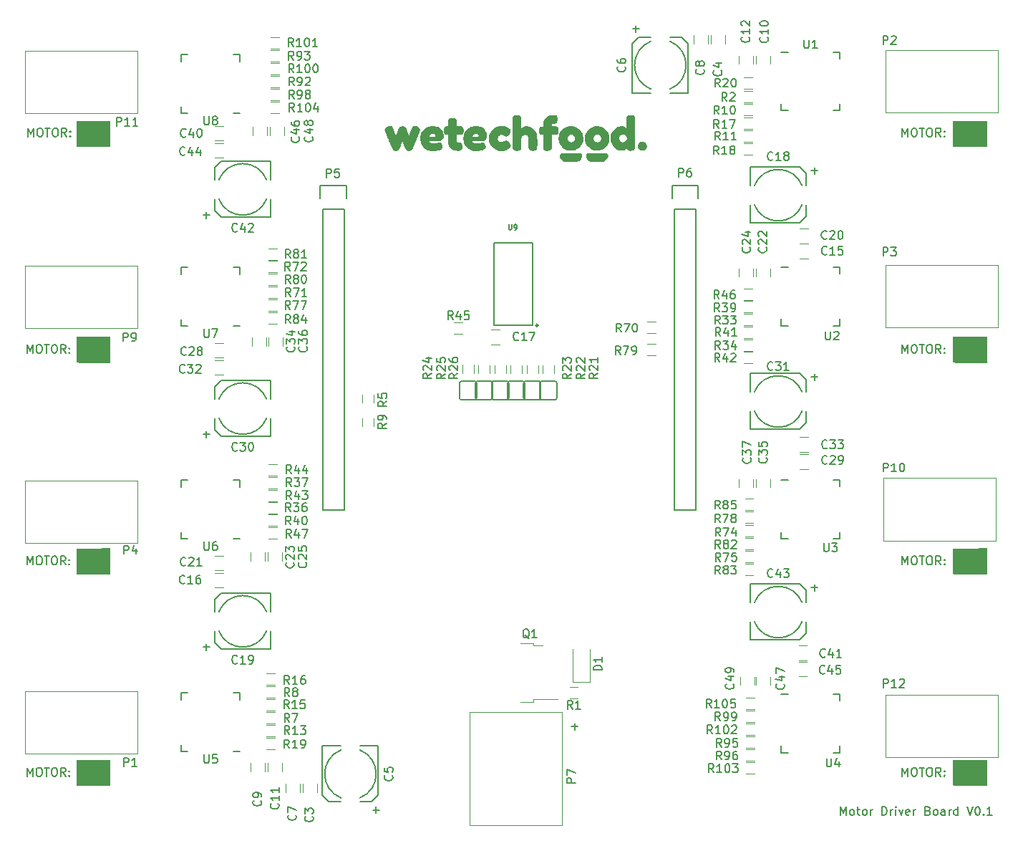
<source format=gto>
%TF.GenerationSoftware,KiCad,Pcbnew,5.1.5+dfsg1-2build2*%
%TF.CreationDate,2021-01-24T18:09:44+01:00*%
%TF.ProjectId,PlacaDrivers,506c6163-6144-4726-9976-6572732e6b69,rev?*%
%TF.SameCoordinates,Original*%
%TF.FileFunction,Legend,Top*%
%TF.FilePolarity,Positive*%
%FSLAX46Y46*%
G04 Gerber Fmt 4.6, Leading zero omitted, Abs format (unit mm)*
G04 Created by KiCad (PCBNEW 5.1.5+dfsg1-2build2) date 2021-01-24 18:09:44*
%MOMM*%
%LPD*%
G04 APERTURE LIST*
%ADD10C,0.200000*%
%ADD11C,0.127000*%
%ADD12C,0.010000*%
%ADD13C,0.120000*%
%ADD14C,0.150000*%
%ADD15C,0.152400*%
%ADD16C,0.254000*%
G04 APERTURE END LIST*
D10*
X159369047Y-126571428D02*
X160130952Y-126571428D01*
X159750000Y-126952380D02*
X159750000Y-126190476D01*
D11*
X198500000Y-132452380D02*
X198500000Y-131452380D01*
X198833333Y-132166666D01*
X199166666Y-131452380D01*
X199166666Y-132452380D01*
X199833333Y-131452380D02*
X200023809Y-131452380D01*
X200119047Y-131500000D01*
X200214285Y-131595238D01*
X200261904Y-131785714D01*
X200261904Y-132119047D01*
X200214285Y-132309523D01*
X200119047Y-132404761D01*
X200023809Y-132452380D01*
X199833333Y-132452380D01*
X199738095Y-132404761D01*
X199642857Y-132309523D01*
X199595238Y-132119047D01*
X199595238Y-131785714D01*
X199642857Y-131595238D01*
X199738095Y-131500000D01*
X199833333Y-131452380D01*
X200547619Y-131452380D02*
X201119047Y-131452380D01*
X200833333Y-132452380D02*
X200833333Y-131452380D01*
X201642857Y-131452380D02*
X201833333Y-131452380D01*
X201928571Y-131500000D01*
X202023809Y-131595238D01*
X202071428Y-131785714D01*
X202071428Y-132119047D01*
X202023809Y-132309523D01*
X201928571Y-132404761D01*
X201833333Y-132452380D01*
X201642857Y-132452380D01*
X201547619Y-132404761D01*
X201452380Y-132309523D01*
X201404761Y-132119047D01*
X201404761Y-131785714D01*
X201452380Y-131595238D01*
X201547619Y-131500000D01*
X201642857Y-131452380D01*
X203071428Y-132452380D02*
X202738095Y-131976190D01*
X202500000Y-132452380D02*
X202500000Y-131452380D01*
X202880952Y-131452380D01*
X202976190Y-131500000D01*
X203023809Y-131547619D01*
X203071428Y-131642857D01*
X203071428Y-131785714D01*
X203023809Y-131880952D01*
X202976190Y-131928571D01*
X202880952Y-131976190D01*
X202500000Y-131976190D01*
X203500000Y-132357142D02*
X203547619Y-132404761D01*
X203500000Y-132452380D01*
X203452380Y-132404761D01*
X203500000Y-132357142D01*
X203500000Y-132452380D01*
X203500000Y-131833333D02*
X203547619Y-131880952D01*
X203500000Y-131928571D01*
X203452380Y-131880952D01*
X203500000Y-131833333D01*
X203500000Y-131928571D01*
X198500000Y-107452380D02*
X198500000Y-106452380D01*
X198833333Y-107166666D01*
X199166666Y-106452380D01*
X199166666Y-107452380D01*
X199833333Y-106452380D02*
X200023809Y-106452380D01*
X200119047Y-106500000D01*
X200214285Y-106595238D01*
X200261904Y-106785714D01*
X200261904Y-107119047D01*
X200214285Y-107309523D01*
X200119047Y-107404761D01*
X200023809Y-107452380D01*
X199833333Y-107452380D01*
X199738095Y-107404761D01*
X199642857Y-107309523D01*
X199595238Y-107119047D01*
X199595238Y-106785714D01*
X199642857Y-106595238D01*
X199738095Y-106500000D01*
X199833333Y-106452380D01*
X200547619Y-106452380D02*
X201119047Y-106452380D01*
X200833333Y-107452380D02*
X200833333Y-106452380D01*
X201642857Y-106452380D02*
X201833333Y-106452380D01*
X201928571Y-106500000D01*
X202023809Y-106595238D01*
X202071428Y-106785714D01*
X202071428Y-107119047D01*
X202023809Y-107309523D01*
X201928571Y-107404761D01*
X201833333Y-107452380D01*
X201642857Y-107452380D01*
X201547619Y-107404761D01*
X201452380Y-107309523D01*
X201404761Y-107119047D01*
X201404761Y-106785714D01*
X201452380Y-106595238D01*
X201547619Y-106500000D01*
X201642857Y-106452380D01*
X203071428Y-107452380D02*
X202738095Y-106976190D01*
X202500000Y-107452380D02*
X202500000Y-106452380D01*
X202880952Y-106452380D01*
X202976190Y-106500000D01*
X203023809Y-106547619D01*
X203071428Y-106642857D01*
X203071428Y-106785714D01*
X203023809Y-106880952D01*
X202976190Y-106928571D01*
X202880952Y-106976190D01*
X202500000Y-106976190D01*
X203500000Y-107357142D02*
X203547619Y-107404761D01*
X203500000Y-107452380D01*
X203452380Y-107404761D01*
X203500000Y-107357142D01*
X203500000Y-107452380D01*
X203500000Y-106833333D02*
X203547619Y-106880952D01*
X203500000Y-106928571D01*
X203452380Y-106880952D01*
X203500000Y-106833333D01*
X203500000Y-106928571D01*
X198500000Y-82452380D02*
X198500000Y-81452380D01*
X198833333Y-82166666D01*
X199166666Y-81452380D01*
X199166666Y-82452380D01*
X199833333Y-81452380D02*
X200023809Y-81452380D01*
X200119047Y-81500000D01*
X200214285Y-81595238D01*
X200261904Y-81785714D01*
X200261904Y-82119047D01*
X200214285Y-82309523D01*
X200119047Y-82404761D01*
X200023809Y-82452380D01*
X199833333Y-82452380D01*
X199738095Y-82404761D01*
X199642857Y-82309523D01*
X199595238Y-82119047D01*
X199595238Y-81785714D01*
X199642857Y-81595238D01*
X199738095Y-81500000D01*
X199833333Y-81452380D01*
X200547619Y-81452380D02*
X201119047Y-81452380D01*
X200833333Y-82452380D02*
X200833333Y-81452380D01*
X201642857Y-81452380D02*
X201833333Y-81452380D01*
X201928571Y-81500000D01*
X202023809Y-81595238D01*
X202071428Y-81785714D01*
X202071428Y-82119047D01*
X202023809Y-82309523D01*
X201928571Y-82404761D01*
X201833333Y-82452380D01*
X201642857Y-82452380D01*
X201547619Y-82404761D01*
X201452380Y-82309523D01*
X201404761Y-82119047D01*
X201404761Y-81785714D01*
X201452380Y-81595238D01*
X201547619Y-81500000D01*
X201642857Y-81452380D01*
X203071428Y-82452380D02*
X202738095Y-81976190D01*
X202500000Y-82452380D02*
X202500000Y-81452380D01*
X202880952Y-81452380D01*
X202976190Y-81500000D01*
X203023809Y-81547619D01*
X203071428Y-81642857D01*
X203071428Y-81785714D01*
X203023809Y-81880952D01*
X202976190Y-81928571D01*
X202880952Y-81976190D01*
X202500000Y-81976190D01*
X203500000Y-82357142D02*
X203547619Y-82404761D01*
X203500000Y-82452380D01*
X203452380Y-82404761D01*
X203500000Y-82357142D01*
X203500000Y-82452380D01*
X203500000Y-81833333D02*
X203547619Y-81880952D01*
X203500000Y-81928571D01*
X203452380Y-81880952D01*
X203500000Y-81833333D01*
X203500000Y-81928571D01*
X198500000Y-56852380D02*
X198500000Y-55852380D01*
X198833333Y-56566666D01*
X199166666Y-55852380D01*
X199166666Y-56852380D01*
X199833333Y-55852380D02*
X200023809Y-55852380D01*
X200119047Y-55900000D01*
X200214285Y-55995238D01*
X200261904Y-56185714D01*
X200261904Y-56519047D01*
X200214285Y-56709523D01*
X200119047Y-56804761D01*
X200023809Y-56852380D01*
X199833333Y-56852380D01*
X199738095Y-56804761D01*
X199642857Y-56709523D01*
X199595238Y-56519047D01*
X199595238Y-56185714D01*
X199642857Y-55995238D01*
X199738095Y-55900000D01*
X199833333Y-55852380D01*
X200547619Y-55852380D02*
X201119047Y-55852380D01*
X200833333Y-56852380D02*
X200833333Y-55852380D01*
X201642857Y-55852380D02*
X201833333Y-55852380D01*
X201928571Y-55900000D01*
X202023809Y-55995238D01*
X202071428Y-56185714D01*
X202071428Y-56519047D01*
X202023809Y-56709523D01*
X201928571Y-56804761D01*
X201833333Y-56852380D01*
X201642857Y-56852380D01*
X201547619Y-56804761D01*
X201452380Y-56709523D01*
X201404761Y-56519047D01*
X201404761Y-56185714D01*
X201452380Y-55995238D01*
X201547619Y-55900000D01*
X201642857Y-55852380D01*
X203071428Y-56852380D02*
X202738095Y-56376190D01*
X202500000Y-56852380D02*
X202500000Y-55852380D01*
X202880952Y-55852380D01*
X202976190Y-55900000D01*
X203023809Y-55947619D01*
X203071428Y-56042857D01*
X203071428Y-56185714D01*
X203023809Y-56280952D01*
X202976190Y-56328571D01*
X202880952Y-56376190D01*
X202500000Y-56376190D01*
X203500000Y-56757142D02*
X203547619Y-56804761D01*
X203500000Y-56852380D01*
X203452380Y-56804761D01*
X203500000Y-56757142D01*
X203500000Y-56852380D01*
X203500000Y-56233333D02*
X203547619Y-56280952D01*
X203500000Y-56328571D01*
X203452380Y-56280952D01*
X203500000Y-56233333D01*
X203500000Y-56328571D01*
X95000000Y-132452380D02*
X95000000Y-131452380D01*
X95333333Y-132166666D01*
X95666666Y-131452380D01*
X95666666Y-132452380D01*
X96333333Y-131452380D02*
X96523809Y-131452380D01*
X96619047Y-131500000D01*
X96714285Y-131595238D01*
X96761904Y-131785714D01*
X96761904Y-132119047D01*
X96714285Y-132309523D01*
X96619047Y-132404761D01*
X96523809Y-132452380D01*
X96333333Y-132452380D01*
X96238095Y-132404761D01*
X96142857Y-132309523D01*
X96095238Y-132119047D01*
X96095238Y-131785714D01*
X96142857Y-131595238D01*
X96238095Y-131500000D01*
X96333333Y-131452380D01*
X97047619Y-131452380D02*
X97619047Y-131452380D01*
X97333333Y-132452380D02*
X97333333Y-131452380D01*
X98142857Y-131452380D02*
X98333333Y-131452380D01*
X98428571Y-131500000D01*
X98523809Y-131595238D01*
X98571428Y-131785714D01*
X98571428Y-132119047D01*
X98523809Y-132309523D01*
X98428571Y-132404761D01*
X98333333Y-132452380D01*
X98142857Y-132452380D01*
X98047619Y-132404761D01*
X97952380Y-132309523D01*
X97904761Y-132119047D01*
X97904761Y-131785714D01*
X97952380Y-131595238D01*
X98047619Y-131500000D01*
X98142857Y-131452380D01*
X99571428Y-132452380D02*
X99238095Y-131976190D01*
X99000000Y-132452380D02*
X99000000Y-131452380D01*
X99380952Y-131452380D01*
X99476190Y-131500000D01*
X99523809Y-131547619D01*
X99571428Y-131642857D01*
X99571428Y-131785714D01*
X99523809Y-131880952D01*
X99476190Y-131928571D01*
X99380952Y-131976190D01*
X99000000Y-131976190D01*
X100000000Y-132357142D02*
X100047619Y-132404761D01*
X100000000Y-132452380D01*
X99952380Y-132404761D01*
X100000000Y-132357142D01*
X100000000Y-132452380D01*
X100000000Y-131833333D02*
X100047619Y-131880952D01*
X100000000Y-131928571D01*
X99952380Y-131880952D01*
X100000000Y-131833333D01*
X100000000Y-131928571D01*
X95000000Y-107452380D02*
X95000000Y-106452380D01*
X95333333Y-107166666D01*
X95666666Y-106452380D01*
X95666666Y-107452380D01*
X96333333Y-106452380D02*
X96523809Y-106452380D01*
X96619047Y-106500000D01*
X96714285Y-106595238D01*
X96761904Y-106785714D01*
X96761904Y-107119047D01*
X96714285Y-107309523D01*
X96619047Y-107404761D01*
X96523809Y-107452380D01*
X96333333Y-107452380D01*
X96238095Y-107404761D01*
X96142857Y-107309523D01*
X96095238Y-107119047D01*
X96095238Y-106785714D01*
X96142857Y-106595238D01*
X96238095Y-106500000D01*
X96333333Y-106452380D01*
X97047619Y-106452380D02*
X97619047Y-106452380D01*
X97333333Y-107452380D02*
X97333333Y-106452380D01*
X98142857Y-106452380D02*
X98333333Y-106452380D01*
X98428571Y-106500000D01*
X98523809Y-106595238D01*
X98571428Y-106785714D01*
X98571428Y-107119047D01*
X98523809Y-107309523D01*
X98428571Y-107404761D01*
X98333333Y-107452380D01*
X98142857Y-107452380D01*
X98047619Y-107404761D01*
X97952380Y-107309523D01*
X97904761Y-107119047D01*
X97904761Y-106785714D01*
X97952380Y-106595238D01*
X98047619Y-106500000D01*
X98142857Y-106452380D01*
X99571428Y-107452380D02*
X99238095Y-106976190D01*
X99000000Y-107452380D02*
X99000000Y-106452380D01*
X99380952Y-106452380D01*
X99476190Y-106500000D01*
X99523809Y-106547619D01*
X99571428Y-106642857D01*
X99571428Y-106785714D01*
X99523809Y-106880952D01*
X99476190Y-106928571D01*
X99380952Y-106976190D01*
X99000000Y-106976190D01*
X100000000Y-107357142D02*
X100047619Y-107404761D01*
X100000000Y-107452380D01*
X99952380Y-107404761D01*
X100000000Y-107357142D01*
X100000000Y-107452380D01*
X100000000Y-106833333D02*
X100047619Y-106880952D01*
X100000000Y-106928571D01*
X99952380Y-106880952D01*
X100000000Y-106833333D01*
X100000000Y-106928571D01*
X95000000Y-82452380D02*
X95000000Y-81452380D01*
X95333333Y-82166666D01*
X95666666Y-81452380D01*
X95666666Y-82452380D01*
X96333333Y-81452380D02*
X96523809Y-81452380D01*
X96619047Y-81500000D01*
X96714285Y-81595238D01*
X96761904Y-81785714D01*
X96761904Y-82119047D01*
X96714285Y-82309523D01*
X96619047Y-82404761D01*
X96523809Y-82452380D01*
X96333333Y-82452380D01*
X96238095Y-82404761D01*
X96142857Y-82309523D01*
X96095238Y-82119047D01*
X96095238Y-81785714D01*
X96142857Y-81595238D01*
X96238095Y-81500000D01*
X96333333Y-81452380D01*
X97047619Y-81452380D02*
X97619047Y-81452380D01*
X97333333Y-82452380D02*
X97333333Y-81452380D01*
X98142857Y-81452380D02*
X98333333Y-81452380D01*
X98428571Y-81500000D01*
X98523809Y-81595238D01*
X98571428Y-81785714D01*
X98571428Y-82119047D01*
X98523809Y-82309523D01*
X98428571Y-82404761D01*
X98333333Y-82452380D01*
X98142857Y-82452380D01*
X98047619Y-82404761D01*
X97952380Y-82309523D01*
X97904761Y-82119047D01*
X97904761Y-81785714D01*
X97952380Y-81595238D01*
X98047619Y-81500000D01*
X98142857Y-81452380D01*
X99571428Y-82452380D02*
X99238095Y-81976190D01*
X99000000Y-82452380D02*
X99000000Y-81452380D01*
X99380952Y-81452380D01*
X99476190Y-81500000D01*
X99523809Y-81547619D01*
X99571428Y-81642857D01*
X99571428Y-81785714D01*
X99523809Y-81880952D01*
X99476190Y-81928571D01*
X99380952Y-81976190D01*
X99000000Y-81976190D01*
X100000000Y-82357142D02*
X100047619Y-82404761D01*
X100000000Y-82452380D01*
X99952380Y-82404761D01*
X100000000Y-82357142D01*
X100000000Y-82452380D01*
X100000000Y-81833333D02*
X100047619Y-81880952D01*
X100000000Y-81928571D01*
X99952380Y-81880952D01*
X100000000Y-81833333D01*
X100000000Y-81928571D01*
X95100000Y-56852380D02*
X95100000Y-55852380D01*
X95433333Y-56566666D01*
X95766666Y-55852380D01*
X95766666Y-56852380D01*
X96433333Y-55852380D02*
X96623809Y-55852380D01*
X96719047Y-55900000D01*
X96814285Y-55995238D01*
X96861904Y-56185714D01*
X96861904Y-56519047D01*
X96814285Y-56709523D01*
X96719047Y-56804761D01*
X96623809Y-56852380D01*
X96433333Y-56852380D01*
X96338095Y-56804761D01*
X96242857Y-56709523D01*
X96195238Y-56519047D01*
X96195238Y-56185714D01*
X96242857Y-55995238D01*
X96338095Y-55900000D01*
X96433333Y-55852380D01*
X97147619Y-55852380D02*
X97719047Y-55852380D01*
X97433333Y-56852380D02*
X97433333Y-55852380D01*
X98242857Y-55852380D02*
X98433333Y-55852380D01*
X98528571Y-55900000D01*
X98623809Y-55995238D01*
X98671428Y-56185714D01*
X98671428Y-56519047D01*
X98623809Y-56709523D01*
X98528571Y-56804761D01*
X98433333Y-56852380D01*
X98242857Y-56852380D01*
X98147619Y-56804761D01*
X98052380Y-56709523D01*
X98004761Y-56519047D01*
X98004761Y-56185714D01*
X98052380Y-55995238D01*
X98147619Y-55900000D01*
X98242857Y-55852380D01*
X99671428Y-56852380D02*
X99338095Y-56376190D01*
X99100000Y-56852380D02*
X99100000Y-55852380D01*
X99480952Y-55852380D01*
X99576190Y-55900000D01*
X99623809Y-55947619D01*
X99671428Y-56042857D01*
X99671428Y-56185714D01*
X99623809Y-56280952D01*
X99576190Y-56328571D01*
X99480952Y-56376190D01*
X99100000Y-56376190D01*
X100100000Y-56757142D02*
X100147619Y-56804761D01*
X100100000Y-56852380D01*
X100052380Y-56804761D01*
X100100000Y-56757142D01*
X100100000Y-56852380D01*
X100100000Y-56233333D02*
X100147619Y-56280952D01*
X100100000Y-56328571D01*
X100052380Y-56280952D01*
X100100000Y-56233333D01*
X100100000Y-56328571D01*
X191228508Y-137053580D02*
X191228508Y-136053580D01*
X191561841Y-136767866D01*
X191895175Y-136053580D01*
X191895175Y-137053580D01*
X192514222Y-137053580D02*
X192418984Y-137005961D01*
X192371365Y-136958342D01*
X192323746Y-136863104D01*
X192323746Y-136577390D01*
X192371365Y-136482152D01*
X192418984Y-136434533D01*
X192514222Y-136386914D01*
X192657080Y-136386914D01*
X192752318Y-136434533D01*
X192799937Y-136482152D01*
X192847556Y-136577390D01*
X192847556Y-136863104D01*
X192799937Y-136958342D01*
X192752318Y-137005961D01*
X192657080Y-137053580D01*
X192514222Y-137053580D01*
X193133270Y-136386914D02*
X193514222Y-136386914D01*
X193276127Y-136053580D02*
X193276127Y-136910723D01*
X193323746Y-137005961D01*
X193418984Y-137053580D01*
X193514222Y-137053580D01*
X193990413Y-137053580D02*
X193895175Y-137005961D01*
X193847556Y-136958342D01*
X193799937Y-136863104D01*
X193799937Y-136577390D01*
X193847556Y-136482152D01*
X193895175Y-136434533D01*
X193990413Y-136386914D01*
X194133270Y-136386914D01*
X194228508Y-136434533D01*
X194276127Y-136482152D01*
X194323746Y-136577390D01*
X194323746Y-136863104D01*
X194276127Y-136958342D01*
X194228508Y-137005961D01*
X194133270Y-137053580D01*
X193990413Y-137053580D01*
X194752318Y-137053580D02*
X194752318Y-136386914D01*
X194752318Y-136577390D02*
X194799937Y-136482152D01*
X194847556Y-136434533D01*
X194942794Y-136386914D01*
X195038032Y-136386914D01*
X196133270Y-137053580D02*
X196133270Y-136053580D01*
X196371365Y-136053580D01*
X196514222Y-136101200D01*
X196609460Y-136196438D01*
X196657080Y-136291676D01*
X196704699Y-136482152D01*
X196704699Y-136625009D01*
X196657080Y-136815485D01*
X196609460Y-136910723D01*
X196514222Y-137005961D01*
X196371365Y-137053580D01*
X196133270Y-137053580D01*
X197133270Y-137053580D02*
X197133270Y-136386914D01*
X197133270Y-136577390D02*
X197180889Y-136482152D01*
X197228508Y-136434533D01*
X197323746Y-136386914D01*
X197418984Y-136386914D01*
X197752318Y-137053580D02*
X197752318Y-136386914D01*
X197752318Y-136053580D02*
X197704699Y-136101200D01*
X197752318Y-136148819D01*
X197799937Y-136101200D01*
X197752318Y-136053580D01*
X197752318Y-136148819D01*
X198133270Y-136386914D02*
X198371365Y-137053580D01*
X198609460Y-136386914D01*
X199371365Y-137005961D02*
X199276127Y-137053580D01*
X199085651Y-137053580D01*
X198990413Y-137005961D01*
X198942794Y-136910723D01*
X198942794Y-136529771D01*
X198990413Y-136434533D01*
X199085651Y-136386914D01*
X199276127Y-136386914D01*
X199371365Y-136434533D01*
X199418984Y-136529771D01*
X199418984Y-136625009D01*
X198942794Y-136720247D01*
X199847556Y-137053580D02*
X199847556Y-136386914D01*
X199847556Y-136577390D02*
X199895175Y-136482152D01*
X199942794Y-136434533D01*
X200038032Y-136386914D01*
X200133270Y-136386914D01*
X201561841Y-136529771D02*
X201704699Y-136577390D01*
X201752318Y-136625009D01*
X201799937Y-136720247D01*
X201799937Y-136863104D01*
X201752318Y-136958342D01*
X201704699Y-137005961D01*
X201609460Y-137053580D01*
X201228508Y-137053580D01*
X201228508Y-136053580D01*
X201561841Y-136053580D01*
X201657080Y-136101200D01*
X201704699Y-136148819D01*
X201752318Y-136244057D01*
X201752318Y-136339295D01*
X201704699Y-136434533D01*
X201657080Y-136482152D01*
X201561841Y-136529771D01*
X201228508Y-136529771D01*
X202371365Y-137053580D02*
X202276127Y-137005961D01*
X202228508Y-136958342D01*
X202180889Y-136863104D01*
X202180889Y-136577390D01*
X202228508Y-136482152D01*
X202276127Y-136434533D01*
X202371365Y-136386914D01*
X202514222Y-136386914D01*
X202609460Y-136434533D01*
X202657080Y-136482152D01*
X202704699Y-136577390D01*
X202704699Y-136863104D01*
X202657080Y-136958342D01*
X202609460Y-137005961D01*
X202514222Y-137053580D01*
X202371365Y-137053580D01*
X203561841Y-137053580D02*
X203561841Y-136529771D01*
X203514222Y-136434533D01*
X203418984Y-136386914D01*
X203228508Y-136386914D01*
X203133270Y-136434533D01*
X203561841Y-137005961D02*
X203466603Y-137053580D01*
X203228508Y-137053580D01*
X203133270Y-137005961D01*
X203085651Y-136910723D01*
X203085651Y-136815485D01*
X203133270Y-136720247D01*
X203228508Y-136672628D01*
X203466603Y-136672628D01*
X203561841Y-136625009D01*
X204038032Y-137053580D02*
X204038032Y-136386914D01*
X204038032Y-136577390D02*
X204085651Y-136482152D01*
X204133270Y-136434533D01*
X204228508Y-136386914D01*
X204323746Y-136386914D01*
X205085651Y-137053580D02*
X205085651Y-136053580D01*
X205085651Y-137005961D02*
X204990413Y-137053580D01*
X204799937Y-137053580D01*
X204704699Y-137005961D01*
X204657080Y-136958342D01*
X204609460Y-136863104D01*
X204609460Y-136577390D01*
X204657080Y-136482152D01*
X204704699Y-136434533D01*
X204799937Y-136386914D01*
X204990413Y-136386914D01*
X205085651Y-136434533D01*
X206180889Y-136053580D02*
X206514222Y-137053580D01*
X206847556Y-136053580D01*
X207371365Y-136053580D02*
X207466603Y-136053580D01*
X207561841Y-136101200D01*
X207609460Y-136148819D01*
X207657080Y-136244057D01*
X207704699Y-136434533D01*
X207704699Y-136672628D01*
X207657080Y-136863104D01*
X207609460Y-136958342D01*
X207561841Y-137005961D01*
X207466603Y-137053580D01*
X207371365Y-137053580D01*
X207276127Y-137005961D01*
X207228508Y-136958342D01*
X207180889Y-136863104D01*
X207133270Y-136672628D01*
X207133270Y-136434533D01*
X207180889Y-136244057D01*
X207228508Y-136148819D01*
X207276127Y-136101200D01*
X207371365Y-136053580D01*
X208133270Y-136958342D02*
X208180889Y-137005961D01*
X208133270Y-137053580D01*
X208085651Y-137005961D01*
X208133270Y-136958342D01*
X208133270Y-137053580D01*
X209133270Y-137053580D02*
X208561841Y-137053580D01*
X208847556Y-137053580D02*
X208847556Y-136053580D01*
X208752318Y-136196438D01*
X208657080Y-136291676D01*
X208561841Y-136339295D01*
D12*
G36*
X208468798Y-133524000D02*
G01*
X206513231Y-133524000D01*
X206114754Y-133523334D01*
X205742867Y-133521427D01*
X205406001Y-133518414D01*
X205112584Y-133514431D01*
X204871045Y-133509615D01*
X204689813Y-133504100D01*
X204577317Y-133498022D01*
X204541836Y-133492250D01*
X204538197Y-133443877D01*
X204535010Y-133320770D01*
X204532362Y-133132857D01*
X204530339Y-132890071D01*
X204529030Y-132602342D01*
X204528521Y-132279601D01*
X204528754Y-132000000D01*
X204531500Y-130539500D01*
X206500149Y-130528505D01*
X208468798Y-130517511D01*
X208468798Y-133524000D01*
G37*
X208468798Y-133524000D02*
X206513231Y-133524000D01*
X206114754Y-133523334D01*
X205742867Y-133521427D01*
X205406001Y-133518414D01*
X205112584Y-133514431D01*
X204871045Y-133509615D01*
X204689813Y-133504100D01*
X204577317Y-133498022D01*
X204541836Y-133492250D01*
X204538197Y-133443877D01*
X204535010Y-133320770D01*
X204532362Y-133132857D01*
X204530339Y-132890071D01*
X204529030Y-132602342D01*
X204528521Y-132279601D01*
X204528754Y-132000000D01*
X204531500Y-130539500D01*
X206500149Y-130528505D01*
X208468798Y-130517511D01*
X208468798Y-133524000D01*
G36*
X208468798Y-108524000D02*
G01*
X206513231Y-108524000D01*
X206114754Y-108523334D01*
X205742867Y-108521427D01*
X205406001Y-108518414D01*
X205112584Y-108514431D01*
X204871045Y-108509615D01*
X204689813Y-108504100D01*
X204577317Y-108498022D01*
X204541836Y-108492250D01*
X204538197Y-108443877D01*
X204535010Y-108320770D01*
X204532362Y-108132857D01*
X204530339Y-107890071D01*
X204529030Y-107602342D01*
X204528521Y-107279601D01*
X204528754Y-107000000D01*
X204531500Y-105539500D01*
X206500149Y-105528505D01*
X208468798Y-105517511D01*
X208468798Y-108524000D01*
G37*
X208468798Y-108524000D02*
X206513231Y-108524000D01*
X206114754Y-108523334D01*
X205742867Y-108521427D01*
X205406001Y-108518414D01*
X205112584Y-108514431D01*
X204871045Y-108509615D01*
X204689813Y-108504100D01*
X204577317Y-108498022D01*
X204541836Y-108492250D01*
X204538197Y-108443877D01*
X204535010Y-108320770D01*
X204532362Y-108132857D01*
X204530339Y-107890071D01*
X204529030Y-107602342D01*
X204528521Y-107279601D01*
X204528754Y-107000000D01*
X204531500Y-105539500D01*
X206500149Y-105528505D01*
X208468798Y-105517511D01*
X208468798Y-108524000D01*
G36*
X208468798Y-83524000D02*
G01*
X206513231Y-83524000D01*
X206114754Y-83523334D01*
X205742867Y-83521427D01*
X205406001Y-83518414D01*
X205112584Y-83514431D01*
X204871045Y-83509615D01*
X204689813Y-83504100D01*
X204577317Y-83498022D01*
X204541836Y-83492250D01*
X204538197Y-83443877D01*
X204535010Y-83320770D01*
X204532362Y-83132857D01*
X204530339Y-82890071D01*
X204529030Y-82602342D01*
X204528521Y-82279601D01*
X204528754Y-82000000D01*
X204531500Y-80539500D01*
X206500149Y-80528505D01*
X208468798Y-80517511D01*
X208468798Y-83524000D01*
G37*
X208468798Y-83524000D02*
X206513231Y-83524000D01*
X206114754Y-83523334D01*
X205742867Y-83521427D01*
X205406001Y-83518414D01*
X205112584Y-83514431D01*
X204871045Y-83509615D01*
X204689813Y-83504100D01*
X204577317Y-83498022D01*
X204541836Y-83492250D01*
X204538197Y-83443877D01*
X204535010Y-83320770D01*
X204532362Y-83132857D01*
X204530339Y-82890071D01*
X204529030Y-82602342D01*
X204528521Y-82279601D01*
X204528754Y-82000000D01*
X204531500Y-80539500D01*
X206500149Y-80528505D01*
X208468798Y-80517511D01*
X208468798Y-83524000D01*
G36*
X208468798Y-58024000D02*
G01*
X206513231Y-58024000D01*
X206114754Y-58023334D01*
X205742867Y-58021427D01*
X205406001Y-58018414D01*
X205112584Y-58014431D01*
X204871045Y-58009615D01*
X204689813Y-58004100D01*
X204577317Y-57998022D01*
X204541836Y-57992250D01*
X204538197Y-57943877D01*
X204535010Y-57820770D01*
X204532362Y-57632857D01*
X204530339Y-57390071D01*
X204529030Y-57102342D01*
X204528521Y-56779601D01*
X204528754Y-56500000D01*
X204531500Y-55039500D01*
X206500149Y-55028505D01*
X208468798Y-55017511D01*
X208468798Y-58024000D01*
G37*
X208468798Y-58024000D02*
X206513231Y-58024000D01*
X206114754Y-58023334D01*
X205742867Y-58021427D01*
X205406001Y-58018414D01*
X205112584Y-58014431D01*
X204871045Y-58009615D01*
X204689813Y-58004100D01*
X204577317Y-57998022D01*
X204541836Y-57992250D01*
X204538197Y-57943877D01*
X204535010Y-57820770D01*
X204532362Y-57632857D01*
X204530339Y-57390071D01*
X204529030Y-57102342D01*
X204528521Y-56779601D01*
X204528754Y-56500000D01*
X204531500Y-55039500D01*
X206500149Y-55028505D01*
X208468798Y-55017511D01*
X208468798Y-58024000D01*
G36*
X104768798Y-133524000D02*
G01*
X102813231Y-133524000D01*
X102414754Y-133523334D01*
X102042867Y-133521427D01*
X101706001Y-133518414D01*
X101412584Y-133514431D01*
X101171045Y-133509615D01*
X100989813Y-133504100D01*
X100877317Y-133498022D01*
X100841836Y-133492250D01*
X100838197Y-133443877D01*
X100835010Y-133320770D01*
X100832362Y-133132857D01*
X100830339Y-132890071D01*
X100829030Y-132602342D01*
X100828521Y-132279601D01*
X100828754Y-132000000D01*
X100831500Y-130539500D01*
X102800149Y-130528505D01*
X104768798Y-130517511D01*
X104768798Y-133524000D01*
G37*
X104768798Y-133524000D02*
X102813231Y-133524000D01*
X102414754Y-133523334D01*
X102042867Y-133521427D01*
X101706001Y-133518414D01*
X101412584Y-133514431D01*
X101171045Y-133509615D01*
X100989813Y-133504100D01*
X100877317Y-133498022D01*
X100841836Y-133492250D01*
X100838197Y-133443877D01*
X100835010Y-133320770D01*
X100832362Y-133132857D01*
X100830339Y-132890071D01*
X100829030Y-132602342D01*
X100828521Y-132279601D01*
X100828754Y-132000000D01*
X100831500Y-130539500D01*
X102800149Y-130528505D01*
X104768798Y-130517511D01*
X104768798Y-133524000D01*
G36*
X104768798Y-108524000D02*
G01*
X102813231Y-108524000D01*
X102414754Y-108523334D01*
X102042867Y-108521427D01*
X101706001Y-108518414D01*
X101412584Y-108514431D01*
X101171045Y-108509615D01*
X100989813Y-108504100D01*
X100877317Y-108498022D01*
X100841836Y-108492250D01*
X100838197Y-108443877D01*
X100835010Y-108320770D01*
X100832362Y-108132857D01*
X100830339Y-107890071D01*
X100829030Y-107602342D01*
X100828521Y-107279601D01*
X100828754Y-107000000D01*
X100831500Y-105539500D01*
X102800149Y-105528505D01*
X104768798Y-105517511D01*
X104768798Y-108524000D01*
G37*
X104768798Y-108524000D02*
X102813231Y-108524000D01*
X102414754Y-108523334D01*
X102042867Y-108521427D01*
X101706001Y-108518414D01*
X101412584Y-108514431D01*
X101171045Y-108509615D01*
X100989813Y-108504100D01*
X100877317Y-108498022D01*
X100841836Y-108492250D01*
X100838197Y-108443877D01*
X100835010Y-108320770D01*
X100832362Y-108132857D01*
X100830339Y-107890071D01*
X100829030Y-107602342D01*
X100828521Y-107279601D01*
X100828754Y-107000000D01*
X100831500Y-105539500D01*
X102800149Y-105528505D01*
X104768798Y-105517511D01*
X104768798Y-108524000D01*
G36*
X104768798Y-83524000D02*
G01*
X102813231Y-83524000D01*
X102414754Y-83523334D01*
X102042867Y-83521427D01*
X101706001Y-83518414D01*
X101412584Y-83514431D01*
X101171045Y-83509615D01*
X100989813Y-83504100D01*
X100877317Y-83498022D01*
X100841836Y-83492250D01*
X100838197Y-83443877D01*
X100835010Y-83320770D01*
X100832362Y-83132857D01*
X100830339Y-82890071D01*
X100829030Y-82602342D01*
X100828521Y-82279601D01*
X100828754Y-82000000D01*
X100831500Y-80539500D01*
X102800149Y-80528505D01*
X104768798Y-80517511D01*
X104768798Y-83524000D01*
G37*
X104768798Y-83524000D02*
X102813231Y-83524000D01*
X102414754Y-83523334D01*
X102042867Y-83521427D01*
X101706001Y-83518414D01*
X101412584Y-83514431D01*
X101171045Y-83509615D01*
X100989813Y-83504100D01*
X100877317Y-83498022D01*
X100841836Y-83492250D01*
X100838197Y-83443877D01*
X100835010Y-83320770D01*
X100832362Y-83132857D01*
X100830339Y-82890071D01*
X100829030Y-82602342D01*
X100828521Y-82279601D01*
X100828754Y-82000000D01*
X100831500Y-80539500D01*
X102800149Y-80528505D01*
X104768798Y-80517511D01*
X104768798Y-83524000D01*
G36*
X104768798Y-58024000D02*
G01*
X102813231Y-58024000D01*
X102414754Y-58023334D01*
X102042867Y-58021427D01*
X101706001Y-58018414D01*
X101412584Y-58014431D01*
X101171045Y-58009615D01*
X100989813Y-58004100D01*
X100877317Y-57998022D01*
X100841836Y-57992250D01*
X100838197Y-57943877D01*
X100835010Y-57820770D01*
X100832362Y-57632857D01*
X100830339Y-57390071D01*
X100829030Y-57102342D01*
X100828521Y-56779601D01*
X100828754Y-56500000D01*
X100831500Y-55039500D01*
X102800149Y-55028505D01*
X104768798Y-55017511D01*
X104768798Y-58024000D01*
G37*
X104768798Y-58024000D02*
X102813231Y-58024000D01*
X102414754Y-58023334D01*
X102042867Y-58021427D01*
X101706001Y-58018414D01*
X101412584Y-58014431D01*
X101171045Y-58009615D01*
X100989813Y-58004100D01*
X100877317Y-57998022D01*
X100841836Y-57992250D01*
X100838197Y-57943877D01*
X100835010Y-57820770D01*
X100832362Y-57632857D01*
X100830339Y-57390071D01*
X100829030Y-57102342D01*
X100828521Y-56779601D01*
X100828754Y-56500000D01*
X100831500Y-55039500D01*
X102800149Y-55028505D01*
X104768798Y-55017511D01*
X104768798Y-58024000D01*
G36*
X167848132Y-57455822D02*
G01*
X167948549Y-57487948D01*
X168009602Y-57520765D01*
X168067005Y-57568417D01*
X168122435Y-57633627D01*
X168170580Y-57708778D01*
X168206128Y-57786248D01*
X168215664Y-57816306D01*
X168231621Y-57921778D01*
X168224002Y-58026746D01*
X168194433Y-58127532D01*
X168144538Y-58220461D01*
X168075944Y-58301858D01*
X167990275Y-58368046D01*
X167965385Y-58382321D01*
X167924190Y-58403129D01*
X167889284Y-58416254D01*
X167851881Y-58423743D01*
X167803194Y-58427642D01*
X167764460Y-58429125D01*
X167689805Y-58429340D01*
X167633482Y-58424172D01*
X167588873Y-58412992D01*
X167586728Y-58412226D01*
X167498438Y-58368268D01*
X167415456Y-58304613D01*
X167343883Y-58226953D01*
X167289822Y-58140978D01*
X167285005Y-58130818D01*
X167256555Y-58042670D01*
X167245153Y-57945582D01*
X167251570Y-57849985D01*
X167261162Y-57807838D01*
X167289841Y-57736355D01*
X167332741Y-57662549D01*
X167383964Y-57595092D01*
X167437615Y-57542658D01*
X167445663Y-57536510D01*
X167536347Y-57485240D01*
X167637005Y-57454608D01*
X167742608Y-57444756D01*
X167848132Y-57455822D01*
G37*
X167848132Y-57455822D02*
X167948549Y-57487948D01*
X168009602Y-57520765D01*
X168067005Y-57568417D01*
X168122435Y-57633627D01*
X168170580Y-57708778D01*
X168206128Y-57786248D01*
X168215664Y-57816306D01*
X168231621Y-57921778D01*
X168224002Y-58026746D01*
X168194433Y-58127532D01*
X168144538Y-58220461D01*
X168075944Y-58301858D01*
X167990275Y-58368046D01*
X167965385Y-58382321D01*
X167924190Y-58403129D01*
X167889284Y-58416254D01*
X167851881Y-58423743D01*
X167803194Y-58427642D01*
X167764460Y-58429125D01*
X167689805Y-58429340D01*
X167633482Y-58424172D01*
X167588873Y-58412992D01*
X167586728Y-58412226D01*
X167498438Y-58368268D01*
X167415456Y-58304613D01*
X167343883Y-58226953D01*
X167289822Y-58140978D01*
X167285005Y-58130818D01*
X167256555Y-58042670D01*
X167245153Y-57945582D01*
X167251570Y-57849985D01*
X167261162Y-57807838D01*
X167289841Y-57736355D01*
X167332741Y-57662549D01*
X167383964Y-57595092D01*
X167437615Y-57542658D01*
X167445663Y-57536510D01*
X167536347Y-57485240D01*
X167637005Y-57454608D01*
X167742608Y-57444756D01*
X167848132Y-57455822D01*
G36*
X162486111Y-55632299D02*
G01*
X162664563Y-55657378D01*
X162839526Y-55705505D01*
X163008657Y-55776671D01*
X163150015Y-55857833D01*
X163302572Y-55971602D01*
X163436901Y-56101025D01*
X163551681Y-56244322D01*
X163645588Y-56399713D01*
X163717301Y-56565417D01*
X163747248Y-56661956D01*
X163759148Y-56708261D01*
X163767895Y-56748887D01*
X163773972Y-56789170D01*
X163777867Y-56834443D01*
X163780066Y-56890041D01*
X163781054Y-56961299D01*
X163781303Y-57035700D01*
X163781150Y-57123813D01*
X163780155Y-57191796D01*
X163777850Y-57244913D01*
X163773770Y-57288432D01*
X163767447Y-57327616D01*
X163758414Y-57367734D01*
X163748523Y-57405518D01*
X163690299Y-57573911D01*
X163609835Y-57734880D01*
X163509519Y-57885481D01*
X163391739Y-58022765D01*
X163258886Y-58143786D01*
X163113347Y-58245598D01*
X163030185Y-58291620D01*
X162879203Y-58355720D01*
X162716223Y-58403222D01*
X162547224Y-58433222D01*
X162378184Y-58444816D01*
X162215082Y-58437097D01*
X162140625Y-58426261D01*
X161958862Y-58380584D01*
X161784282Y-58311355D01*
X161619630Y-58220032D01*
X161467651Y-58108071D01*
X161368374Y-58016271D01*
X161304132Y-57945046D01*
X161238318Y-57861652D01*
X161175913Y-57773193D01*
X161121898Y-57686771D01*
X161081255Y-57609490D01*
X161077954Y-57602168D01*
X161020397Y-57442675D01*
X160983071Y-57273217D01*
X160965894Y-57098087D01*
X160966915Y-57035700D01*
X161929087Y-57035700D01*
X161930346Y-57094207D01*
X161935567Y-57137906D01*
X161946915Y-57177323D01*
X161966556Y-57222986D01*
X161968437Y-57226984D01*
X162027002Y-57323393D01*
X162102987Y-57404422D01*
X162192921Y-57467161D01*
X162293334Y-57508702D01*
X162309810Y-57513105D01*
X162369003Y-57525533D01*
X162418628Y-57529153D01*
X162471883Y-57524300D01*
X162507657Y-57518110D01*
X162608794Y-57486355D01*
X162699795Y-57432448D01*
X162778024Y-57358507D01*
X162840843Y-57266650D01*
X162854521Y-57239684D01*
X162873607Y-57196799D01*
X162885350Y-57160653D01*
X162891492Y-57122253D01*
X162893771Y-57072611D01*
X162894010Y-57035700D01*
X162893283Y-56976708D01*
X162889880Y-56934272D01*
X162881966Y-56899559D01*
X162867707Y-56863740D01*
X162851242Y-56829834D01*
X162797474Y-56744192D01*
X162729509Y-56669513D01*
X162652750Y-56610960D01*
X162589160Y-56579391D01*
X162546798Y-56565205D01*
X162507293Y-56557156D01*
X162461642Y-56554149D01*
X162400841Y-56555090D01*
X162391936Y-56555422D01*
X162327636Y-56559213D01*
X162279901Y-56565925D01*
X162239919Y-56577366D01*
X162199855Y-56594867D01*
X162122084Y-56645460D01*
X162050801Y-56716002D01*
X161991041Y-56801085D01*
X161969397Y-56842363D01*
X161948603Y-56889720D01*
X161936431Y-56929387D01*
X161930667Y-56971976D01*
X161929098Y-57028103D01*
X161929087Y-57035700D01*
X160966915Y-57035700D01*
X160968785Y-56921577D01*
X160991661Y-56747978D01*
X161034441Y-56581581D01*
X161097043Y-56426680D01*
X161100474Y-56419750D01*
X161192752Y-56263411D01*
X161307450Y-56118949D01*
X161444490Y-55986445D01*
X161603796Y-55865985D01*
X161623573Y-55852886D01*
X161784304Y-55762613D01*
X161953268Y-55695425D01*
X162128120Y-55651315D01*
X162306516Y-55630276D01*
X162486111Y-55632299D01*
G37*
X162486111Y-55632299D02*
X162664563Y-55657378D01*
X162839526Y-55705505D01*
X163008657Y-55776671D01*
X163150015Y-55857833D01*
X163302572Y-55971602D01*
X163436901Y-56101025D01*
X163551681Y-56244322D01*
X163645588Y-56399713D01*
X163717301Y-56565417D01*
X163747248Y-56661956D01*
X163759148Y-56708261D01*
X163767895Y-56748887D01*
X163773972Y-56789170D01*
X163777867Y-56834443D01*
X163780066Y-56890041D01*
X163781054Y-56961299D01*
X163781303Y-57035700D01*
X163781150Y-57123813D01*
X163780155Y-57191796D01*
X163777850Y-57244913D01*
X163773770Y-57288432D01*
X163767447Y-57327616D01*
X163758414Y-57367734D01*
X163748523Y-57405518D01*
X163690299Y-57573911D01*
X163609835Y-57734880D01*
X163509519Y-57885481D01*
X163391739Y-58022765D01*
X163258886Y-58143786D01*
X163113347Y-58245598D01*
X163030185Y-58291620D01*
X162879203Y-58355720D01*
X162716223Y-58403222D01*
X162547224Y-58433222D01*
X162378184Y-58444816D01*
X162215082Y-58437097D01*
X162140625Y-58426261D01*
X161958862Y-58380584D01*
X161784282Y-58311355D01*
X161619630Y-58220032D01*
X161467651Y-58108071D01*
X161368374Y-58016271D01*
X161304132Y-57945046D01*
X161238318Y-57861652D01*
X161175913Y-57773193D01*
X161121898Y-57686771D01*
X161081255Y-57609490D01*
X161077954Y-57602168D01*
X161020397Y-57442675D01*
X160983071Y-57273217D01*
X160965894Y-57098087D01*
X160966915Y-57035700D01*
X161929087Y-57035700D01*
X161930346Y-57094207D01*
X161935567Y-57137906D01*
X161946915Y-57177323D01*
X161966556Y-57222986D01*
X161968437Y-57226984D01*
X162027002Y-57323393D01*
X162102987Y-57404422D01*
X162192921Y-57467161D01*
X162293334Y-57508702D01*
X162309810Y-57513105D01*
X162369003Y-57525533D01*
X162418628Y-57529153D01*
X162471883Y-57524300D01*
X162507657Y-57518110D01*
X162608794Y-57486355D01*
X162699795Y-57432448D01*
X162778024Y-57358507D01*
X162840843Y-57266650D01*
X162854521Y-57239684D01*
X162873607Y-57196799D01*
X162885350Y-57160653D01*
X162891492Y-57122253D01*
X162893771Y-57072611D01*
X162894010Y-57035700D01*
X162893283Y-56976708D01*
X162889880Y-56934272D01*
X162881966Y-56899559D01*
X162867707Y-56863740D01*
X162851242Y-56829834D01*
X162797474Y-56744192D01*
X162729509Y-56669513D01*
X162652750Y-56610960D01*
X162589160Y-56579391D01*
X162546798Y-56565205D01*
X162507293Y-56557156D01*
X162461642Y-56554149D01*
X162400841Y-56555090D01*
X162391936Y-56555422D01*
X162327636Y-56559213D01*
X162279901Y-56565925D01*
X162239919Y-56577366D01*
X162199855Y-56594867D01*
X162122084Y-56645460D01*
X162050801Y-56716002D01*
X161991041Y-56801085D01*
X161969397Y-56842363D01*
X161948603Y-56889720D01*
X161936431Y-56929387D01*
X161930667Y-56971976D01*
X161929098Y-57028103D01*
X161929087Y-57035700D01*
X160966915Y-57035700D01*
X160968785Y-56921577D01*
X160991661Y-56747978D01*
X161034441Y-56581581D01*
X161097043Y-56426680D01*
X161100474Y-56419750D01*
X161192752Y-56263411D01*
X161307450Y-56118949D01*
X161444490Y-55986445D01*
X161603796Y-55865985D01*
X161623573Y-55852886D01*
X161784304Y-55762613D01*
X161953268Y-55695425D01*
X162128120Y-55651315D01*
X162306516Y-55630276D01*
X162486111Y-55632299D01*
G36*
X159466496Y-55640115D02*
G01*
X159639801Y-55671478D01*
X159804664Y-55722784D01*
X159915860Y-55772011D01*
X160033446Y-55840183D01*
X160153165Y-55925250D01*
X160266814Y-56020902D01*
X160359358Y-56113259D01*
X160470051Y-56253320D01*
X160559871Y-56406727D01*
X160628297Y-56571628D01*
X160674806Y-56746171D01*
X160698877Y-56928505D01*
X160699989Y-57116777D01*
X160684442Y-57267494D01*
X160645196Y-57444563D01*
X160582997Y-57613539D01*
X160499558Y-57772389D01*
X160396593Y-57919080D01*
X160275813Y-58051580D01*
X160138933Y-58167855D01*
X159987666Y-58265874D01*
X159823725Y-58343602D01*
X159757054Y-58367867D01*
X159589930Y-58412642D01*
X159416937Y-58438317D01*
X159244489Y-58444374D01*
X159079006Y-58430294D01*
X159047881Y-58425120D01*
X158867368Y-58379824D01*
X158695056Y-58311423D01*
X158532969Y-58221449D01*
X158383129Y-58111435D01*
X158247559Y-57982912D01*
X158128284Y-57837413D01*
X158027324Y-57676470D01*
X158006319Y-57636261D01*
X157945918Y-57489992D01*
X157903903Y-57330646D01*
X157880435Y-57162840D01*
X157877497Y-57056860D01*
X158838263Y-57056860D01*
X158854953Y-57158838D01*
X158894993Y-57257640D01*
X158958520Y-57350412D01*
X158969490Y-57362972D01*
X159027783Y-57415921D01*
X159099711Y-57463660D01*
X159175521Y-57500443D01*
X159233007Y-57518245D01*
X159311670Y-57525641D01*
X159399000Y-57519097D01*
X159483381Y-57499959D01*
X159524750Y-57484365D01*
X159592029Y-57444014D01*
X159659149Y-57385992D01*
X159719402Y-57317171D01*
X159766082Y-57244419D01*
X159773306Y-57229771D01*
X159790758Y-57188262D01*
X159801156Y-57150011D01*
X159806212Y-57105653D01*
X159807639Y-57045822D01*
X159807647Y-57042050D01*
X159806719Y-56983106D01*
X159802463Y-56939793D01*
X159792915Y-56902376D01*
X159776115Y-56861121D01*
X159767397Y-56842363D01*
X159714013Y-56752052D01*
X159646751Y-56674036D01*
X159570615Y-56613687D01*
X159536441Y-56594529D01*
X159501996Y-56578748D01*
X159471117Y-56568541D01*
X159436635Y-56562716D01*
X159391379Y-56560083D01*
X159328179Y-56559450D01*
X159325310Y-56559450D01*
X159239588Y-56562175D01*
X159171944Y-56571985D01*
X159115482Y-56591329D01*
X159063305Y-56622657D01*
X159008519Y-56668418D01*
X159002292Y-56674199D01*
X158926938Y-56760374D01*
X158874391Y-56854776D01*
X158844787Y-56954555D01*
X158838263Y-57056860D01*
X157877497Y-57056860D01*
X157875676Y-56991191D01*
X157889787Y-56820314D01*
X157922929Y-56654827D01*
X157967281Y-56519052D01*
X158041329Y-56364708D01*
X158137292Y-56218765D01*
X158252402Y-56083628D01*
X158383893Y-55961697D01*
X158528997Y-55855375D01*
X158684948Y-55767066D01*
X158848980Y-55699171D01*
X158944269Y-55670722D01*
X159113895Y-55639233D01*
X159289582Y-55629198D01*
X159466496Y-55640115D01*
G37*
X159466496Y-55640115D02*
X159639801Y-55671478D01*
X159804664Y-55722784D01*
X159915860Y-55772011D01*
X160033446Y-55840183D01*
X160153165Y-55925250D01*
X160266814Y-56020902D01*
X160359358Y-56113259D01*
X160470051Y-56253320D01*
X160559871Y-56406727D01*
X160628297Y-56571628D01*
X160674806Y-56746171D01*
X160698877Y-56928505D01*
X160699989Y-57116777D01*
X160684442Y-57267494D01*
X160645196Y-57444563D01*
X160582997Y-57613539D01*
X160499558Y-57772389D01*
X160396593Y-57919080D01*
X160275813Y-58051580D01*
X160138933Y-58167855D01*
X159987666Y-58265874D01*
X159823725Y-58343602D01*
X159757054Y-58367867D01*
X159589930Y-58412642D01*
X159416937Y-58438317D01*
X159244489Y-58444374D01*
X159079006Y-58430294D01*
X159047881Y-58425120D01*
X158867368Y-58379824D01*
X158695056Y-58311423D01*
X158532969Y-58221449D01*
X158383129Y-58111435D01*
X158247559Y-57982912D01*
X158128284Y-57837413D01*
X158027324Y-57676470D01*
X158006319Y-57636261D01*
X157945918Y-57489992D01*
X157903903Y-57330646D01*
X157880435Y-57162840D01*
X157877497Y-57056860D01*
X158838263Y-57056860D01*
X158854953Y-57158838D01*
X158894993Y-57257640D01*
X158958520Y-57350412D01*
X158969490Y-57362972D01*
X159027783Y-57415921D01*
X159099711Y-57463660D01*
X159175521Y-57500443D01*
X159233007Y-57518245D01*
X159311670Y-57525641D01*
X159399000Y-57519097D01*
X159483381Y-57499959D01*
X159524750Y-57484365D01*
X159592029Y-57444014D01*
X159659149Y-57385992D01*
X159719402Y-57317171D01*
X159766082Y-57244419D01*
X159773306Y-57229771D01*
X159790758Y-57188262D01*
X159801156Y-57150011D01*
X159806212Y-57105653D01*
X159807639Y-57045822D01*
X159807647Y-57042050D01*
X159806719Y-56983106D01*
X159802463Y-56939793D01*
X159792915Y-56902376D01*
X159776115Y-56861121D01*
X159767397Y-56842363D01*
X159714013Y-56752052D01*
X159646751Y-56674036D01*
X159570615Y-56613687D01*
X159536441Y-56594529D01*
X159501996Y-56578748D01*
X159471117Y-56568541D01*
X159436635Y-56562716D01*
X159391379Y-56560083D01*
X159328179Y-56559450D01*
X159325310Y-56559450D01*
X159239588Y-56562175D01*
X159171944Y-56571985D01*
X159115482Y-56591329D01*
X159063305Y-56622657D01*
X159008519Y-56668418D01*
X159002292Y-56674199D01*
X158926938Y-56760374D01*
X158874391Y-56854776D01*
X158844787Y-56954555D01*
X158838263Y-57056860D01*
X157877497Y-57056860D01*
X157875676Y-56991191D01*
X157889787Y-56820314D01*
X157922929Y-56654827D01*
X157967281Y-56519052D01*
X158041329Y-56364708D01*
X158137292Y-56218765D01*
X158252402Y-56083628D01*
X158383893Y-55961697D01*
X158528997Y-55855375D01*
X158684948Y-55767066D01*
X158848980Y-55699171D01*
X158944269Y-55670722D01*
X159113895Y-55639233D01*
X159289582Y-55629198D01*
X159466496Y-55640115D01*
G36*
X166493437Y-54317784D02*
G01*
X166586014Y-54331937D01*
X166657733Y-54352420D01*
X166712850Y-54381754D01*
X166755620Y-54422462D01*
X166790299Y-54477066D01*
X166801513Y-54500368D01*
X166831010Y-54565550D01*
X166831010Y-58197750D01*
X166794963Y-58271158D01*
X166768017Y-58318812D01*
X166738476Y-58351714D01*
X166697384Y-58379701D01*
X166694831Y-58381167D01*
X166628895Y-58409400D01*
X166544676Y-58431116D01*
X166448656Y-58445449D01*
X166347316Y-58451535D01*
X166247137Y-58448509D01*
X166214522Y-58445255D01*
X166159098Y-58435153D01*
X166103391Y-58419541D01*
X166071299Y-58407042D01*
X166019758Y-58375014D01*
X165972446Y-58331960D01*
X165935788Y-58284781D01*
X165916228Y-58240463D01*
X165908133Y-58203605D01*
X165827947Y-58267411D01*
X165712815Y-58344270D01*
X165587540Y-58399172D01*
X165450469Y-58432657D01*
X165299947Y-58445264D01*
X165281610Y-58445400D01*
X165118668Y-58432878D01*
X164959909Y-58395576D01*
X164806127Y-58333886D01*
X164658115Y-58248198D01*
X164516668Y-58138907D01*
X164382578Y-58006402D01*
X164374407Y-57997300D01*
X164252461Y-57842861D01*
X164154307Y-57679721D01*
X164079738Y-57507500D01*
X164043938Y-57390966D01*
X164027200Y-57307210D01*
X164015139Y-57206794D01*
X164008151Y-57098095D01*
X164007278Y-57035594D01*
X164976810Y-57035594D01*
X164977568Y-57095036D01*
X164981035Y-57137933D01*
X164988996Y-57173125D01*
X165003240Y-57209450D01*
X165018391Y-57241273D01*
X165073992Y-57329075D01*
X165146634Y-57405161D01*
X165231332Y-57465569D01*
X165323102Y-57506339D01*
X165365833Y-57517314D01*
X165433316Y-57527394D01*
X165491878Y-57527291D01*
X165555975Y-57516750D01*
X165569232Y-57513721D01*
X165669363Y-57477446D01*
X165758121Y-57419063D01*
X165833987Y-57339876D01*
X165895445Y-57241187D01*
X165901598Y-57228481D01*
X165922881Y-57179619D01*
X165934886Y-57138830D01*
X165940026Y-57094629D01*
X165940776Y-57042050D01*
X165930792Y-56936823D01*
X165901018Y-56843099D01*
X165849073Y-56753887D01*
X165837220Y-56737815D01*
X165767200Y-56660093D01*
X165690793Y-56604820D01*
X165604548Y-56570455D01*
X165505015Y-56555458D01*
X165428908Y-56555491D01*
X165317900Y-56571799D01*
X165220627Y-56609388D01*
X165136761Y-56668477D01*
X165065975Y-56749287D01*
X165017617Y-56831593D01*
X164998085Y-56873540D01*
X164985999Y-56908421D01*
X164979602Y-56945019D01*
X164977137Y-56992121D01*
X164976810Y-57035594D01*
X164007278Y-57035594D01*
X164006634Y-56989491D01*
X164010987Y-56889360D01*
X164017361Y-56831356D01*
X164055278Y-56654023D01*
X164116125Y-56485410D01*
X164200373Y-56324638D01*
X164308494Y-56170828D01*
X164440960Y-56023104D01*
X164463380Y-56001007D01*
X164595740Y-55884009D01*
X164727714Y-55791143D01*
X164861799Y-55721304D01*
X165000493Y-55673387D01*
X165146295Y-55646290D01*
X165282753Y-55638788D01*
X165421258Y-55645959D01*
X165542386Y-55668530D01*
X165649890Y-55707809D01*
X165747525Y-55765107D01*
X165823873Y-55827392D01*
X165897560Y-55895435D01*
X165897560Y-55240494D01*
X165897587Y-55094573D01*
X165897728Y-54971773D01*
X165898066Y-54869815D01*
X165898688Y-54786421D01*
X165899679Y-54719311D01*
X165901124Y-54666207D01*
X165903109Y-54624830D01*
X165905720Y-54592901D01*
X165909042Y-54568141D01*
X165913160Y-54548271D01*
X165918159Y-54531013D01*
X165924126Y-54514088D01*
X165924882Y-54512051D01*
X165947195Y-54464306D01*
X165975268Y-54420377D01*
X165993493Y-54399296D01*
X166044146Y-54365588D01*
X166115155Y-54339246D01*
X166202372Y-54320947D01*
X166301651Y-54311367D01*
X166408844Y-54311182D01*
X166493437Y-54317784D01*
G37*
X166493437Y-54317784D02*
X166586014Y-54331937D01*
X166657733Y-54352420D01*
X166712850Y-54381754D01*
X166755620Y-54422462D01*
X166790299Y-54477066D01*
X166801513Y-54500368D01*
X166831010Y-54565550D01*
X166831010Y-58197750D01*
X166794963Y-58271158D01*
X166768017Y-58318812D01*
X166738476Y-58351714D01*
X166697384Y-58379701D01*
X166694831Y-58381167D01*
X166628895Y-58409400D01*
X166544676Y-58431116D01*
X166448656Y-58445449D01*
X166347316Y-58451535D01*
X166247137Y-58448509D01*
X166214522Y-58445255D01*
X166159098Y-58435153D01*
X166103391Y-58419541D01*
X166071299Y-58407042D01*
X166019758Y-58375014D01*
X165972446Y-58331960D01*
X165935788Y-58284781D01*
X165916228Y-58240463D01*
X165908133Y-58203605D01*
X165827947Y-58267411D01*
X165712815Y-58344270D01*
X165587540Y-58399172D01*
X165450469Y-58432657D01*
X165299947Y-58445264D01*
X165281610Y-58445400D01*
X165118668Y-58432878D01*
X164959909Y-58395576D01*
X164806127Y-58333886D01*
X164658115Y-58248198D01*
X164516668Y-58138907D01*
X164382578Y-58006402D01*
X164374407Y-57997300D01*
X164252461Y-57842861D01*
X164154307Y-57679721D01*
X164079738Y-57507500D01*
X164043938Y-57390966D01*
X164027200Y-57307210D01*
X164015139Y-57206794D01*
X164008151Y-57098095D01*
X164007278Y-57035594D01*
X164976810Y-57035594D01*
X164977568Y-57095036D01*
X164981035Y-57137933D01*
X164988996Y-57173125D01*
X165003240Y-57209450D01*
X165018391Y-57241273D01*
X165073992Y-57329075D01*
X165146634Y-57405161D01*
X165231332Y-57465569D01*
X165323102Y-57506339D01*
X165365833Y-57517314D01*
X165433316Y-57527394D01*
X165491878Y-57527291D01*
X165555975Y-57516750D01*
X165569232Y-57513721D01*
X165669363Y-57477446D01*
X165758121Y-57419063D01*
X165833987Y-57339876D01*
X165895445Y-57241187D01*
X165901598Y-57228481D01*
X165922881Y-57179619D01*
X165934886Y-57138830D01*
X165940026Y-57094629D01*
X165940776Y-57042050D01*
X165930792Y-56936823D01*
X165901018Y-56843099D01*
X165849073Y-56753887D01*
X165837220Y-56737815D01*
X165767200Y-56660093D01*
X165690793Y-56604820D01*
X165604548Y-56570455D01*
X165505015Y-56555458D01*
X165428908Y-56555491D01*
X165317900Y-56571799D01*
X165220627Y-56609388D01*
X165136761Y-56668477D01*
X165065975Y-56749287D01*
X165017617Y-56831593D01*
X164998085Y-56873540D01*
X164985999Y-56908421D01*
X164979602Y-56945019D01*
X164977137Y-56992121D01*
X164976810Y-57035594D01*
X164007278Y-57035594D01*
X164006634Y-56989491D01*
X164010987Y-56889360D01*
X164017361Y-56831356D01*
X164055278Y-56654023D01*
X164116125Y-56485410D01*
X164200373Y-56324638D01*
X164308494Y-56170828D01*
X164440960Y-56023104D01*
X164463380Y-56001007D01*
X164595740Y-55884009D01*
X164727714Y-55791143D01*
X164861799Y-55721304D01*
X165000493Y-55673387D01*
X165146295Y-55646290D01*
X165282753Y-55638788D01*
X165421258Y-55645959D01*
X165542386Y-55668530D01*
X165649890Y-55707809D01*
X165747525Y-55765107D01*
X165823873Y-55827392D01*
X165897560Y-55895435D01*
X165897560Y-55240494D01*
X165897587Y-55094573D01*
X165897728Y-54971773D01*
X165898066Y-54869815D01*
X165898688Y-54786421D01*
X165899679Y-54719311D01*
X165901124Y-54666207D01*
X165903109Y-54624830D01*
X165905720Y-54592901D01*
X165909042Y-54568141D01*
X165913160Y-54548271D01*
X165918159Y-54531013D01*
X165924126Y-54514088D01*
X165924882Y-54512051D01*
X165947195Y-54464306D01*
X165975268Y-54420377D01*
X165993493Y-54399296D01*
X166044146Y-54365588D01*
X166115155Y-54339246D01*
X166202372Y-54320947D01*
X166301651Y-54311367D01*
X166408844Y-54311182D01*
X166493437Y-54317784D01*
G36*
X157243903Y-54307449D02*
G01*
X157318311Y-54309564D01*
X157372625Y-54312215D01*
X157412151Y-54316221D01*
X157442195Y-54322400D01*
X157468061Y-54331572D01*
X157495055Y-54344556D01*
X157499626Y-54346934D01*
X157552232Y-54381728D01*
X157592805Y-54422485D01*
X157598241Y-54430120D01*
X157628478Y-54493329D01*
X157650041Y-54574590D01*
X157662918Y-54668079D01*
X157667101Y-54767973D01*
X157662579Y-54868448D01*
X157649341Y-54963680D01*
X157627378Y-55047845D01*
X157599422Y-55110556D01*
X157555248Y-55163372D01*
X157501317Y-55200163D01*
X157471878Y-55215169D01*
X157444243Y-55225777D01*
X157412621Y-55233059D01*
X157371224Y-55238089D01*
X157314262Y-55241942D01*
X157262241Y-55244504D01*
X157173414Y-55249513D01*
X157106797Y-55257323D01*
X157059199Y-55271024D01*
X157027432Y-55293704D01*
X157008308Y-55328453D01*
X156998635Y-55378359D01*
X156995227Y-55446513D01*
X156994860Y-55503498D01*
X156994860Y-55667444D01*
X157048835Y-55659553D01*
X157113079Y-55652185D01*
X157188730Y-55646680D01*
X157269749Y-55643143D01*
X157350096Y-55641678D01*
X157423733Y-55642389D01*
X157484619Y-55645381D01*
X157526716Y-55650758D01*
X157528925Y-55651255D01*
X157622068Y-55681655D01*
X157693876Y-55724551D01*
X157745778Y-55781161D01*
X157779198Y-55852704D01*
X157783837Y-55869097D01*
X157793303Y-55923227D01*
X157799274Y-55993572D01*
X157801835Y-56073416D01*
X157801071Y-56156041D01*
X157797067Y-56234730D01*
X157789908Y-56302766D01*
X157779677Y-56353433D01*
X157777645Y-56359819D01*
X157750818Y-56422557D01*
X157716305Y-56473095D01*
X157671638Y-56512382D01*
X157614349Y-56541364D01*
X157541971Y-56560991D01*
X157452036Y-56572208D01*
X157342077Y-56575965D01*
X157220895Y-56573638D01*
X156996081Y-56565347D01*
X156992295Y-57375198D01*
X156988510Y-58185050D01*
X156959391Y-58257087D01*
X156920658Y-58326832D01*
X156867969Y-58384411D01*
X156806896Y-58424254D01*
X156783033Y-58433465D01*
X156754345Y-58438677D01*
X156706359Y-58443499D01*
X156644950Y-58447716D01*
X156575993Y-58451114D01*
X156505362Y-58453478D01*
X156438932Y-58454591D01*
X156382577Y-58454240D01*
X156342171Y-58452209D01*
X156328110Y-58450115D01*
X156244864Y-58424588D01*
X156181716Y-58392856D01*
X156133465Y-58350993D01*
X156094910Y-58295074D01*
X156077935Y-58261250D01*
X156048710Y-58197750D01*
X156041314Y-56568508D01*
X155898962Y-56563709D01*
X155805431Y-56557033D01*
X155732924Y-56542438D01*
X155677649Y-56517421D01*
X155635815Y-56479482D01*
X155603630Y-56426119D01*
X155577303Y-56354832D01*
X155576056Y-56350697D01*
X155565334Y-56297705D01*
X155558347Y-56227784D01*
X155555092Y-56148233D01*
X155555566Y-56066352D01*
X155559767Y-55989438D01*
X155567692Y-55924792D01*
X155576226Y-55888289D01*
X155614012Y-55803924D01*
X155666172Y-55738238D01*
X155715509Y-55701568D01*
X155744868Y-55687072D01*
X155776327Y-55677408D01*
X155816652Y-55671309D01*
X155872607Y-55667509D01*
X155904180Y-55666229D01*
X156039051Y-55661403D01*
X156045652Y-55430976D01*
X156048571Y-55343445D01*
X156052078Y-55275703D01*
X156056826Y-55222136D01*
X156063469Y-55177135D01*
X156072663Y-55135086D01*
X156085061Y-55090379D01*
X156085562Y-55088695D01*
X156142326Y-54937379D01*
X156218152Y-54797391D01*
X156310886Y-54671059D01*
X156418378Y-54560708D01*
X156538474Y-54468668D01*
X156669024Y-54397264D01*
X156755815Y-54363876D01*
X156852019Y-54337113D01*
X156951231Y-54319117D01*
X157059747Y-54309160D01*
X157183863Y-54306513D01*
X157243903Y-54307449D01*
G37*
X157243903Y-54307449D02*
X157318311Y-54309564D01*
X157372625Y-54312215D01*
X157412151Y-54316221D01*
X157442195Y-54322400D01*
X157468061Y-54331572D01*
X157495055Y-54344556D01*
X157499626Y-54346934D01*
X157552232Y-54381728D01*
X157592805Y-54422485D01*
X157598241Y-54430120D01*
X157628478Y-54493329D01*
X157650041Y-54574590D01*
X157662918Y-54668079D01*
X157667101Y-54767973D01*
X157662579Y-54868448D01*
X157649341Y-54963680D01*
X157627378Y-55047845D01*
X157599422Y-55110556D01*
X157555248Y-55163372D01*
X157501317Y-55200163D01*
X157471878Y-55215169D01*
X157444243Y-55225777D01*
X157412621Y-55233059D01*
X157371224Y-55238089D01*
X157314262Y-55241942D01*
X157262241Y-55244504D01*
X157173414Y-55249513D01*
X157106797Y-55257323D01*
X157059199Y-55271024D01*
X157027432Y-55293704D01*
X157008308Y-55328453D01*
X156998635Y-55378359D01*
X156995227Y-55446513D01*
X156994860Y-55503498D01*
X156994860Y-55667444D01*
X157048835Y-55659553D01*
X157113079Y-55652185D01*
X157188730Y-55646680D01*
X157269749Y-55643143D01*
X157350096Y-55641678D01*
X157423733Y-55642389D01*
X157484619Y-55645381D01*
X157526716Y-55650758D01*
X157528925Y-55651255D01*
X157622068Y-55681655D01*
X157693876Y-55724551D01*
X157745778Y-55781161D01*
X157779198Y-55852704D01*
X157783837Y-55869097D01*
X157793303Y-55923227D01*
X157799274Y-55993572D01*
X157801835Y-56073416D01*
X157801071Y-56156041D01*
X157797067Y-56234730D01*
X157789908Y-56302766D01*
X157779677Y-56353433D01*
X157777645Y-56359819D01*
X157750818Y-56422557D01*
X157716305Y-56473095D01*
X157671638Y-56512382D01*
X157614349Y-56541364D01*
X157541971Y-56560991D01*
X157452036Y-56572208D01*
X157342077Y-56575965D01*
X157220895Y-56573638D01*
X156996081Y-56565347D01*
X156992295Y-57375198D01*
X156988510Y-58185050D01*
X156959391Y-58257087D01*
X156920658Y-58326832D01*
X156867969Y-58384411D01*
X156806896Y-58424254D01*
X156783033Y-58433465D01*
X156754345Y-58438677D01*
X156706359Y-58443499D01*
X156644950Y-58447716D01*
X156575993Y-58451114D01*
X156505362Y-58453478D01*
X156438932Y-58454591D01*
X156382577Y-58454240D01*
X156342171Y-58452209D01*
X156328110Y-58450115D01*
X156244864Y-58424588D01*
X156181716Y-58392856D01*
X156133465Y-58350993D01*
X156094910Y-58295074D01*
X156077935Y-58261250D01*
X156048710Y-58197750D01*
X156041314Y-56568508D01*
X155898962Y-56563709D01*
X155805431Y-56557033D01*
X155732924Y-56542438D01*
X155677649Y-56517421D01*
X155635815Y-56479482D01*
X155603630Y-56426119D01*
X155577303Y-56354832D01*
X155576056Y-56350697D01*
X155565334Y-56297705D01*
X155558347Y-56227784D01*
X155555092Y-56148233D01*
X155555566Y-56066352D01*
X155559767Y-55989438D01*
X155567692Y-55924792D01*
X155576226Y-55888289D01*
X155614012Y-55803924D01*
X155666172Y-55738238D01*
X155715509Y-55701568D01*
X155744868Y-55687072D01*
X155776327Y-55677408D01*
X155816652Y-55671309D01*
X155872607Y-55667509D01*
X155904180Y-55666229D01*
X156039051Y-55661403D01*
X156045652Y-55430976D01*
X156048571Y-55343445D01*
X156052078Y-55275703D01*
X156056826Y-55222136D01*
X156063469Y-55177135D01*
X156072663Y-55135086D01*
X156085061Y-55090379D01*
X156085562Y-55088695D01*
X156142326Y-54937379D01*
X156218152Y-54797391D01*
X156310886Y-54671059D01*
X156418378Y-54560708D01*
X156538474Y-54468668D01*
X156669024Y-54397264D01*
X156755815Y-54363876D01*
X156852019Y-54337113D01*
X156951231Y-54319117D01*
X157059747Y-54309160D01*
X157183863Y-54306513D01*
X157243903Y-54307449D01*
G36*
X153039889Y-54317861D02*
G01*
X153133833Y-54331235D01*
X153209074Y-54354750D01*
X153268347Y-54389572D01*
X153314386Y-54436869D01*
X153348319Y-54494341D01*
X153381710Y-54565550D01*
X153385305Y-55257700D01*
X153388901Y-55949850D01*
X153470221Y-55871886D01*
X153584358Y-55777445D01*
X153705794Y-55706472D01*
X153781760Y-55675034D01*
X153821292Y-55662283D01*
X153859350Y-55653791D01*
X153902705Y-55648760D01*
X153958130Y-55646393D01*
X154029410Y-55645889D01*
X154100077Y-55647323D01*
X154169413Y-55651033D01*
X154229313Y-55656451D01*
X154270710Y-55662797D01*
X154424239Y-55709072D01*
X154570867Y-55778199D01*
X154708550Y-55868096D01*
X154835246Y-55976683D01*
X154948911Y-56101880D01*
X155047502Y-56241607D01*
X155128976Y-56393783D01*
X155191290Y-56556328D01*
X155208909Y-56618022D01*
X155222653Y-56675711D01*
X155234184Y-56735826D01*
X155243672Y-56801053D01*
X155251286Y-56874078D01*
X155257196Y-56957589D01*
X155261569Y-57054270D01*
X155264577Y-57166809D01*
X155266387Y-57297891D01*
X155267170Y-57450202D01*
X155267224Y-57543700D01*
X155266850Y-57695164D01*
X155265850Y-57823517D01*
X155264073Y-57931041D01*
X155261367Y-58020021D01*
X155257582Y-58092741D01*
X155252567Y-58151483D01*
X155246170Y-58198533D01*
X155238241Y-58236173D01*
X155228629Y-58266687D01*
X155217794Y-58291168D01*
X155184275Y-58343862D01*
X155141940Y-58384611D01*
X155087738Y-58414578D01*
X155018618Y-58434929D01*
X154931529Y-58446830D01*
X154823421Y-58451446D01*
X154797760Y-58451599D01*
X154682505Y-58448620D01*
X154588968Y-58438629D01*
X154514127Y-58420357D01*
X154454958Y-58392535D01*
X154408436Y-58353896D01*
X154371538Y-58303169D01*
X154351911Y-58264517D01*
X154345243Y-58249304D01*
X154339624Y-58234396D01*
X154334940Y-58217539D01*
X154331076Y-58196482D01*
X154327919Y-58168971D01*
X154325354Y-58132756D01*
X154323268Y-58085582D01*
X154321546Y-58025198D01*
X154320073Y-57949351D01*
X154318737Y-57855790D01*
X154317422Y-57742261D01*
X154316014Y-57606512D01*
X154315382Y-57543700D01*
X154313899Y-57398098D01*
X154312550Y-57275651D01*
X154311224Y-57174115D01*
X154309807Y-57091244D01*
X154308189Y-57024795D01*
X154306258Y-56972524D01*
X154303902Y-56932186D01*
X154301009Y-56901536D01*
X154297467Y-56878331D01*
X154293165Y-56860326D01*
X154287991Y-56845278D01*
X154281833Y-56830941D01*
X154279643Y-56826150D01*
X154238236Y-56758033D01*
X154181210Y-56693965D01*
X154116219Y-56641592D01*
X154068676Y-56615368D01*
X153972916Y-56587126D01*
X153870767Y-56580424D01*
X153767142Y-56594055D01*
X153666955Y-56626814D01*
X153575121Y-56677495D01*
X153496553Y-56744890D01*
X153484042Y-56758886D01*
X153464751Y-56781199D01*
X153448447Y-56800866D01*
X153434860Y-56820139D01*
X153423718Y-56841272D01*
X153414750Y-56866520D01*
X153407685Y-56898137D01*
X153402252Y-56938375D01*
X153398179Y-56989490D01*
X153395195Y-57053734D01*
X153393028Y-57133363D01*
X153391408Y-57230629D01*
X153390063Y-57347787D01*
X153388722Y-57487091D01*
X153388060Y-57556400D01*
X153381710Y-58210450D01*
X153345566Y-58284101D01*
X153308894Y-58343686D01*
X153263029Y-58387011D01*
X153202661Y-58417836D01*
X153126798Y-58439019D01*
X153051366Y-58450037D01*
X152961707Y-58455529D01*
X152867630Y-58455493D01*
X152778949Y-58449925D01*
X152706940Y-58439145D01*
X152626786Y-58416856D01*
X152567046Y-58387418D01*
X152522949Y-58346979D01*
X152489722Y-58291687D01*
X152473278Y-58250515D01*
X152469781Y-58240150D01*
X152466625Y-58229098D01*
X152463794Y-58216085D01*
X152461274Y-58199834D01*
X152459050Y-58179073D01*
X152457106Y-58152526D01*
X152455429Y-58118918D01*
X152454002Y-58076975D01*
X152452812Y-58025423D01*
X152451844Y-57962986D01*
X152451082Y-57888390D01*
X152450513Y-57800360D01*
X152450120Y-57697622D01*
X152449889Y-57578902D01*
X152449806Y-57442923D01*
X152449855Y-57288413D01*
X152450022Y-57114095D01*
X152450292Y-56918697D01*
X152450650Y-56700942D01*
X152451081Y-56459556D01*
X152451265Y-56359259D01*
X152454610Y-54540150D01*
X152489453Y-54474058D01*
X152526906Y-54419804D01*
X152576924Y-54377745D01*
X152641916Y-54346991D01*
X152724290Y-54326654D01*
X152826453Y-54315845D01*
X152924510Y-54313461D01*
X153039889Y-54317861D01*
G37*
X153039889Y-54317861D02*
X153133833Y-54331235D01*
X153209074Y-54354750D01*
X153268347Y-54389572D01*
X153314386Y-54436869D01*
X153348319Y-54494341D01*
X153381710Y-54565550D01*
X153385305Y-55257700D01*
X153388901Y-55949850D01*
X153470221Y-55871886D01*
X153584358Y-55777445D01*
X153705794Y-55706472D01*
X153781760Y-55675034D01*
X153821292Y-55662283D01*
X153859350Y-55653791D01*
X153902705Y-55648760D01*
X153958130Y-55646393D01*
X154029410Y-55645889D01*
X154100077Y-55647323D01*
X154169413Y-55651033D01*
X154229313Y-55656451D01*
X154270710Y-55662797D01*
X154424239Y-55709072D01*
X154570867Y-55778199D01*
X154708550Y-55868096D01*
X154835246Y-55976683D01*
X154948911Y-56101880D01*
X155047502Y-56241607D01*
X155128976Y-56393783D01*
X155191290Y-56556328D01*
X155208909Y-56618022D01*
X155222653Y-56675711D01*
X155234184Y-56735826D01*
X155243672Y-56801053D01*
X155251286Y-56874078D01*
X155257196Y-56957589D01*
X155261569Y-57054270D01*
X155264577Y-57166809D01*
X155266387Y-57297891D01*
X155267170Y-57450202D01*
X155267224Y-57543700D01*
X155266850Y-57695164D01*
X155265850Y-57823517D01*
X155264073Y-57931041D01*
X155261367Y-58020021D01*
X155257582Y-58092741D01*
X155252567Y-58151483D01*
X155246170Y-58198533D01*
X155238241Y-58236173D01*
X155228629Y-58266687D01*
X155217794Y-58291168D01*
X155184275Y-58343862D01*
X155141940Y-58384611D01*
X155087738Y-58414578D01*
X155018618Y-58434929D01*
X154931529Y-58446830D01*
X154823421Y-58451446D01*
X154797760Y-58451599D01*
X154682505Y-58448620D01*
X154588968Y-58438629D01*
X154514127Y-58420357D01*
X154454958Y-58392535D01*
X154408436Y-58353896D01*
X154371538Y-58303169D01*
X154351911Y-58264517D01*
X154345243Y-58249304D01*
X154339624Y-58234396D01*
X154334940Y-58217539D01*
X154331076Y-58196482D01*
X154327919Y-58168971D01*
X154325354Y-58132756D01*
X154323268Y-58085582D01*
X154321546Y-58025198D01*
X154320073Y-57949351D01*
X154318737Y-57855790D01*
X154317422Y-57742261D01*
X154316014Y-57606512D01*
X154315382Y-57543700D01*
X154313899Y-57398098D01*
X154312550Y-57275651D01*
X154311224Y-57174115D01*
X154309807Y-57091244D01*
X154308189Y-57024795D01*
X154306258Y-56972524D01*
X154303902Y-56932186D01*
X154301009Y-56901536D01*
X154297467Y-56878331D01*
X154293165Y-56860326D01*
X154287991Y-56845278D01*
X154281833Y-56830941D01*
X154279643Y-56826150D01*
X154238236Y-56758033D01*
X154181210Y-56693965D01*
X154116219Y-56641592D01*
X154068676Y-56615368D01*
X153972916Y-56587126D01*
X153870767Y-56580424D01*
X153767142Y-56594055D01*
X153666955Y-56626814D01*
X153575121Y-56677495D01*
X153496553Y-56744890D01*
X153484042Y-56758886D01*
X153464751Y-56781199D01*
X153448447Y-56800866D01*
X153434860Y-56820139D01*
X153423718Y-56841272D01*
X153414750Y-56866520D01*
X153407685Y-56898137D01*
X153402252Y-56938375D01*
X153398179Y-56989490D01*
X153395195Y-57053734D01*
X153393028Y-57133363D01*
X153391408Y-57230629D01*
X153390063Y-57347787D01*
X153388722Y-57487091D01*
X153388060Y-57556400D01*
X153381710Y-58210450D01*
X153345566Y-58284101D01*
X153308894Y-58343686D01*
X153263029Y-58387011D01*
X153202661Y-58417836D01*
X153126798Y-58439019D01*
X153051366Y-58450037D01*
X152961707Y-58455529D01*
X152867630Y-58455493D01*
X152778949Y-58449925D01*
X152706940Y-58439145D01*
X152626786Y-58416856D01*
X152567046Y-58387418D01*
X152522949Y-58346979D01*
X152489722Y-58291687D01*
X152473278Y-58250515D01*
X152469781Y-58240150D01*
X152466625Y-58229098D01*
X152463794Y-58216085D01*
X152461274Y-58199834D01*
X152459050Y-58179073D01*
X152457106Y-58152526D01*
X152455429Y-58118918D01*
X152454002Y-58076975D01*
X152452812Y-58025423D01*
X152451844Y-57962986D01*
X152451082Y-57888390D01*
X152450513Y-57800360D01*
X152450120Y-57697622D01*
X152449889Y-57578902D01*
X152449806Y-57442923D01*
X152449855Y-57288413D01*
X152450022Y-57114095D01*
X152450292Y-56918697D01*
X152450650Y-56700942D01*
X152451081Y-56459556D01*
X152451265Y-56359259D01*
X152454610Y-54540150D01*
X152489453Y-54474058D01*
X152526906Y-54419804D01*
X152576924Y-54377745D01*
X152641916Y-54346991D01*
X152724290Y-54326654D01*
X152826453Y-54315845D01*
X152924510Y-54313461D01*
X153039889Y-54317861D01*
G36*
X145384532Y-54669102D02*
G01*
X145485591Y-54688172D01*
X145571657Y-54719467D01*
X145639813Y-54762240D01*
X145681446Y-54807009D01*
X145698378Y-54835555D01*
X145711996Y-54869043D01*
X145722628Y-54910370D01*
X145730605Y-54962433D01*
X145736257Y-55028127D01*
X145739914Y-55110349D01*
X145741905Y-55211996D01*
X145742560Y-55335964D01*
X145742564Y-55343666D01*
X145742660Y-55664583D01*
X145777585Y-55655699D01*
X145800928Y-55652880D01*
X145845063Y-55650336D01*
X145905381Y-55648227D01*
X145977274Y-55646711D01*
X146056134Y-55645947D01*
X146060160Y-55645932D01*
X146146383Y-55645798D01*
X146211462Y-55646356D01*
X146259651Y-55647991D01*
X146295203Y-55651093D01*
X146322371Y-55656047D01*
X146345411Y-55663241D01*
X146368575Y-55673062D01*
X146371151Y-55674245D01*
X146429530Y-55705502D01*
X146470546Y-55740182D01*
X146501886Y-55785919D01*
X146518836Y-55820924D01*
X146530746Y-55851170D01*
X146539276Y-55882935D01*
X146545175Y-55921715D01*
X146549191Y-55973007D01*
X146552074Y-56042307D01*
X146552940Y-56071358D01*
X146553276Y-56190946D01*
X146546283Y-56288728D01*
X146530990Y-56367493D01*
X146506425Y-56430027D01*
X146471616Y-56479118D01*
X146425590Y-56517551D01*
X146390360Y-56537566D01*
X146320510Y-56572150D01*
X146030972Y-56570584D01*
X145741434Y-56569019D01*
X145745222Y-57002384D01*
X145746377Y-57135165D01*
X145748063Y-57244827D01*
X145751413Y-57333646D01*
X145757558Y-57403895D01*
X145767633Y-57457850D01*
X145782771Y-57497784D01*
X145804103Y-57525973D01*
X145832763Y-57544691D01*
X145869885Y-57556213D01*
X145916601Y-57562813D01*
X145974043Y-57566765D01*
X146027711Y-57569509D01*
X146098589Y-57573651D01*
X146150044Y-57578229D01*
X146188044Y-57584387D01*
X146218556Y-57593271D01*
X146247549Y-57606024D01*
X146264771Y-57614975D01*
X146307662Y-57641209D01*
X146337186Y-57669910D01*
X146362574Y-57710721D01*
X146369655Y-57724544D01*
X146394965Y-57795636D01*
X146410437Y-57883154D01*
X146416239Y-57980179D01*
X146412538Y-58079791D01*
X146399501Y-58175069D01*
X146377297Y-58259095D01*
X146355498Y-58309164D01*
X146319823Y-58359795D01*
X146272831Y-58398736D01*
X146211845Y-58426921D01*
X146134188Y-58445284D01*
X146037184Y-58454762D01*
X145933666Y-58456493D01*
X145862078Y-58454897D01*
X145789873Y-58451798D01*
X145726178Y-58447667D01*
X145685510Y-58443693D01*
X145507701Y-58409868D01*
X145342912Y-58354670D01*
X145273617Y-58323226D01*
X145155275Y-58252797D01*
X145054983Y-58166634D01*
X144972185Y-58063854D01*
X144906328Y-57943573D01*
X144856856Y-57804909D01*
X144823213Y-57646977D01*
X144816017Y-57594833D01*
X144812929Y-57556687D01*
X144810098Y-57496918D01*
X144807613Y-57419301D01*
X144805560Y-57327611D01*
X144804028Y-57225623D01*
X144803103Y-57117114D01*
X144802860Y-57027039D01*
X144802860Y-56566862D01*
X144678247Y-56574454D01*
X144596640Y-56576825D01*
X144533818Y-56571764D01*
X144483925Y-56558003D01*
X144441104Y-56534271D01*
X144420980Y-56518661D01*
X144372701Y-56461693D01*
X144337711Y-56383471D01*
X144316091Y-56284434D01*
X144307920Y-56165021D01*
X144313276Y-56025673D01*
X144319924Y-55958284D01*
X144338923Y-55854401D01*
X144370245Y-55772363D01*
X144415090Y-55711180D01*
X144474661Y-55669861D01*
X144550157Y-55647416D01*
X144642781Y-55642855D01*
X144697264Y-55647125D01*
X144801219Y-55658889D01*
X144805214Y-55277319D01*
X144809210Y-54895750D01*
X144847310Y-54825900D01*
X144884632Y-54772589D01*
X144933292Y-54731910D01*
X144996920Y-54701994D01*
X145079143Y-54680976D01*
X145149111Y-54670626D01*
X145271399Y-54663004D01*
X145384532Y-54669102D01*
G37*
X145384532Y-54669102D02*
X145485591Y-54688172D01*
X145571657Y-54719467D01*
X145639813Y-54762240D01*
X145681446Y-54807009D01*
X145698378Y-54835555D01*
X145711996Y-54869043D01*
X145722628Y-54910370D01*
X145730605Y-54962433D01*
X145736257Y-55028127D01*
X145739914Y-55110349D01*
X145741905Y-55211996D01*
X145742560Y-55335964D01*
X145742564Y-55343666D01*
X145742660Y-55664583D01*
X145777585Y-55655699D01*
X145800928Y-55652880D01*
X145845063Y-55650336D01*
X145905381Y-55648227D01*
X145977274Y-55646711D01*
X146056134Y-55645947D01*
X146060160Y-55645932D01*
X146146383Y-55645798D01*
X146211462Y-55646356D01*
X146259651Y-55647991D01*
X146295203Y-55651093D01*
X146322371Y-55656047D01*
X146345411Y-55663241D01*
X146368575Y-55673062D01*
X146371151Y-55674245D01*
X146429530Y-55705502D01*
X146470546Y-55740182D01*
X146501886Y-55785919D01*
X146518836Y-55820924D01*
X146530746Y-55851170D01*
X146539276Y-55882935D01*
X146545175Y-55921715D01*
X146549191Y-55973007D01*
X146552074Y-56042307D01*
X146552940Y-56071358D01*
X146553276Y-56190946D01*
X146546283Y-56288728D01*
X146530990Y-56367493D01*
X146506425Y-56430027D01*
X146471616Y-56479118D01*
X146425590Y-56517551D01*
X146390360Y-56537566D01*
X146320510Y-56572150D01*
X146030972Y-56570584D01*
X145741434Y-56569019D01*
X145745222Y-57002384D01*
X145746377Y-57135165D01*
X145748063Y-57244827D01*
X145751413Y-57333646D01*
X145757558Y-57403895D01*
X145767633Y-57457850D01*
X145782771Y-57497784D01*
X145804103Y-57525973D01*
X145832763Y-57544691D01*
X145869885Y-57556213D01*
X145916601Y-57562813D01*
X145974043Y-57566765D01*
X146027711Y-57569509D01*
X146098589Y-57573651D01*
X146150044Y-57578229D01*
X146188044Y-57584387D01*
X146218556Y-57593271D01*
X146247549Y-57606024D01*
X146264771Y-57614975D01*
X146307662Y-57641209D01*
X146337186Y-57669910D01*
X146362574Y-57710721D01*
X146369655Y-57724544D01*
X146394965Y-57795636D01*
X146410437Y-57883154D01*
X146416239Y-57980179D01*
X146412538Y-58079791D01*
X146399501Y-58175069D01*
X146377297Y-58259095D01*
X146355498Y-58309164D01*
X146319823Y-58359795D01*
X146272831Y-58398736D01*
X146211845Y-58426921D01*
X146134188Y-58445284D01*
X146037184Y-58454762D01*
X145933666Y-58456493D01*
X145862078Y-58454897D01*
X145789873Y-58451798D01*
X145726178Y-58447667D01*
X145685510Y-58443693D01*
X145507701Y-58409868D01*
X145342912Y-58354670D01*
X145273617Y-58323226D01*
X145155275Y-58252797D01*
X145054983Y-58166634D01*
X144972185Y-58063854D01*
X144906328Y-57943573D01*
X144856856Y-57804909D01*
X144823213Y-57646977D01*
X144816017Y-57594833D01*
X144812929Y-57556687D01*
X144810098Y-57496918D01*
X144807613Y-57419301D01*
X144805560Y-57327611D01*
X144804028Y-57225623D01*
X144803103Y-57117114D01*
X144802860Y-57027039D01*
X144802860Y-56566862D01*
X144678247Y-56574454D01*
X144596640Y-56576825D01*
X144533818Y-56571764D01*
X144483925Y-56558003D01*
X144441104Y-56534271D01*
X144420980Y-56518661D01*
X144372701Y-56461693D01*
X144337711Y-56383471D01*
X144316091Y-56284434D01*
X144307920Y-56165021D01*
X144313276Y-56025673D01*
X144319924Y-55958284D01*
X144338923Y-55854401D01*
X144370245Y-55772363D01*
X144415090Y-55711180D01*
X144474661Y-55669861D01*
X144550157Y-55647416D01*
X144642781Y-55642855D01*
X144697264Y-55647125D01*
X144801219Y-55658889D01*
X144805214Y-55277319D01*
X144809210Y-54895750D01*
X144847310Y-54825900D01*
X144884632Y-54772589D01*
X144933292Y-54731910D01*
X144996920Y-54701994D01*
X145079143Y-54680976D01*
X145149111Y-54670626D01*
X145271399Y-54663004D01*
X145384532Y-54669102D01*
G36*
X148243527Y-55633440D02*
G01*
X148289826Y-55638152D01*
X148470463Y-55671335D01*
X148634287Y-55723437D01*
X148781729Y-55794725D01*
X148913219Y-55885469D01*
X149029188Y-55995935D01*
X149130066Y-56126393D01*
X149166292Y-56184241D01*
X149227143Y-56306941D01*
X149271770Y-56438555D01*
X149299795Y-56574643D01*
X149310842Y-56710766D01*
X149304532Y-56842487D01*
X149280489Y-56965367D01*
X149241494Y-57068618D01*
X149201013Y-57131507D01*
X149143491Y-57194849D01*
X149076203Y-57251760D01*
X149006424Y-57295355D01*
X148997068Y-57299912D01*
X148924010Y-57334150D01*
X148254085Y-57337752D01*
X148103355Y-57338473D01*
X147976171Y-57339074D01*
X147870680Y-57339843D01*
X147785030Y-57341067D01*
X147717369Y-57343034D01*
X147665847Y-57346033D01*
X147628610Y-57350351D01*
X147603807Y-57356275D01*
X147589587Y-57364095D01*
X147584097Y-57374098D01*
X147585486Y-57386571D01*
X147591902Y-57401802D01*
X147601493Y-57420080D01*
X147610549Y-57437793D01*
X147639566Y-57485325D01*
X147679381Y-57526420D01*
X147734881Y-57565292D01*
X147798839Y-57600136D01*
X147859592Y-57628178D01*
X147916885Y-57648188D01*
X147976591Y-57661115D01*
X148044584Y-57667909D01*
X148126737Y-57669520D01*
X148214830Y-57667426D01*
X148301512Y-57663167D01*
X148374426Y-57656297D01*
X148440910Y-57645287D01*
X148508299Y-57628607D01*
X148583932Y-57604728D01*
X148675144Y-57572120D01*
X148679217Y-57570613D01*
X148745533Y-57552541D01*
X148814318Y-57544657D01*
X148877296Y-57547257D01*
X148926190Y-57560634D01*
X148928474Y-57561774D01*
X148974451Y-57595087D01*
X149023552Y-57646888D01*
X149071141Y-57711481D01*
X149112582Y-57783168D01*
X149118534Y-57795340D01*
X149154093Y-57890341D01*
X149171127Y-57984256D01*
X149169100Y-58071885D01*
X149153532Y-58133601D01*
X149111801Y-58207356D01*
X149046346Y-58272482D01*
X148957373Y-58328863D01*
X148845089Y-58376386D01*
X148709700Y-58414935D01*
X148613819Y-58434353D01*
X148533464Y-58445587D01*
X148436019Y-58454610D01*
X148327159Y-58461304D01*
X148212562Y-58465550D01*
X148097907Y-58467231D01*
X147988870Y-58466228D01*
X147891129Y-58462423D01*
X147810362Y-58455698D01*
X147781010Y-58451678D01*
X147590866Y-58410000D01*
X147415938Y-58348902D01*
X147256854Y-58268759D01*
X147114241Y-58169949D01*
X146988727Y-58052847D01*
X146880939Y-57917829D01*
X146874255Y-57907987D01*
X146772663Y-57734908D01*
X146695277Y-57554447D01*
X146642257Y-57367401D01*
X146613763Y-57174569D01*
X146609956Y-56976748D01*
X146622093Y-56860205D01*
X147571460Y-56860205D01*
X147583511Y-56863500D01*
X147617086Y-56866137D01*
X147668319Y-56868131D01*
X147733343Y-56869496D01*
X147808292Y-56870247D01*
X147889298Y-56870398D01*
X147972495Y-56869965D01*
X148054016Y-56868962D01*
X148129995Y-56867403D01*
X148196565Y-56865303D01*
X148249858Y-56862677D01*
X148286009Y-56859539D01*
X148297718Y-56857457D01*
X148352675Y-56830182D01*
X148390620Y-56785681D01*
X148408601Y-56727886D01*
X148409660Y-56708535D01*
X148398639Y-56630857D01*
X148366522Y-56565927D01*
X148314724Y-56514730D01*
X148244661Y-56478252D01*
X148157749Y-56457479D01*
X148055404Y-56453395D01*
X148043969Y-56453966D01*
X147986357Y-56459233D01*
X147940085Y-56469518D01*
X147893128Y-56488238D01*
X147853840Y-56507964D01*
X147776716Y-56556470D01*
X147706597Y-56615583D01*
X147648254Y-56680292D01*
X147606461Y-56745585D01*
X147591028Y-56783915D01*
X147580081Y-56822569D01*
X147572979Y-56851083D01*
X147571460Y-56860205D01*
X146622093Y-56860205D01*
X146630994Y-56774737D01*
X146638632Y-56731599D01*
X146684633Y-56554544D01*
X146752612Y-56389057D01*
X146841354Y-56236349D01*
X146949644Y-56097629D01*
X147076269Y-55974109D01*
X147220013Y-55866997D01*
X147379663Y-55777504D01*
X147554004Y-55706841D01*
X147711160Y-55662864D01*
X147802043Y-55646973D01*
X147909344Y-55635716D01*
X148024440Y-55629463D01*
X148138708Y-55628581D01*
X148243527Y-55633440D01*
G37*
X148243527Y-55633440D02*
X148289826Y-55638152D01*
X148470463Y-55671335D01*
X148634287Y-55723437D01*
X148781729Y-55794725D01*
X148913219Y-55885469D01*
X149029188Y-55995935D01*
X149130066Y-56126393D01*
X149166292Y-56184241D01*
X149227143Y-56306941D01*
X149271770Y-56438555D01*
X149299795Y-56574643D01*
X149310842Y-56710766D01*
X149304532Y-56842487D01*
X149280489Y-56965367D01*
X149241494Y-57068618D01*
X149201013Y-57131507D01*
X149143491Y-57194849D01*
X149076203Y-57251760D01*
X149006424Y-57295355D01*
X148997068Y-57299912D01*
X148924010Y-57334150D01*
X148254085Y-57337752D01*
X148103355Y-57338473D01*
X147976171Y-57339074D01*
X147870680Y-57339843D01*
X147785030Y-57341067D01*
X147717369Y-57343034D01*
X147665847Y-57346033D01*
X147628610Y-57350351D01*
X147603807Y-57356275D01*
X147589587Y-57364095D01*
X147584097Y-57374098D01*
X147585486Y-57386571D01*
X147591902Y-57401802D01*
X147601493Y-57420080D01*
X147610549Y-57437793D01*
X147639566Y-57485325D01*
X147679381Y-57526420D01*
X147734881Y-57565292D01*
X147798839Y-57600136D01*
X147859592Y-57628178D01*
X147916885Y-57648188D01*
X147976591Y-57661115D01*
X148044584Y-57667909D01*
X148126737Y-57669520D01*
X148214830Y-57667426D01*
X148301512Y-57663167D01*
X148374426Y-57656297D01*
X148440910Y-57645287D01*
X148508299Y-57628607D01*
X148583932Y-57604728D01*
X148675144Y-57572120D01*
X148679217Y-57570613D01*
X148745533Y-57552541D01*
X148814318Y-57544657D01*
X148877296Y-57547257D01*
X148926190Y-57560634D01*
X148928474Y-57561774D01*
X148974451Y-57595087D01*
X149023552Y-57646888D01*
X149071141Y-57711481D01*
X149112582Y-57783168D01*
X149118534Y-57795340D01*
X149154093Y-57890341D01*
X149171127Y-57984256D01*
X149169100Y-58071885D01*
X149153532Y-58133601D01*
X149111801Y-58207356D01*
X149046346Y-58272482D01*
X148957373Y-58328863D01*
X148845089Y-58376386D01*
X148709700Y-58414935D01*
X148613819Y-58434353D01*
X148533464Y-58445587D01*
X148436019Y-58454610D01*
X148327159Y-58461304D01*
X148212562Y-58465550D01*
X148097907Y-58467231D01*
X147988870Y-58466228D01*
X147891129Y-58462423D01*
X147810362Y-58455698D01*
X147781010Y-58451678D01*
X147590866Y-58410000D01*
X147415938Y-58348902D01*
X147256854Y-58268759D01*
X147114241Y-58169949D01*
X146988727Y-58052847D01*
X146880939Y-57917829D01*
X146874255Y-57907987D01*
X146772663Y-57734908D01*
X146695277Y-57554447D01*
X146642257Y-57367401D01*
X146613763Y-57174569D01*
X146609956Y-56976748D01*
X146622093Y-56860205D01*
X147571460Y-56860205D01*
X147583511Y-56863500D01*
X147617086Y-56866137D01*
X147668319Y-56868131D01*
X147733343Y-56869496D01*
X147808292Y-56870247D01*
X147889298Y-56870398D01*
X147972495Y-56869965D01*
X148054016Y-56868962D01*
X148129995Y-56867403D01*
X148196565Y-56865303D01*
X148249858Y-56862677D01*
X148286009Y-56859539D01*
X148297718Y-56857457D01*
X148352675Y-56830182D01*
X148390620Y-56785681D01*
X148408601Y-56727886D01*
X148409660Y-56708535D01*
X148398639Y-56630857D01*
X148366522Y-56565927D01*
X148314724Y-56514730D01*
X148244661Y-56478252D01*
X148157749Y-56457479D01*
X148055404Y-56453395D01*
X148043969Y-56453966D01*
X147986357Y-56459233D01*
X147940085Y-56469518D01*
X147893128Y-56488238D01*
X147853840Y-56507964D01*
X147776716Y-56556470D01*
X147706597Y-56615583D01*
X147648254Y-56680292D01*
X147606461Y-56745585D01*
X147591028Y-56783915D01*
X147580081Y-56822569D01*
X147572979Y-56851083D01*
X147571460Y-56860205D01*
X146622093Y-56860205D01*
X146630994Y-56774737D01*
X146638632Y-56731599D01*
X146684633Y-56554544D01*
X146752612Y-56389057D01*
X146841354Y-56236349D01*
X146949644Y-56097629D01*
X147076269Y-55974109D01*
X147220013Y-55866997D01*
X147379663Y-55777504D01*
X147554004Y-55706841D01*
X147711160Y-55662864D01*
X147802043Y-55646973D01*
X147909344Y-55635716D01*
X148024440Y-55629463D01*
X148138708Y-55628581D01*
X148243527Y-55633440D01*
G36*
X143135500Y-55632516D02*
G01*
X143309763Y-55657460D01*
X143473762Y-55700908D01*
X143547214Y-55728282D01*
X143688444Y-55799998D01*
X143817367Y-55892568D01*
X143931846Y-56003571D01*
X144029745Y-56130584D01*
X144108928Y-56271188D01*
X144167258Y-56422962D01*
X144170811Y-56435000D01*
X144185542Y-56504073D01*
X144195543Y-56588407D01*
X144200727Y-56680897D01*
X144201007Y-56774441D01*
X144196295Y-56861934D01*
X144186504Y-56936273D01*
X144177416Y-56974047D01*
X144133532Y-57074416D01*
X144068916Y-57164755D01*
X143987565Y-57240832D01*
X143893474Y-57298416D01*
X143856112Y-57314232D01*
X143839618Y-57320088D01*
X143822585Y-57325003D01*
X143802742Y-57329059D01*
X143777819Y-57332339D01*
X143745546Y-57334925D01*
X143703652Y-57336899D01*
X143649868Y-57338343D01*
X143581924Y-57339340D01*
X143497548Y-57339972D01*
X143394471Y-57340321D01*
X143270424Y-57340470D01*
X143130956Y-57340500D01*
X142476006Y-57340500D01*
X142483834Y-57371689D01*
X142512490Y-57446638D01*
X142559090Y-57509442D01*
X142626357Y-57563190D01*
X142679270Y-57593134D01*
X142752340Y-57626691D01*
X142820307Y-57649449D01*
X142891351Y-57663165D01*
X142973651Y-57669594D01*
X143040607Y-57670700D01*
X143155938Y-57668057D01*
X143255291Y-57659145D01*
X143347632Y-57642483D01*
X143441927Y-57616595D01*
X143511470Y-57593063D01*
X143604367Y-57563081D01*
X143680165Y-57546674D01*
X143743085Y-57543618D01*
X143797352Y-57553687D01*
X143844860Y-57575277D01*
X143900705Y-57619919D01*
X143953337Y-57683567D01*
X143999914Y-57760142D01*
X144037592Y-57843568D01*
X144063527Y-57927764D01*
X144074876Y-58006654D01*
X144071807Y-58060402D01*
X144046390Y-58143285D01*
X144000967Y-58215972D01*
X143934773Y-58278971D01*
X143847043Y-58332789D01*
X143737011Y-58377932D01*
X143603912Y-58414908D01*
X143507460Y-58434311D01*
X143438966Y-58443828D01*
X143352225Y-58451932D01*
X143252821Y-58458461D01*
X143146343Y-58463256D01*
X143038378Y-58466155D01*
X142934513Y-58466998D01*
X142840335Y-58465623D01*
X142761430Y-58461871D01*
X142713710Y-58457140D01*
X142546414Y-58423988D01*
X142379880Y-58371766D01*
X142221373Y-58303204D01*
X142078162Y-58221029D01*
X142069563Y-58215286D01*
X141961689Y-58129434D01*
X141859400Y-58022728D01*
X141765637Y-57899577D01*
X141683342Y-57764387D01*
X141615455Y-57621568D01*
X141564919Y-57475528D01*
X141557581Y-57448014D01*
X141521066Y-57254439D01*
X141507722Y-57056138D01*
X141516923Y-56870600D01*
X142466694Y-56870600D01*
X142806102Y-56870529D01*
X142902528Y-56870025D01*
X142991167Y-56868637D01*
X143068346Y-56866490D01*
X143130391Y-56863706D01*
X143173627Y-56860410D01*
X143192118Y-56857512D01*
X143232104Y-56842111D01*
X143266330Y-56822165D01*
X143268318Y-56820605D01*
X143283809Y-56805161D01*
X143292747Y-56785540D01*
X143296868Y-56754814D01*
X143297907Y-56706055D01*
X143297910Y-56702458D01*
X143296764Y-56650876D01*
X143291899Y-56615998D01*
X143281171Y-56589178D01*
X143263330Y-56562936D01*
X143230426Y-56529769D01*
X143187296Y-56498424D01*
X143168080Y-56487725D01*
X143136032Y-56473706D01*
X143103990Y-56464835D01*
X143064779Y-56460010D01*
X143011225Y-56458133D01*
X142974060Y-56457956D01*
X142912547Y-56458531D01*
X142868861Y-56461109D01*
X142835437Y-56467145D01*
X142804707Y-56478091D01*
X142769106Y-56495404D01*
X142763174Y-56498485D01*
X142674553Y-56554008D01*
X142597569Y-56620625D01*
X142535775Y-56694262D01*
X142492726Y-56770844D01*
X142474575Y-56829325D01*
X142466694Y-56870600D01*
X141516923Y-56870600D01*
X141517552Y-56857930D01*
X141550563Y-56664634D01*
X141556657Y-56639725D01*
X141612329Y-56470998D01*
X141690490Y-56312818D01*
X141789898Y-56166680D01*
X141909311Y-56034080D01*
X142047487Y-55916509D01*
X142203183Y-55815464D01*
X142272259Y-55778929D01*
X142428401Y-55714108D01*
X142597425Y-55666873D01*
X142774702Y-55637407D01*
X142955604Y-55625893D01*
X143135500Y-55632516D01*
G37*
X143135500Y-55632516D02*
X143309763Y-55657460D01*
X143473762Y-55700908D01*
X143547214Y-55728282D01*
X143688444Y-55799998D01*
X143817367Y-55892568D01*
X143931846Y-56003571D01*
X144029745Y-56130584D01*
X144108928Y-56271188D01*
X144167258Y-56422962D01*
X144170811Y-56435000D01*
X144185542Y-56504073D01*
X144195543Y-56588407D01*
X144200727Y-56680897D01*
X144201007Y-56774441D01*
X144196295Y-56861934D01*
X144186504Y-56936273D01*
X144177416Y-56974047D01*
X144133532Y-57074416D01*
X144068916Y-57164755D01*
X143987565Y-57240832D01*
X143893474Y-57298416D01*
X143856112Y-57314232D01*
X143839618Y-57320088D01*
X143822585Y-57325003D01*
X143802742Y-57329059D01*
X143777819Y-57332339D01*
X143745546Y-57334925D01*
X143703652Y-57336899D01*
X143649868Y-57338343D01*
X143581924Y-57339340D01*
X143497548Y-57339972D01*
X143394471Y-57340321D01*
X143270424Y-57340470D01*
X143130956Y-57340500D01*
X142476006Y-57340500D01*
X142483834Y-57371689D01*
X142512490Y-57446638D01*
X142559090Y-57509442D01*
X142626357Y-57563190D01*
X142679270Y-57593134D01*
X142752340Y-57626691D01*
X142820307Y-57649449D01*
X142891351Y-57663165D01*
X142973651Y-57669594D01*
X143040607Y-57670700D01*
X143155938Y-57668057D01*
X143255291Y-57659145D01*
X143347632Y-57642483D01*
X143441927Y-57616595D01*
X143511470Y-57593063D01*
X143604367Y-57563081D01*
X143680165Y-57546674D01*
X143743085Y-57543618D01*
X143797352Y-57553687D01*
X143844860Y-57575277D01*
X143900705Y-57619919D01*
X143953337Y-57683567D01*
X143999914Y-57760142D01*
X144037592Y-57843568D01*
X144063527Y-57927764D01*
X144074876Y-58006654D01*
X144071807Y-58060402D01*
X144046390Y-58143285D01*
X144000967Y-58215972D01*
X143934773Y-58278971D01*
X143847043Y-58332789D01*
X143737011Y-58377932D01*
X143603912Y-58414908D01*
X143507460Y-58434311D01*
X143438966Y-58443828D01*
X143352225Y-58451932D01*
X143252821Y-58458461D01*
X143146343Y-58463256D01*
X143038378Y-58466155D01*
X142934513Y-58466998D01*
X142840335Y-58465623D01*
X142761430Y-58461871D01*
X142713710Y-58457140D01*
X142546414Y-58423988D01*
X142379880Y-58371766D01*
X142221373Y-58303204D01*
X142078162Y-58221029D01*
X142069563Y-58215286D01*
X141961689Y-58129434D01*
X141859400Y-58022728D01*
X141765637Y-57899577D01*
X141683342Y-57764387D01*
X141615455Y-57621568D01*
X141564919Y-57475528D01*
X141557581Y-57448014D01*
X141521066Y-57254439D01*
X141507722Y-57056138D01*
X141516923Y-56870600D01*
X142466694Y-56870600D01*
X142806102Y-56870529D01*
X142902528Y-56870025D01*
X142991167Y-56868637D01*
X143068346Y-56866490D01*
X143130391Y-56863706D01*
X143173627Y-56860410D01*
X143192118Y-56857512D01*
X143232104Y-56842111D01*
X143266330Y-56822165D01*
X143268318Y-56820605D01*
X143283809Y-56805161D01*
X143292747Y-56785540D01*
X143296868Y-56754814D01*
X143297907Y-56706055D01*
X143297910Y-56702458D01*
X143296764Y-56650876D01*
X143291899Y-56615998D01*
X143281171Y-56589178D01*
X143263330Y-56562936D01*
X143230426Y-56529769D01*
X143187296Y-56498424D01*
X143168080Y-56487725D01*
X143136032Y-56473706D01*
X143103990Y-56464835D01*
X143064779Y-56460010D01*
X143011225Y-56458133D01*
X142974060Y-56457956D01*
X142912547Y-56458531D01*
X142868861Y-56461109D01*
X142835437Y-56467145D01*
X142804707Y-56478091D01*
X142769106Y-56495404D01*
X142763174Y-56498485D01*
X142674553Y-56554008D01*
X142597569Y-56620625D01*
X142535775Y-56694262D01*
X142492726Y-56770844D01*
X142474575Y-56829325D01*
X142466694Y-56870600D01*
X141516923Y-56870600D01*
X141517552Y-56857930D01*
X141550563Y-56664634D01*
X141556657Y-56639725D01*
X141612329Y-56470998D01*
X141690490Y-56312818D01*
X141789898Y-56166680D01*
X141909311Y-56034080D01*
X142047487Y-55916509D01*
X142203183Y-55815464D01*
X142272259Y-55778929D01*
X142428401Y-55714108D01*
X142597425Y-55666873D01*
X142774702Y-55637407D01*
X142955604Y-55625893D01*
X143135500Y-55632516D01*
G36*
X137970362Y-55604319D02*
G01*
X138040110Y-55624293D01*
X138066076Y-55637359D01*
X138090015Y-55652900D01*
X138112794Y-55672692D01*
X138135281Y-55698511D01*
X138158345Y-55732133D01*
X138182854Y-55775333D01*
X138209675Y-55829888D01*
X138239678Y-55897572D01*
X138273731Y-55980162D01*
X138312702Y-56079434D01*
X138357458Y-56197163D01*
X138408870Y-56335124D01*
X138467803Y-56495095D01*
X138473572Y-56510813D01*
X138504136Y-56592688D01*
X138532201Y-56665179D01*
X138556540Y-56725329D01*
X138575926Y-56770184D01*
X138589131Y-56796787D01*
X138594760Y-56802607D01*
X138600910Y-56787576D01*
X138614687Y-56751403D01*
X138635076Y-56696829D01*
X138661063Y-56626597D01*
X138691633Y-56543449D01*
X138725772Y-56450128D01*
X138762465Y-56349377D01*
X138764694Y-56343244D01*
X138805606Y-56231960D01*
X138844239Y-56129425D01*
X138879527Y-56038312D01*
X138910405Y-55961294D01*
X138935806Y-55901044D01*
X138954667Y-55860236D01*
X138963410Y-55844665D01*
X139012742Y-55786829D01*
X139078447Y-55729586D01*
X139152236Y-55679598D01*
X139200281Y-55654303D01*
X139275084Y-55631844D01*
X139360819Y-55625667D01*
X139449200Y-55635445D01*
X139531942Y-55660850D01*
X139547551Y-55668005D01*
X139621335Y-55713855D01*
X139691373Y-55774890D01*
X139749853Y-55843565D01*
X139779828Y-55892341D01*
X139792612Y-55920933D01*
X139812586Y-55969871D01*
X139838374Y-56035586D01*
X139868601Y-56114512D01*
X139901891Y-56203081D01*
X139936869Y-56297725D01*
X139950651Y-56335457D01*
X139995001Y-56457071D01*
X140031563Y-56556745D01*
X140061110Y-56636457D01*
X140084413Y-56698181D01*
X140102246Y-56743893D01*
X140115381Y-56775567D01*
X140124591Y-56795180D01*
X140130647Y-56804707D01*
X140134322Y-56806123D01*
X140134609Y-56805874D01*
X140139952Y-56793203D01*
X140153025Y-56759291D01*
X140172851Y-56706755D01*
X140198452Y-56638214D01*
X140228851Y-56556289D01*
X140263070Y-56463597D01*
X140300131Y-56362758D01*
X140307173Y-56343550D01*
X140345937Y-56238526D01*
X140383316Y-56138676D01*
X140418118Y-56047079D01*
X140449152Y-55966813D01*
X140475227Y-55900959D01*
X140495149Y-55852597D01*
X140507729Y-55824805D01*
X140508366Y-55823594D01*
X140549900Y-55760502D01*
X140602600Y-55701405D01*
X140659860Y-55652714D01*
X140715072Y-55620838D01*
X140718876Y-55619331D01*
X140762918Y-55606673D01*
X140813339Y-55601643D01*
X140876385Y-55603092D01*
X140927072Y-55607394D01*
X140969563Y-55615312D01*
X141012534Y-55629380D01*
X141064660Y-55652131D01*
X141096541Y-55667397D01*
X141204738Y-55727450D01*
X141288362Y-55790710D01*
X141348128Y-55858013D01*
X141384752Y-55930192D01*
X141398949Y-56008084D01*
X141399189Y-56020534D01*
X141398018Y-56059424D01*
X141393720Y-56096543D01*
X141384994Y-56136366D01*
X141370537Y-56183366D01*
X141349045Y-56242019D01*
X141319216Y-56316796D01*
X141297735Y-56368950D01*
X141280184Y-56411417D01*
X141254030Y-56474905D01*
X141220293Y-56556929D01*
X141179992Y-56655005D01*
X141134150Y-56766647D01*
X141083784Y-56889369D01*
X141029917Y-57020688D01*
X140973568Y-57158118D01*
X140915757Y-57299173D01*
X140891020Y-57359550D01*
X140834619Y-57497057D01*
X140780503Y-57628666D01*
X140729525Y-57752329D01*
X140682535Y-57865995D01*
X140640385Y-57967614D01*
X140603926Y-58055137D01*
X140574009Y-58126514D01*
X140551485Y-58179695D01*
X140537206Y-58212630D01*
X140532971Y-58221778D01*
X140492168Y-58284019D01*
X140435602Y-58346217D01*
X140371524Y-58400059D01*
X140329590Y-58426725D01*
X140289732Y-58446049D01*
X140250902Y-58458103D01*
X140203797Y-58465069D01*
X140151133Y-58468580D01*
X140095318Y-58470551D01*
X140055727Y-58468944D01*
X140023259Y-58462139D01*
X139988812Y-58448518D01*
X139959497Y-58434478D01*
X139876453Y-58381444D01*
X139799941Y-58309584D01*
X139736427Y-58225472D01*
X139713075Y-58183920D01*
X139699655Y-58154172D01*
X139678732Y-58103998D01*
X139651644Y-58036780D01*
X139619730Y-57955903D01*
X139584329Y-57864752D01*
X139546779Y-57766709D01*
X139518787Y-57692751D01*
X139473707Y-57573924D01*
X139436489Y-57477879D01*
X139406627Y-57403416D01*
X139383612Y-57349337D01*
X139366935Y-57314444D01*
X139356088Y-57297536D01*
X139350894Y-57296700D01*
X139343838Y-57313349D01*
X139329309Y-57350739D01*
X139308487Y-57405726D01*
X139282550Y-57475170D01*
X139252675Y-57555928D01*
X139220042Y-57644859D01*
X139209147Y-57674698D01*
X139174493Y-57769387D01*
X139140979Y-57860322D01*
X139110050Y-57943632D01*
X139083150Y-58015446D01*
X139061723Y-58071891D01*
X139047215Y-58109097D01*
X139045279Y-58113869D01*
X138987815Y-58230405D01*
X138920081Y-58324371D01*
X138841239Y-58396778D01*
X138780457Y-58434424D01*
X138729703Y-58452122D01*
X138663351Y-58463557D01*
X138590552Y-58468187D01*
X138520455Y-58465470D01*
X138462210Y-58454866D01*
X138457893Y-58453517D01*
X138386595Y-58420231D01*
X138314705Y-58369519D01*
X138249907Y-58307969D01*
X138199885Y-58242170D01*
X138189196Y-58223150D01*
X138179676Y-58202140D01*
X138161534Y-58159726D01*
X138135644Y-58098057D01*
X138102883Y-58019285D01*
X138064127Y-57925559D01*
X138020250Y-57819030D01*
X137972128Y-57701850D01*
X137920638Y-57576168D01*
X137866655Y-57444137D01*
X137811054Y-57307905D01*
X137754711Y-57169624D01*
X137698502Y-57031445D01*
X137643303Y-56895518D01*
X137589989Y-56763994D01*
X137539436Y-56639024D01*
X137492519Y-56522758D01*
X137450115Y-56417347D01*
X137413098Y-56324942D01*
X137382345Y-56247693D01*
X137358731Y-56187752D01*
X137343132Y-56147268D01*
X137336744Y-56129487D01*
X137317530Y-56055696D01*
X137311528Y-55996024D01*
X137318925Y-55942781D01*
X137339907Y-55888280D01*
X137342755Y-55882473D01*
X137375185Y-55829268D01*
X137417453Y-55783664D01*
X137474224Y-55741708D01*
X137550162Y-55699442D01*
X137570210Y-55689561D01*
X137680007Y-55643786D01*
X137785626Y-55613997D01*
X137883575Y-55600680D01*
X137970362Y-55604319D01*
G37*
X137970362Y-55604319D02*
X138040110Y-55624293D01*
X138066076Y-55637359D01*
X138090015Y-55652900D01*
X138112794Y-55672692D01*
X138135281Y-55698511D01*
X138158345Y-55732133D01*
X138182854Y-55775333D01*
X138209675Y-55829888D01*
X138239678Y-55897572D01*
X138273731Y-55980162D01*
X138312702Y-56079434D01*
X138357458Y-56197163D01*
X138408870Y-56335124D01*
X138467803Y-56495095D01*
X138473572Y-56510813D01*
X138504136Y-56592688D01*
X138532201Y-56665179D01*
X138556540Y-56725329D01*
X138575926Y-56770184D01*
X138589131Y-56796787D01*
X138594760Y-56802607D01*
X138600910Y-56787576D01*
X138614687Y-56751403D01*
X138635076Y-56696829D01*
X138661063Y-56626597D01*
X138691633Y-56543449D01*
X138725772Y-56450128D01*
X138762465Y-56349377D01*
X138764694Y-56343244D01*
X138805606Y-56231960D01*
X138844239Y-56129425D01*
X138879527Y-56038312D01*
X138910405Y-55961294D01*
X138935806Y-55901044D01*
X138954667Y-55860236D01*
X138963410Y-55844665D01*
X139012742Y-55786829D01*
X139078447Y-55729586D01*
X139152236Y-55679598D01*
X139200281Y-55654303D01*
X139275084Y-55631844D01*
X139360819Y-55625667D01*
X139449200Y-55635445D01*
X139531942Y-55660850D01*
X139547551Y-55668005D01*
X139621335Y-55713855D01*
X139691373Y-55774890D01*
X139749853Y-55843565D01*
X139779828Y-55892341D01*
X139792612Y-55920933D01*
X139812586Y-55969871D01*
X139838374Y-56035586D01*
X139868601Y-56114512D01*
X139901891Y-56203081D01*
X139936869Y-56297725D01*
X139950651Y-56335457D01*
X139995001Y-56457071D01*
X140031563Y-56556745D01*
X140061110Y-56636457D01*
X140084413Y-56698181D01*
X140102246Y-56743893D01*
X140115381Y-56775567D01*
X140124591Y-56795180D01*
X140130647Y-56804707D01*
X140134322Y-56806123D01*
X140134609Y-56805874D01*
X140139952Y-56793203D01*
X140153025Y-56759291D01*
X140172851Y-56706755D01*
X140198452Y-56638214D01*
X140228851Y-56556289D01*
X140263070Y-56463597D01*
X140300131Y-56362758D01*
X140307173Y-56343550D01*
X140345937Y-56238526D01*
X140383316Y-56138676D01*
X140418118Y-56047079D01*
X140449152Y-55966813D01*
X140475227Y-55900959D01*
X140495149Y-55852597D01*
X140507729Y-55824805D01*
X140508366Y-55823594D01*
X140549900Y-55760502D01*
X140602600Y-55701405D01*
X140659860Y-55652714D01*
X140715072Y-55620838D01*
X140718876Y-55619331D01*
X140762918Y-55606673D01*
X140813339Y-55601643D01*
X140876385Y-55603092D01*
X140927072Y-55607394D01*
X140969563Y-55615312D01*
X141012534Y-55629380D01*
X141064660Y-55652131D01*
X141096541Y-55667397D01*
X141204738Y-55727450D01*
X141288362Y-55790710D01*
X141348128Y-55858013D01*
X141384752Y-55930192D01*
X141398949Y-56008084D01*
X141399189Y-56020534D01*
X141398018Y-56059424D01*
X141393720Y-56096543D01*
X141384994Y-56136366D01*
X141370537Y-56183366D01*
X141349045Y-56242019D01*
X141319216Y-56316796D01*
X141297735Y-56368950D01*
X141280184Y-56411417D01*
X141254030Y-56474905D01*
X141220293Y-56556929D01*
X141179992Y-56655005D01*
X141134150Y-56766647D01*
X141083784Y-56889369D01*
X141029917Y-57020688D01*
X140973568Y-57158118D01*
X140915757Y-57299173D01*
X140891020Y-57359550D01*
X140834619Y-57497057D01*
X140780503Y-57628666D01*
X140729525Y-57752329D01*
X140682535Y-57865995D01*
X140640385Y-57967614D01*
X140603926Y-58055137D01*
X140574009Y-58126514D01*
X140551485Y-58179695D01*
X140537206Y-58212630D01*
X140532971Y-58221778D01*
X140492168Y-58284019D01*
X140435602Y-58346217D01*
X140371524Y-58400059D01*
X140329590Y-58426725D01*
X140289732Y-58446049D01*
X140250902Y-58458103D01*
X140203797Y-58465069D01*
X140151133Y-58468580D01*
X140095318Y-58470551D01*
X140055727Y-58468944D01*
X140023259Y-58462139D01*
X139988812Y-58448518D01*
X139959497Y-58434478D01*
X139876453Y-58381444D01*
X139799941Y-58309584D01*
X139736427Y-58225472D01*
X139713075Y-58183920D01*
X139699655Y-58154172D01*
X139678732Y-58103998D01*
X139651644Y-58036780D01*
X139619730Y-57955903D01*
X139584329Y-57864752D01*
X139546779Y-57766709D01*
X139518787Y-57692751D01*
X139473707Y-57573924D01*
X139436489Y-57477879D01*
X139406627Y-57403416D01*
X139383612Y-57349337D01*
X139366935Y-57314444D01*
X139356088Y-57297536D01*
X139350894Y-57296700D01*
X139343838Y-57313349D01*
X139329309Y-57350739D01*
X139308487Y-57405726D01*
X139282550Y-57475170D01*
X139252675Y-57555928D01*
X139220042Y-57644859D01*
X139209147Y-57674698D01*
X139174493Y-57769387D01*
X139140979Y-57860322D01*
X139110050Y-57943632D01*
X139083150Y-58015446D01*
X139061723Y-58071891D01*
X139047215Y-58109097D01*
X139045279Y-58113869D01*
X138987815Y-58230405D01*
X138920081Y-58324371D01*
X138841239Y-58396778D01*
X138780457Y-58434424D01*
X138729703Y-58452122D01*
X138663351Y-58463557D01*
X138590552Y-58468187D01*
X138520455Y-58465470D01*
X138462210Y-58454866D01*
X138457893Y-58453517D01*
X138386595Y-58420231D01*
X138314705Y-58369519D01*
X138249907Y-58307969D01*
X138199885Y-58242170D01*
X138189196Y-58223150D01*
X138179676Y-58202140D01*
X138161534Y-58159726D01*
X138135644Y-58098057D01*
X138102883Y-58019285D01*
X138064127Y-57925559D01*
X138020250Y-57819030D01*
X137972128Y-57701850D01*
X137920638Y-57576168D01*
X137866655Y-57444137D01*
X137811054Y-57307905D01*
X137754711Y-57169624D01*
X137698502Y-57031445D01*
X137643303Y-56895518D01*
X137589989Y-56763994D01*
X137539436Y-56639024D01*
X137492519Y-56522758D01*
X137450115Y-56417347D01*
X137413098Y-56324942D01*
X137382345Y-56247693D01*
X137358731Y-56187752D01*
X137343132Y-56147268D01*
X137336744Y-56129487D01*
X137317530Y-56055696D01*
X137311528Y-55996024D01*
X137318925Y-55942781D01*
X137339907Y-55888280D01*
X137342755Y-55882473D01*
X137375185Y-55829268D01*
X137417453Y-55783664D01*
X137474224Y-55741708D01*
X137550162Y-55699442D01*
X137570210Y-55689561D01*
X137680007Y-55643786D01*
X137785626Y-55613997D01*
X137883575Y-55600680D01*
X137970362Y-55604319D01*
G36*
X151175945Y-55604602D02*
G01*
X151305722Y-55616389D01*
X151430949Y-55640971D01*
X151561036Y-55679770D01*
X151582314Y-55687174D01*
X151670902Y-55723460D01*
X151762780Y-55769788D01*
X151853004Y-55822913D01*
X151936629Y-55879590D01*
X152008712Y-55936575D01*
X152064309Y-55990622D01*
X152085891Y-56017667D01*
X152105247Y-56047601D01*
X152116765Y-56074427D01*
X152122446Y-56106458D01*
X152124295Y-56152009D01*
X152124410Y-56177605D01*
X152123342Y-56233041D01*
X152118403Y-56274173D01*
X152106988Y-56311846D01*
X152086491Y-56356901D01*
X152076609Y-56376581D01*
X152028425Y-56460579D01*
X151971091Y-56543106D01*
X151909443Y-56618129D01*
X151848318Y-56679613D01*
X151808079Y-56711609D01*
X151733940Y-56750450D01*
X151656822Y-56766120D01*
X151575226Y-56758474D01*
X151487654Y-56727368D01*
X151392605Y-56672657D01*
X151390805Y-56671447D01*
X151329945Y-56631353D01*
X151282589Y-56603788D01*
X151241645Y-56586420D01*
X151200020Y-56576914D01*
X151150621Y-56572935D01*
X151089092Y-56572150D01*
X151027212Y-56572706D01*
X150982914Y-56575355D01*
X150948389Y-56581570D01*
X150915827Y-56592822D01*
X150877419Y-56610583D01*
X150872585Y-56612957D01*
X150775349Y-56673523D01*
X150698110Y-56748651D01*
X150641886Y-56836359D01*
X150607696Y-56934665D01*
X150596560Y-57041586D01*
X150605174Y-57133352D01*
X150634638Y-57236452D01*
X150683870Y-57324309D01*
X150753668Y-57397917D01*
X150844829Y-57458272D01*
X150879502Y-57475342D01*
X150978100Y-57506892D01*
X151082702Y-57515508D01*
X151189271Y-57501585D01*
X151293767Y-57465520D01*
X151362410Y-57428021D01*
X151456070Y-57373985D01*
X151538204Y-57340523D01*
X151612490Y-57327859D01*
X151682605Y-57336220D01*
X151752229Y-57365831D01*
X151825037Y-57416920D01*
X151873306Y-57459400D01*
X151969918Y-57558522D01*
X152044416Y-57654157D01*
X152096194Y-57745297D01*
X152124644Y-57830933D01*
X152130357Y-57886600D01*
X152122008Y-57959166D01*
X152096198Y-58027583D01*
X152051282Y-58094065D01*
X151985614Y-58160828D01*
X151897548Y-58230088D01*
X151851910Y-58261505D01*
X151733584Y-58334061D01*
X151619938Y-58389595D01*
X151504861Y-58429961D01*
X151382242Y-58457017D01*
X151245973Y-58472618D01*
X151140160Y-58477690D01*
X151036080Y-58479008D01*
X150951970Y-58476623D01*
X150882640Y-58470297D01*
X150843681Y-58464081D01*
X150679829Y-58422598D01*
X150517778Y-58361661D01*
X150361465Y-58283718D01*
X150214830Y-58191212D01*
X150081812Y-58086592D01*
X149966349Y-57972301D01*
X149884176Y-57868259D01*
X149789984Y-57714387D01*
X149718843Y-57557250D01*
X149669475Y-57392933D01*
X149640599Y-57217520D01*
X149632283Y-57097649D01*
X149634723Y-56906304D01*
X149657113Y-56728920D01*
X149700263Y-56562760D01*
X149764984Y-56405084D01*
X149852087Y-56253154D01*
X149904606Y-56178056D01*
X149974703Y-56091679D01*
X150052100Y-56013418D01*
X150142452Y-55938097D01*
X150251416Y-55860540D01*
X150251869Y-55860236D01*
X150395680Y-55771871D01*
X150533835Y-55704263D01*
X150672144Y-55655504D01*
X150816420Y-55623688D01*
X150972475Y-55606907D01*
X151032210Y-55604194D01*
X151175945Y-55604602D01*
G37*
X151175945Y-55604602D02*
X151305722Y-55616389D01*
X151430949Y-55640971D01*
X151561036Y-55679770D01*
X151582314Y-55687174D01*
X151670902Y-55723460D01*
X151762780Y-55769788D01*
X151853004Y-55822913D01*
X151936629Y-55879590D01*
X152008712Y-55936575D01*
X152064309Y-55990622D01*
X152085891Y-56017667D01*
X152105247Y-56047601D01*
X152116765Y-56074427D01*
X152122446Y-56106458D01*
X152124295Y-56152009D01*
X152124410Y-56177605D01*
X152123342Y-56233041D01*
X152118403Y-56274173D01*
X152106988Y-56311846D01*
X152086491Y-56356901D01*
X152076609Y-56376581D01*
X152028425Y-56460579D01*
X151971091Y-56543106D01*
X151909443Y-56618129D01*
X151848318Y-56679613D01*
X151808079Y-56711609D01*
X151733940Y-56750450D01*
X151656822Y-56766120D01*
X151575226Y-56758474D01*
X151487654Y-56727368D01*
X151392605Y-56672657D01*
X151390805Y-56671447D01*
X151329945Y-56631353D01*
X151282589Y-56603788D01*
X151241645Y-56586420D01*
X151200020Y-56576914D01*
X151150621Y-56572935D01*
X151089092Y-56572150D01*
X151027212Y-56572706D01*
X150982914Y-56575355D01*
X150948389Y-56581570D01*
X150915827Y-56592822D01*
X150877419Y-56610583D01*
X150872585Y-56612957D01*
X150775349Y-56673523D01*
X150698110Y-56748651D01*
X150641886Y-56836359D01*
X150607696Y-56934665D01*
X150596560Y-57041586D01*
X150605174Y-57133352D01*
X150634638Y-57236452D01*
X150683870Y-57324309D01*
X150753668Y-57397917D01*
X150844829Y-57458272D01*
X150879502Y-57475342D01*
X150978100Y-57506892D01*
X151082702Y-57515508D01*
X151189271Y-57501585D01*
X151293767Y-57465520D01*
X151362410Y-57428021D01*
X151456070Y-57373985D01*
X151538204Y-57340523D01*
X151612490Y-57327859D01*
X151682605Y-57336220D01*
X151752229Y-57365831D01*
X151825037Y-57416920D01*
X151873306Y-57459400D01*
X151969918Y-57558522D01*
X152044416Y-57654157D01*
X152096194Y-57745297D01*
X152124644Y-57830933D01*
X152130357Y-57886600D01*
X152122008Y-57959166D01*
X152096198Y-58027583D01*
X152051282Y-58094065D01*
X151985614Y-58160828D01*
X151897548Y-58230088D01*
X151851910Y-58261505D01*
X151733584Y-58334061D01*
X151619938Y-58389595D01*
X151504861Y-58429961D01*
X151382242Y-58457017D01*
X151245973Y-58472618D01*
X151140160Y-58477690D01*
X151036080Y-58479008D01*
X150951970Y-58476623D01*
X150882640Y-58470297D01*
X150843681Y-58464081D01*
X150679829Y-58422598D01*
X150517778Y-58361661D01*
X150361465Y-58283718D01*
X150214830Y-58191212D01*
X150081812Y-58086592D01*
X149966349Y-57972301D01*
X149884176Y-57868259D01*
X149789984Y-57714387D01*
X149718843Y-57557250D01*
X149669475Y-57392933D01*
X149640599Y-57217520D01*
X149632283Y-57097649D01*
X149634723Y-56906304D01*
X149657113Y-56728920D01*
X149700263Y-56562760D01*
X149764984Y-56405084D01*
X149852087Y-56253154D01*
X149904606Y-56178056D01*
X149974703Y-56091679D01*
X150052100Y-56013418D01*
X150142452Y-55938097D01*
X150251416Y-55860540D01*
X150251869Y-55860236D01*
X150395680Y-55771871D01*
X150533835Y-55704263D01*
X150672144Y-55655504D01*
X150816420Y-55623688D01*
X150972475Y-55606907D01*
X151032210Y-55604194D01*
X151175945Y-55604602D01*
G36*
X162288503Y-58851794D02*
G01*
X162373934Y-58851800D01*
X162573848Y-58851776D01*
X162749944Y-58851775D01*
X162903804Y-58851899D01*
X163037009Y-58852250D01*
X163151143Y-58852931D01*
X163247787Y-58854044D01*
X163328522Y-58855692D01*
X163394932Y-58857977D01*
X163448597Y-58861002D01*
X163491099Y-58864869D01*
X163524022Y-58869681D01*
X163548946Y-58875540D01*
X163567453Y-58882550D01*
X163581126Y-58890811D01*
X163591547Y-58900428D01*
X163600297Y-58911502D01*
X163608958Y-58924136D01*
X163614550Y-58932200D01*
X163636658Y-58981781D01*
X163647249Y-59049267D01*
X163646045Y-59129781D01*
X163632765Y-59218451D01*
X163631295Y-59225203D01*
X163593093Y-59348460D01*
X163536526Y-59456137D01*
X163461122Y-59548561D01*
X163366404Y-59626061D01*
X163251899Y-59688965D01*
X163117130Y-59737599D01*
X162961624Y-59772293D01*
X162811460Y-59791184D01*
X162748496Y-59795235D01*
X162665389Y-59798348D01*
X162567237Y-59800527D01*
X162459138Y-59801779D01*
X162346191Y-59802106D01*
X162233495Y-59801514D01*
X162126149Y-59800006D01*
X162029252Y-59797589D01*
X161947903Y-59794265D01*
X161890710Y-59790368D01*
X161728907Y-59766465D01*
X161584157Y-59726293D01*
X161457220Y-59670567D01*
X161348856Y-59599998D01*
X161259823Y-59515299D01*
X161190881Y-59417185D01*
X161142789Y-59306366D01*
X161116307Y-59183556D01*
X161111739Y-59059190D01*
X161114950Y-59005072D01*
X161120425Y-58969219D01*
X161130028Y-58944495D01*
X161145627Y-58923769D01*
X161147760Y-58921458D01*
X161158517Y-58909586D01*
X161168278Y-58899142D01*
X161178651Y-58890035D01*
X161191243Y-58882174D01*
X161207663Y-58875468D01*
X161229518Y-58869825D01*
X161258416Y-58865154D01*
X161295964Y-58861363D01*
X161343772Y-58858361D01*
X161403447Y-58856057D01*
X161476596Y-58854359D01*
X161564828Y-58853177D01*
X161669750Y-58852418D01*
X161792971Y-58851992D01*
X161936098Y-58851807D01*
X162100740Y-58851772D01*
X162288503Y-58851794D01*
G37*
X162288503Y-58851794D02*
X162373934Y-58851800D01*
X162573848Y-58851776D01*
X162749944Y-58851775D01*
X162903804Y-58851899D01*
X163037009Y-58852250D01*
X163151143Y-58852931D01*
X163247787Y-58854044D01*
X163328522Y-58855692D01*
X163394932Y-58857977D01*
X163448597Y-58861002D01*
X163491099Y-58864869D01*
X163524022Y-58869681D01*
X163548946Y-58875540D01*
X163567453Y-58882550D01*
X163581126Y-58890811D01*
X163591547Y-58900428D01*
X163600297Y-58911502D01*
X163608958Y-58924136D01*
X163614550Y-58932200D01*
X163636658Y-58981781D01*
X163647249Y-59049267D01*
X163646045Y-59129781D01*
X163632765Y-59218451D01*
X163631295Y-59225203D01*
X163593093Y-59348460D01*
X163536526Y-59456137D01*
X163461122Y-59548561D01*
X163366404Y-59626061D01*
X163251899Y-59688965D01*
X163117130Y-59737599D01*
X162961624Y-59772293D01*
X162811460Y-59791184D01*
X162748496Y-59795235D01*
X162665389Y-59798348D01*
X162567237Y-59800527D01*
X162459138Y-59801779D01*
X162346191Y-59802106D01*
X162233495Y-59801514D01*
X162126149Y-59800006D01*
X162029252Y-59797589D01*
X161947903Y-59794265D01*
X161890710Y-59790368D01*
X161728907Y-59766465D01*
X161584157Y-59726293D01*
X161457220Y-59670567D01*
X161348856Y-59599998D01*
X161259823Y-59515299D01*
X161190881Y-59417185D01*
X161142789Y-59306366D01*
X161116307Y-59183556D01*
X161111739Y-59059190D01*
X161114950Y-59005072D01*
X161120425Y-58969219D01*
X161130028Y-58944495D01*
X161145627Y-58923769D01*
X161147760Y-58921458D01*
X161158517Y-58909586D01*
X161168278Y-58899142D01*
X161178651Y-58890035D01*
X161191243Y-58882174D01*
X161207663Y-58875468D01*
X161229518Y-58869825D01*
X161258416Y-58865154D01*
X161295964Y-58861363D01*
X161343772Y-58858361D01*
X161403447Y-58856057D01*
X161476596Y-58854359D01*
X161564828Y-58853177D01*
X161669750Y-58852418D01*
X161792971Y-58851992D01*
X161936098Y-58851807D01*
X162100740Y-58851772D01*
X162288503Y-58851794D01*
G36*
X159301994Y-58854775D02*
G01*
X160442910Y-58858150D01*
X160483195Y-58886885D01*
X160517137Y-58921999D01*
X160544150Y-58969902D01*
X160545880Y-58974271D01*
X160556341Y-59005312D01*
X160561540Y-59034410D01*
X160561801Y-59069210D01*
X160557447Y-59117356D01*
X160553353Y-59151102D01*
X160535322Y-59254960D01*
X160508143Y-59342681D01*
X160468697Y-59422804D01*
X160435226Y-59474533D01*
X160357135Y-59563772D01*
X160258048Y-59638848D01*
X160138095Y-59699704D01*
X159997404Y-59746283D01*
X159836104Y-59778526D01*
X159725360Y-59791332D01*
X159662067Y-59795353D01*
X159578525Y-59798436D01*
X159479866Y-59800586D01*
X159371223Y-59801808D01*
X159257729Y-59802106D01*
X159144515Y-59801485D01*
X159036716Y-59799952D01*
X158939464Y-59797510D01*
X158857892Y-59794165D01*
X158802646Y-59790433D01*
X158636546Y-59766640D01*
X158489813Y-59726681D01*
X158362545Y-59670641D01*
X158254842Y-59598605D01*
X158166803Y-59510658D01*
X158098526Y-59406886D01*
X158050111Y-59287374D01*
X158021658Y-59152207D01*
X158017607Y-59115239D01*
X158016642Y-59032015D01*
X158031390Y-58966744D01*
X158062981Y-58916581D01*
X158111371Y-58879338D01*
X158161079Y-58851400D01*
X159301994Y-58854775D01*
G37*
X159301994Y-58854775D02*
X160442910Y-58858150D01*
X160483195Y-58886885D01*
X160517137Y-58921999D01*
X160544150Y-58969902D01*
X160545880Y-58974271D01*
X160556341Y-59005312D01*
X160561540Y-59034410D01*
X160561801Y-59069210D01*
X160557447Y-59117356D01*
X160553353Y-59151102D01*
X160535322Y-59254960D01*
X160508143Y-59342681D01*
X160468697Y-59422804D01*
X160435226Y-59474533D01*
X160357135Y-59563772D01*
X160258048Y-59638848D01*
X160138095Y-59699704D01*
X159997404Y-59746283D01*
X159836104Y-59778526D01*
X159725360Y-59791332D01*
X159662067Y-59795353D01*
X159578525Y-59798436D01*
X159479866Y-59800586D01*
X159371223Y-59801808D01*
X159257729Y-59802106D01*
X159144515Y-59801485D01*
X159036716Y-59799952D01*
X158939464Y-59797510D01*
X158857892Y-59794165D01*
X158802646Y-59790433D01*
X158636546Y-59766640D01*
X158489813Y-59726681D01*
X158362545Y-59670641D01*
X158254842Y-59598605D01*
X158166803Y-59510658D01*
X158098526Y-59406886D01*
X158050111Y-59287374D01*
X158021658Y-59152207D01*
X158017607Y-59115239D01*
X158016642Y-59032015D01*
X158031390Y-58966744D01*
X158062981Y-58916581D01*
X158111371Y-58879338D01*
X158161079Y-58851400D01*
X159301994Y-58854775D01*
D13*
X129323200Y-134370700D02*
X129323200Y-133370700D01*
X127623200Y-133370700D02*
X127623200Y-134370700D01*
X177608600Y-45880400D02*
X177608600Y-44880400D01*
X175908600Y-44880400D02*
X175908600Y-45880400D01*
D14*
X134366000Y-135013700D02*
G75*
G03X134366000Y-129349500I-1117600J2832100D01*
G01*
X132133138Y-129348578D02*
G75*
G03X132130800Y-135013700I1115262J-2833022D01*
G01*
X136550400Y-128879600D02*
X134366000Y-128879600D01*
X129946400Y-128879600D02*
X132130800Y-128879600D01*
X135788400Y-135483600D02*
X134366000Y-135483600D01*
X130708400Y-135483600D02*
X132130800Y-135483600D01*
X136550400Y-128879600D02*
X136550400Y-134721600D01*
X136550400Y-134721600D02*
X135788400Y-135483600D01*
X130708400Y-135483600D02*
X129946400Y-134721600D01*
X129946400Y-134721600D02*
X129946400Y-128879600D01*
X173202599Y-45872400D02*
X173202599Y-51714400D01*
X172440599Y-45110400D02*
X173202599Y-45872400D01*
X166598599Y-45872400D02*
X167360599Y-45110400D01*
X166598599Y-51714400D02*
X166598599Y-45872400D01*
X172440599Y-45110400D02*
X171018199Y-45110400D01*
X167360599Y-45110400D02*
X168782999Y-45110400D01*
X173202599Y-51714400D02*
X171018199Y-51714400D01*
X166598599Y-51714400D02*
X168782999Y-51714400D01*
X171015861Y-51245422D02*
G75*
G03X171018199Y-45580300I-1115262J2833022D01*
G01*
X168782999Y-45580300D02*
G75*
G03X168782999Y-51244500I1117600J-2832100D01*
G01*
D13*
X125591200Y-133370700D02*
X125591200Y-134370700D01*
X127291200Y-134370700D02*
X127291200Y-133370700D01*
X173876600Y-44864400D02*
X173876600Y-45864400D01*
X175576600Y-45864400D02*
X175576600Y-44864400D01*
X121438300Y-130919600D02*
X121438300Y-131919600D01*
X123138300Y-131919600D02*
X123138300Y-130919600D01*
X182917200Y-48277400D02*
X182917200Y-47277400D01*
X181217200Y-47277400D02*
X181217200Y-48277400D01*
X123470300Y-130919600D02*
X123470300Y-131919600D01*
X125170300Y-131919600D02*
X125170300Y-130919600D01*
X179185200Y-47277400D02*
X179185200Y-48277400D01*
X180885200Y-48277400D02*
X180885200Y-47277400D01*
X187393200Y-69533399D02*
X186393200Y-69533399D01*
X186393200Y-71233399D02*
X187393200Y-71233399D01*
X118216300Y-108471600D02*
X117216300Y-108471600D01*
X117216300Y-110171600D02*
X118216300Y-110171600D01*
X149868000Y-81393400D02*
X150868000Y-81393400D01*
X150868000Y-79693400D02*
X149868000Y-79693400D01*
D14*
X186677300Y-62661800D02*
G75*
G03X181013100Y-62661800I-2832100J-1117600D01*
G01*
X181012178Y-64894662D02*
G75*
G03X186677300Y-64897000I2833022J1115262D01*
G01*
X180543200Y-60477400D02*
X180543200Y-62661800D01*
X180543200Y-67081400D02*
X180543200Y-64897000D01*
X187147200Y-61239400D02*
X187147200Y-62661800D01*
X187147200Y-66319400D02*
X187147200Y-64897000D01*
X180543200Y-60477400D02*
X186385200Y-60477400D01*
X186385200Y-60477400D02*
X187147200Y-61239400D01*
X187147200Y-66319400D02*
X186385200Y-67081400D01*
X186385200Y-67081400D02*
X180543200Y-67081400D01*
X117970300Y-110845600D02*
X123812300Y-110845600D01*
X117208300Y-111607600D02*
X117970300Y-110845600D01*
X117970300Y-117449600D02*
X117208300Y-116687600D01*
X123812300Y-117449600D02*
X117970300Y-117449600D01*
X117208300Y-111607600D02*
X117208300Y-113030000D01*
X117208300Y-116687600D02*
X117208300Y-115265200D01*
X123812300Y-110845600D02*
X123812300Y-113030000D01*
X123812300Y-117449600D02*
X123812300Y-115265200D01*
X123343322Y-113032338D02*
G75*
G03X117678200Y-113030000I-2833022J-1115262D01*
G01*
X117678200Y-115265200D02*
G75*
G03X123342400Y-115265200I2832100J1117600D01*
G01*
D13*
X186393199Y-69455400D02*
X187393199Y-69455400D01*
X187393199Y-67755400D02*
X186393199Y-67755400D01*
X117216300Y-108139600D02*
X118216300Y-108139600D01*
X118216300Y-106439600D02*
X117216300Y-106439600D01*
X181217200Y-72423400D02*
X181217200Y-73423400D01*
X182917200Y-73423400D02*
X182917200Y-72423400D01*
X121438300Y-106027600D02*
X121438300Y-107027600D01*
X123138300Y-107027600D02*
X123138300Y-106027600D01*
X180885200Y-73423400D02*
X180885200Y-72423400D01*
X179185200Y-72423400D02*
X179185200Y-73423400D01*
X125170300Y-107027600D02*
X125170300Y-106027600D01*
X123470300Y-106027600D02*
X123470300Y-107027600D01*
X118216300Y-81293600D02*
X117216300Y-81293600D01*
X117216300Y-82993600D02*
X118216300Y-82993600D01*
X187393200Y-94425400D02*
X186393200Y-94425400D01*
X186393200Y-96125400D02*
X187393200Y-96125400D01*
D14*
X117678200Y-90119200D02*
G75*
G03X123342400Y-90119200I2832100J1117600D01*
G01*
X123343322Y-87886338D02*
G75*
G03X117678200Y-87884000I-2833022J-1115262D01*
G01*
X123812300Y-92303600D02*
X123812300Y-90119200D01*
X123812300Y-85699600D02*
X123812300Y-87884000D01*
X117208300Y-91541600D02*
X117208300Y-90119200D01*
X117208300Y-86461600D02*
X117208300Y-87884000D01*
X123812300Y-92303600D02*
X117970300Y-92303600D01*
X117970300Y-92303600D02*
X117208300Y-91541600D01*
X117208300Y-86461600D02*
X117970300Y-85699600D01*
X117970300Y-85699600D02*
X123812300Y-85699600D01*
X186677300Y-87045800D02*
G75*
G03X181013100Y-87045800I-2832100J-1117600D01*
G01*
X181012178Y-89278662D02*
G75*
G03X186677300Y-89281000I2833022J1115262D01*
G01*
X180543200Y-84861400D02*
X180543200Y-87045800D01*
X180543200Y-91465400D02*
X180543200Y-89281000D01*
X187147200Y-85623400D02*
X187147200Y-87045800D01*
X187147200Y-90703400D02*
X187147200Y-89281000D01*
X180543200Y-84861400D02*
X186385200Y-84861400D01*
X186385200Y-84861400D02*
X187147200Y-85623400D01*
X187147200Y-90703400D02*
X186385200Y-91465400D01*
X186385200Y-91465400D02*
X180543200Y-91465400D01*
D13*
X117216300Y-85025600D02*
X118216300Y-85025600D01*
X118216300Y-83325600D02*
X117216300Y-83325600D01*
X186393200Y-94093400D02*
X187393200Y-94093400D01*
X187393200Y-92393400D02*
X186393200Y-92393400D01*
X121565300Y-80627600D02*
X121565300Y-81627600D01*
X123265300Y-81627600D02*
X123265300Y-80627600D01*
X182917200Y-98315400D02*
X182917200Y-97315400D01*
X181217200Y-97315400D02*
X181217200Y-98315400D01*
X123533800Y-80627600D02*
X123533800Y-81627600D01*
X125233800Y-81627600D02*
X125233800Y-80627600D01*
X179185200Y-97315400D02*
X179185200Y-98315400D01*
X180885200Y-98315400D02*
X180885200Y-97315400D01*
X117216300Y-57339600D02*
X118216300Y-57339600D01*
X118216300Y-55639600D02*
X117216300Y-55639600D01*
X186266200Y-118731400D02*
X187266200Y-118731400D01*
X187266200Y-117031400D02*
X186266200Y-117031400D01*
D14*
X117970300Y-59791600D02*
X123812300Y-59791600D01*
X117208300Y-60553600D02*
X117970300Y-59791600D01*
X117970300Y-66395600D02*
X117208300Y-65633600D01*
X123812300Y-66395600D02*
X117970300Y-66395600D01*
X117208300Y-60553600D02*
X117208300Y-61976000D01*
X117208300Y-65633600D02*
X117208300Y-64211200D01*
X123812300Y-59791600D02*
X123812300Y-61976000D01*
X123812300Y-66395600D02*
X123812300Y-64211200D01*
X123343322Y-61978338D02*
G75*
G03X117678200Y-61976000I-2833022J-1115262D01*
G01*
X117678200Y-64211200D02*
G75*
G03X123342400Y-64211200I2832100J1117600D01*
G01*
X186385200Y-116357400D02*
X180543200Y-116357400D01*
X187147200Y-115595400D02*
X186385200Y-116357400D01*
X186385200Y-109753400D02*
X187147200Y-110515400D01*
X180543200Y-109753400D02*
X186385200Y-109753400D01*
X187147200Y-115595400D02*
X187147200Y-114173000D01*
X187147200Y-110515400D02*
X187147200Y-111937800D01*
X180543200Y-116357400D02*
X180543200Y-114173000D01*
X180543200Y-109753400D02*
X180543200Y-111937800D01*
X181012178Y-114170662D02*
G75*
G03X186677300Y-114173000I2833022J1115262D01*
G01*
X186677300Y-111937800D02*
G75*
G03X181013100Y-111937800I-2832100J-1117600D01*
G01*
D13*
X118216300Y-57671600D02*
X117216300Y-57671600D01*
X117216300Y-59371600D02*
X118216300Y-59371600D01*
X187266200Y-118936400D02*
X186266200Y-118936400D01*
X186266200Y-120636400D02*
X187266200Y-120636400D01*
X121692300Y-55735599D02*
X121692300Y-56735599D01*
X123392300Y-56735599D02*
X123392300Y-55735599D01*
X181242600Y-120683400D02*
X181242600Y-121683400D01*
X182942600Y-121683400D02*
X182942600Y-120683400D01*
X125424300Y-56735600D02*
X125424300Y-55735600D01*
X123724300Y-55735600D02*
X123724300Y-56735600D01*
X181012200Y-121683400D02*
X181012200Y-120683400D01*
X179312200Y-120683400D02*
X179312200Y-121683400D01*
D15*
X148183600Y-86004400D02*
G75*
G03X147929600Y-85750400I-254000J0D01*
G01*
X147929600Y-87985600D02*
G75*
G03X148183600Y-87731600I0J254000D01*
G01*
X146151600Y-87731600D02*
G75*
G03X146405600Y-87985600I254000J0D01*
G01*
X146405600Y-85750400D02*
G75*
G03X146151600Y-86004400I0J-254000D01*
G01*
X146151600Y-87731600D02*
X146151600Y-86004400D01*
X147929600Y-87985600D02*
X146405600Y-87985600D01*
X147929600Y-85750400D02*
X146405600Y-85750400D01*
X148183600Y-86004400D02*
X148183600Y-87731600D01*
X150078440Y-86004400D02*
X150078440Y-87731600D01*
X149824440Y-85750400D02*
X148300440Y-85750400D01*
X149824440Y-87985600D02*
X148300440Y-87985600D01*
X148046440Y-87731600D02*
X148046440Y-86004400D01*
X148300440Y-85750400D02*
G75*
G03X148046440Y-86004400I0J-254000D01*
G01*
X148046440Y-87731600D02*
G75*
G03X148300440Y-87985600I254000J0D01*
G01*
X149824440Y-87985600D02*
G75*
G03X150078440Y-87731600I0J254000D01*
G01*
X150078440Y-86004400D02*
G75*
G03X149824440Y-85750400I-254000J0D01*
G01*
X151973280Y-86004400D02*
G75*
G03X151719280Y-85750400I-254000J0D01*
G01*
X151719280Y-87985600D02*
G75*
G03X151973280Y-87731600I0J254000D01*
G01*
X149941280Y-87731600D02*
G75*
G03X150195280Y-87985600I254000J0D01*
G01*
X150195280Y-85750400D02*
G75*
G03X149941280Y-86004400I0J-254000D01*
G01*
X149941280Y-87731600D02*
X149941280Y-86004400D01*
X151719280Y-87985600D02*
X150195280Y-87985600D01*
X151719280Y-85750400D02*
X150195280Y-85750400D01*
X151973280Y-86004400D02*
X151973280Y-87731600D01*
X153868120Y-86004400D02*
X153868120Y-87731600D01*
X153614120Y-85750400D02*
X152090120Y-85750400D01*
X153614120Y-87985600D02*
X152090120Y-87985600D01*
X151836120Y-87731600D02*
X151836120Y-86004400D01*
X152090120Y-85750400D02*
G75*
G03X151836120Y-86004400I0J-254000D01*
G01*
X151836120Y-87731600D02*
G75*
G03X152090120Y-87985600I254000J0D01*
G01*
X153614120Y-87985600D02*
G75*
G03X153868120Y-87731600I0J254000D01*
G01*
X153868120Y-86004400D02*
G75*
G03X153614120Y-85750400I-254000J0D01*
G01*
X155762960Y-86004400D02*
G75*
G03X155508960Y-85750400I-254000J0D01*
G01*
X155508960Y-87985600D02*
G75*
G03X155762960Y-87731600I0J254000D01*
G01*
X153730960Y-87731600D02*
G75*
G03X153984960Y-87985600I254000J0D01*
G01*
X153984960Y-85750400D02*
G75*
G03X153730960Y-86004400I0J-254000D01*
G01*
X153730960Y-87731600D02*
X153730960Y-86004400D01*
X155508960Y-87985600D02*
X153984960Y-87985600D01*
X155508960Y-85750400D02*
X153984960Y-85750400D01*
X155762960Y-86004400D02*
X155762960Y-87731600D01*
X157657800Y-86004400D02*
X157657800Y-87731600D01*
X157403800Y-85750400D02*
X155879800Y-85750400D01*
X157403800Y-87985600D02*
X155879800Y-87985600D01*
X155625800Y-87731600D02*
X155625800Y-86004400D01*
X155879800Y-85750400D02*
G75*
G03X155625800Y-86004400I0J-254000D01*
G01*
X155625800Y-87731600D02*
G75*
G03X155879800Y-87985600I254000J0D01*
G01*
X157403800Y-87985600D02*
G75*
G03X157657800Y-87731600I0J254000D01*
G01*
X157657800Y-86004400D02*
G75*
G03X157403800Y-85750400I-254000J0D01*
G01*
D13*
X94746300Y-122385600D02*
X108096300Y-122385600D01*
X108096300Y-122385600D02*
X108096300Y-129785600D01*
X108096300Y-129785600D02*
X94746300Y-129785600D01*
X94746300Y-129785600D02*
X94746300Y-122385600D01*
X209863200Y-54017400D02*
X196513200Y-54017400D01*
X196513200Y-54017400D02*
X196513200Y-46617400D01*
X196513200Y-46617400D02*
X209863200Y-46617400D01*
X209863200Y-46617400D02*
X209863200Y-54017400D01*
X209863200Y-72034333D02*
X209863200Y-79434333D01*
X196513200Y-72034333D02*
X209863200Y-72034333D01*
X196513200Y-79434333D02*
X196513200Y-72034333D01*
X209863200Y-79434333D02*
X196513200Y-79434333D01*
X94746300Y-97493600D02*
X108096300Y-97493600D01*
X108096300Y-97493600D02*
X108096300Y-104893600D01*
X108096300Y-104893600D02*
X94746300Y-104893600D01*
X94746300Y-104893600D02*
X94746300Y-97493600D01*
X94746300Y-79493600D02*
X94746300Y-72093600D01*
X108096300Y-79493600D02*
X94746300Y-79493600D01*
X108096300Y-72093600D02*
X108096300Y-79493600D01*
X94746300Y-72093600D02*
X108096300Y-72093600D01*
X209609200Y-104597266D02*
X196259200Y-104597266D01*
X196259200Y-104597266D02*
X196259200Y-97197266D01*
X196259200Y-97197266D02*
X209609200Y-97197266D01*
X209609200Y-97197266D02*
X209609200Y-104597266D01*
X94746300Y-46693600D02*
X108096300Y-46693600D01*
X108096300Y-46693600D02*
X108096300Y-54093600D01*
X108096300Y-54093600D02*
X94746300Y-54093600D01*
X94746300Y-54093600D02*
X94746300Y-46693600D01*
X209863200Y-122817400D02*
X209863200Y-130217400D01*
X196513200Y-122817400D02*
X209863200Y-122817400D01*
X196513200Y-130217400D02*
X196513200Y-122817400D01*
X209863200Y-130217400D02*
X196513200Y-130217400D01*
X134618424Y-88320836D02*
X134618424Y-87320836D01*
X135978424Y-87320836D02*
X135978424Y-88320836D01*
X124300300Y-126257600D02*
X123300300Y-126257600D01*
X123300300Y-124897600D02*
X124300300Y-124897600D01*
X124312301Y-123209600D02*
X123312301Y-123209600D01*
X123312301Y-121849600D02*
X124312301Y-121849600D01*
X135978425Y-90114836D02*
X135978425Y-91114836D01*
X134618425Y-91114836D02*
X134618425Y-90114836D01*
X179789200Y-53000360D02*
X180789200Y-53000360D01*
X180789200Y-54360360D02*
X179789200Y-54360360D01*
X179789200Y-56109320D02*
X180789200Y-56109320D01*
X180789200Y-57469320D02*
X179789200Y-57469320D01*
X123312301Y-126421600D02*
X124312301Y-126421600D01*
X124312301Y-127781600D02*
X123312301Y-127781600D01*
X123312300Y-123373600D02*
X124312300Y-123373600D01*
X124312300Y-124733600D02*
X123312300Y-124733600D01*
X123312300Y-120325600D02*
X124312300Y-120325600D01*
X124312300Y-121685600D02*
X123312300Y-121685600D01*
X180789200Y-55914840D02*
X179789200Y-55914840D01*
X179789200Y-54554840D02*
X180789200Y-54554840D01*
X180789200Y-59023800D02*
X179789200Y-59023800D01*
X179789200Y-57663800D02*
X180789200Y-57663800D01*
X123312300Y-127945600D02*
X124312300Y-127945600D01*
X124312300Y-129305600D02*
X123312300Y-129305600D01*
X179789200Y-49891400D02*
X180789200Y-49891400D01*
X180789200Y-51251400D02*
X179789200Y-51251400D01*
X155987199Y-84853400D02*
X155987199Y-83853400D01*
X157347199Y-83853400D02*
X157347199Y-84853400D01*
X155447280Y-83853400D02*
X155447280Y-84853400D01*
X154087280Y-84853400D02*
X154087280Y-83853400D01*
X153547360Y-83853400D02*
X153547360Y-84853400D01*
X152187360Y-84853400D02*
X152187360Y-83853400D01*
X150287439Y-84853400D02*
X150287439Y-83853400D01*
X151647439Y-83853400D02*
X151647439Y-84853400D01*
X149747520Y-83853400D02*
X149747520Y-84853400D01*
X148387520Y-84853400D02*
X148387520Y-83853400D01*
X146487600Y-84828000D02*
X146487600Y-83828000D01*
X147847600Y-83828000D02*
X147847600Y-84828000D01*
X179801200Y-77806000D02*
X180801200Y-77806000D01*
X180801200Y-79166000D02*
X179801200Y-79166000D01*
X179801200Y-80803200D02*
X180801200Y-80803200D01*
X180801200Y-82163200D02*
X179801200Y-82163200D01*
X123566300Y-100069100D02*
X124566300Y-100069100D01*
X124566300Y-101429100D02*
X123566300Y-101429100D01*
X124554300Y-98444600D02*
X123554300Y-98444600D01*
X123554300Y-97084600D02*
X124554300Y-97084600D01*
X179801200Y-76307400D02*
X180801200Y-76307400D01*
X180801200Y-77667400D02*
X179801200Y-77667400D01*
X124566300Y-102889600D02*
X123566300Y-102889600D01*
X123566300Y-101529600D02*
X124566300Y-101529600D01*
X180801200Y-80664600D02*
X179801200Y-80664600D01*
X179801200Y-79304600D02*
X180801200Y-79304600D01*
X180801200Y-83661800D02*
X179801200Y-83661800D01*
X179801200Y-82301800D02*
X180801200Y-82301800D01*
X124566300Y-99968600D02*
X123566300Y-99968600D01*
X123566300Y-98608600D02*
X124566300Y-98608600D01*
X123578300Y-95560600D02*
X124578300Y-95560600D01*
X124578300Y-96920600D02*
X123578300Y-96920600D01*
X145524600Y-78796600D02*
X146524600Y-78796600D01*
X146524600Y-80156600D02*
X145524600Y-80156600D01*
X179801200Y-74808800D02*
X180801200Y-74808800D01*
X180801200Y-76168800D02*
X179801200Y-76168800D01*
X124566300Y-104413600D02*
X123566300Y-104413600D01*
X123566300Y-103053600D02*
X124566300Y-103053600D01*
X168384600Y-78695000D02*
X169384600Y-78695000D01*
X169384600Y-80055000D02*
X168384600Y-80055000D01*
X124566300Y-75965600D02*
X123566300Y-75965600D01*
X123566300Y-74605600D02*
X124566300Y-74605600D01*
X124566300Y-72917600D02*
X123566300Y-72917600D01*
X123566300Y-71557600D02*
X124566300Y-71557600D01*
X180916200Y-104108800D02*
X179916200Y-104108800D01*
X179916200Y-102748800D02*
X180916200Y-102748800D01*
X180916200Y-107207600D02*
X179916200Y-107207600D01*
X179916200Y-105847600D02*
X180916200Y-105847600D01*
X124566300Y-77489600D02*
X123566300Y-77489600D01*
X123566300Y-76129600D02*
X124566300Y-76129600D01*
X180916200Y-102559400D02*
X179916200Y-102559400D01*
X179916200Y-101199400D02*
X180916200Y-101199400D01*
X169384600Y-82722000D02*
X168384600Y-82722000D01*
X168384600Y-81362000D02*
X169384600Y-81362000D01*
X123566300Y-73081600D02*
X124566300Y-73081600D01*
X124566300Y-74441600D02*
X123566300Y-74441600D01*
X123566300Y-70097100D02*
X124566300Y-70097100D01*
X124566300Y-71457100D02*
X123566300Y-71457100D01*
X179916200Y-104298200D02*
X180916200Y-104298200D01*
X180916200Y-105658200D02*
X179916200Y-105658200D01*
X179916200Y-107320800D02*
X180916200Y-107320800D01*
X180916200Y-108680800D02*
X179916200Y-108680800D01*
X123566300Y-77653600D02*
X124566300Y-77653600D01*
X124566300Y-79013600D02*
X123566300Y-79013600D01*
X180916200Y-101035400D02*
X179916200Y-101035400D01*
X179916200Y-99675400D02*
X180916200Y-99675400D01*
X124820300Y-51073600D02*
X123820300Y-51073600D01*
X123820300Y-49713600D02*
X124820300Y-49713600D01*
X123820300Y-46665600D02*
X124820300Y-46665600D01*
X124820300Y-48025600D02*
X123820300Y-48025600D01*
X181043200Y-129102400D02*
X180043200Y-129102400D01*
X180043200Y-127742400D02*
X181043200Y-127742400D01*
X181043200Y-130601000D02*
X180043200Y-130601000D01*
X180043200Y-129241000D02*
X181043200Y-129241000D01*
X123820300Y-51237600D02*
X124820300Y-51237600D01*
X124820300Y-52597600D02*
X123820300Y-52597600D01*
X181043200Y-126054400D02*
X180043200Y-126054400D01*
X180043200Y-124694400D02*
X181043200Y-124694400D01*
X123820300Y-48189600D02*
X124820300Y-48189600D01*
X124820300Y-49549600D02*
X123820300Y-49549600D01*
X124832300Y-46501600D02*
X123832300Y-46501600D01*
X123832300Y-45141600D02*
X124832300Y-45141600D01*
X180043200Y-126218400D02*
X181043200Y-126218400D01*
X181043200Y-127578400D02*
X180043200Y-127578400D01*
X180043200Y-130790400D02*
X181043200Y-130790400D01*
X181043200Y-132150400D02*
X180043200Y-132150400D01*
X124820299Y-54121600D02*
X123820299Y-54121600D01*
X123820299Y-52761600D02*
X124820299Y-52761600D01*
X180032679Y-123180920D02*
X181032679Y-123180920D01*
X181032679Y-124540920D02*
X180032679Y-124540920D01*
D16*
X155448000Y-79171800D02*
G75*
G03X155448000Y-79171800I-127000J0D01*
G01*
D11*
X154802840Y-79184500D02*
X150251160Y-79184500D01*
X150251160Y-79184500D02*
X150251160Y-69405500D01*
X150251160Y-69405500D02*
X154802840Y-69405500D01*
X154802840Y-69405500D02*
X154802840Y-79184500D01*
D13*
X180789200Y-52805880D02*
X179789200Y-52805880D01*
X179789200Y-51445880D02*
X180789200Y-51445880D01*
D14*
X184195200Y-46857400D02*
X184985200Y-46857400D01*
X184195200Y-53787400D02*
X184985200Y-53787400D01*
X184195200Y-53787400D02*
X184195200Y-52997400D01*
X191125200Y-53787400D02*
X191125200Y-52997400D01*
X191125200Y-53787400D02*
X190335200Y-53787400D01*
X191125200Y-46857400D02*
X190335200Y-46857400D01*
X191125200Y-46857400D02*
X191125200Y-47647400D01*
X191125200Y-72274333D02*
X191125200Y-73064333D01*
X191125200Y-72274333D02*
X190335200Y-72274333D01*
X191125200Y-79204333D02*
X190335200Y-79204333D01*
X191125200Y-79204333D02*
X191125200Y-78414333D01*
X184195200Y-79204333D02*
X184195200Y-78414333D01*
X184195200Y-79204333D02*
X184985200Y-79204333D01*
X184195200Y-72274333D02*
X184985200Y-72274333D01*
X191125200Y-97437266D02*
X191125200Y-98227266D01*
X191125200Y-97437266D02*
X190335200Y-97437266D01*
X191125200Y-104367266D02*
X190335200Y-104367266D01*
X191125200Y-104367266D02*
X191125200Y-103577266D01*
X184195200Y-104367266D02*
X184195200Y-103577266D01*
X184195200Y-104367266D02*
X184985200Y-104367266D01*
X184195200Y-97437266D02*
X184985200Y-97437266D01*
X184195200Y-122745400D02*
X184985200Y-122745400D01*
X184195200Y-129675400D02*
X184985200Y-129675400D01*
X184195200Y-129675400D02*
X184195200Y-128885400D01*
X191125200Y-129675400D02*
X191125200Y-128885400D01*
X191125200Y-129675400D02*
X190335200Y-129675400D01*
X191125200Y-122745400D02*
X190335200Y-122745400D01*
X191125200Y-122745400D02*
X191125200Y-123535400D01*
X120160300Y-129545600D02*
X119370300Y-129545600D01*
X120160300Y-122615600D02*
X119370300Y-122615600D01*
X120160300Y-122615600D02*
X120160300Y-123405600D01*
X113230300Y-122615600D02*
X113230300Y-123405600D01*
X113230300Y-122615600D02*
X114020300Y-122615600D01*
X113230300Y-129545600D02*
X114020300Y-129545600D01*
X113230300Y-129545600D02*
X113230300Y-128755600D01*
X120160300Y-104399600D02*
X119370300Y-104399600D01*
X120160300Y-97469600D02*
X119370300Y-97469600D01*
X120160300Y-97469600D02*
X120160300Y-98259600D01*
X113230300Y-97469600D02*
X113230300Y-98259600D01*
X113230300Y-97469600D02*
X114020300Y-97469600D01*
X113230300Y-104399600D02*
X114020300Y-104399600D01*
X113230300Y-104399600D02*
X113230300Y-103609600D01*
X120160300Y-79253600D02*
X119370300Y-79253600D01*
X120160300Y-72323600D02*
X119370300Y-72323600D01*
X120160300Y-72323600D02*
X120160300Y-73113600D01*
X113230300Y-72323600D02*
X113230300Y-73113600D01*
X113230300Y-72323600D02*
X114020300Y-72323600D01*
X113230300Y-79253600D02*
X114020300Y-79253600D01*
X113230300Y-79253600D02*
X113230300Y-78463600D01*
X113230300Y-54107600D02*
X113230300Y-53317600D01*
X113230300Y-54107600D02*
X114020300Y-54107600D01*
X113230300Y-47177600D02*
X114020300Y-47177600D01*
X113230300Y-47177600D02*
X113230300Y-47967600D01*
X120160300Y-47177600D02*
X120160300Y-47967600D01*
X120160300Y-47177600D02*
X119370300Y-47177600D01*
X120160300Y-54107600D02*
X119370300Y-54107600D01*
D13*
X147305000Y-138260600D02*
X147305000Y-124910600D01*
X147305000Y-124910600D02*
X158305000Y-124910600D01*
X158305000Y-124910600D02*
X158305000Y-138260600D01*
X158305000Y-138260600D02*
X147305000Y-138260600D01*
D14*
X129971800Y-65468500D02*
X129971800Y-101028500D01*
X129971800Y-101028500D02*
X132511800Y-101028500D01*
X132511800Y-101028500D02*
X132511800Y-65468500D01*
X132791800Y-62648500D02*
X132791800Y-64198500D01*
X132511800Y-65468500D02*
X129971800Y-65468500D01*
X129691800Y-64198500D02*
X129691800Y-62648500D01*
X129691800Y-62648500D02*
X132791800Y-62648500D01*
X171297000Y-62648500D02*
X174397000Y-62648500D01*
X171297000Y-64198500D02*
X171297000Y-62648500D01*
X174117000Y-65468500D02*
X171577000Y-65468500D01*
X174397000Y-62648500D02*
X174397000Y-64198500D01*
X174117000Y-101028500D02*
X174117000Y-65468500D01*
X171577000Y-101028500D02*
X174117000Y-101028500D01*
X171577000Y-65468500D02*
X171577000Y-101028500D01*
D13*
X159528000Y-121299800D02*
X161528000Y-121299800D01*
X161528000Y-121299800D02*
X161528000Y-117399800D01*
X159528000Y-121299800D02*
X159528000Y-117399800D01*
X159164400Y-121925800D02*
X160164400Y-121925800D01*
X160164400Y-123285800D02*
X159164400Y-123285800D01*
X153395400Y-123642800D02*
X154895400Y-123642800D01*
X154895400Y-123642800D02*
X154895400Y-123372800D01*
X154895400Y-123372800D02*
X157725400Y-123372800D01*
X153395400Y-116742800D02*
X154895400Y-116742800D01*
X154895400Y-116742800D02*
X154895400Y-117012800D01*
X154895400Y-117012800D02*
X155995400Y-117012800D01*
D14*
X128754142Y-137199666D02*
X128801761Y-137247285D01*
X128849380Y-137390142D01*
X128849380Y-137485380D01*
X128801761Y-137628238D01*
X128706523Y-137723476D01*
X128611285Y-137771095D01*
X128420809Y-137818714D01*
X128277952Y-137818714D01*
X128087476Y-137771095D01*
X127992238Y-137723476D01*
X127897000Y-137628238D01*
X127849380Y-137485380D01*
X127849380Y-137390142D01*
X127897000Y-137247285D01*
X127944619Y-137199666D01*
X127849380Y-136866333D02*
X127849380Y-136247285D01*
X128230333Y-136580619D01*
X128230333Y-136437761D01*
X128277952Y-136342523D01*
X128325571Y-136294904D01*
X128420809Y-136247285D01*
X128658904Y-136247285D01*
X128754142Y-136294904D01*
X128801761Y-136342523D01*
X128849380Y-136437761D01*
X128849380Y-136723476D01*
X128801761Y-136818714D01*
X128754142Y-136866333D01*
X177077642Y-49048966D02*
X177125261Y-49096585D01*
X177172880Y-49239442D01*
X177172880Y-49334680D01*
X177125261Y-49477538D01*
X177030023Y-49572776D01*
X176934785Y-49620395D01*
X176744309Y-49668014D01*
X176601452Y-49668014D01*
X176410976Y-49620395D01*
X176315738Y-49572776D01*
X176220500Y-49477538D01*
X176172880Y-49334680D01*
X176172880Y-49239442D01*
X176220500Y-49096585D01*
X176268119Y-49048966D01*
X176506214Y-48191823D02*
X177172880Y-48191823D01*
X176125261Y-48429919D02*
X176839547Y-48668014D01*
X176839547Y-48048966D01*
X138164842Y-132348266D02*
X138212461Y-132395885D01*
X138260080Y-132538742D01*
X138260080Y-132633980D01*
X138212461Y-132776838D01*
X138117223Y-132872076D01*
X138021985Y-132919695D01*
X137831509Y-132967314D01*
X137688652Y-132967314D01*
X137498176Y-132919695D01*
X137402938Y-132872076D01*
X137307700Y-132776838D01*
X137260080Y-132633980D01*
X137260080Y-132538742D01*
X137307700Y-132395885D01*
X137355319Y-132348266D01*
X137260080Y-131443504D02*
X137260080Y-131919695D01*
X137736271Y-131967314D01*
X137688652Y-131919695D01*
X137641033Y-131824457D01*
X137641033Y-131586361D01*
X137688652Y-131491123D01*
X137736271Y-131443504D01*
X137831509Y-131395885D01*
X138069604Y-131395885D01*
X138164842Y-131443504D01*
X138212461Y-131491123D01*
X138260080Y-131586361D01*
X138260080Y-131824457D01*
X138212461Y-131919695D01*
X138164842Y-131967314D01*
X136278928Y-136842452D02*
X136278928Y-136080547D01*
X136659880Y-136461500D02*
X135897976Y-136461500D01*
X165698441Y-48579066D02*
X165746060Y-48626685D01*
X165793679Y-48769542D01*
X165793679Y-48864780D01*
X165746060Y-49007638D01*
X165650822Y-49102876D01*
X165555584Y-49150495D01*
X165365108Y-49198114D01*
X165222251Y-49198114D01*
X165031775Y-49150495D01*
X164936537Y-49102876D01*
X164841299Y-49007638D01*
X164793679Y-48864780D01*
X164793679Y-48769542D01*
X164841299Y-48626685D01*
X164888918Y-48579066D01*
X164793679Y-47721923D02*
X164793679Y-47912400D01*
X164841299Y-48007638D01*
X164888918Y-48055257D01*
X165031775Y-48150495D01*
X165222251Y-48198114D01*
X165603203Y-48198114D01*
X165698441Y-48150495D01*
X165746060Y-48102876D01*
X165793679Y-48007638D01*
X165793679Y-47817161D01*
X165746060Y-47721923D01*
X165698441Y-47674304D01*
X165603203Y-47626685D01*
X165365108Y-47626685D01*
X165269870Y-47674304D01*
X165222251Y-47721923D01*
X165174632Y-47817161D01*
X165174632Y-48007638D01*
X165222251Y-48102876D01*
X165269870Y-48150495D01*
X165365108Y-48198114D01*
X167012927Y-44513452D02*
X167012927Y-43751547D01*
X167393879Y-44132500D02*
X166631975Y-44132500D01*
X126747542Y-137021866D02*
X126795161Y-137069485D01*
X126842780Y-137212342D01*
X126842780Y-137307580D01*
X126795161Y-137450438D01*
X126699923Y-137545676D01*
X126604685Y-137593295D01*
X126414209Y-137640914D01*
X126271352Y-137640914D01*
X126080876Y-137593295D01*
X125985638Y-137545676D01*
X125890400Y-137450438D01*
X125842780Y-137307580D01*
X125842780Y-137212342D01*
X125890400Y-137069485D01*
X125938019Y-137021866D01*
X125842780Y-136688533D02*
X125842780Y-136021866D01*
X126842780Y-136450438D01*
X174994842Y-48896566D02*
X175042461Y-48944185D01*
X175090080Y-49087042D01*
X175090080Y-49182280D01*
X175042461Y-49325138D01*
X174947223Y-49420376D01*
X174851985Y-49467995D01*
X174661509Y-49515614D01*
X174518652Y-49515614D01*
X174328176Y-49467995D01*
X174232938Y-49420376D01*
X174137700Y-49325138D01*
X174090080Y-49182280D01*
X174090080Y-49087042D01*
X174137700Y-48944185D01*
X174185319Y-48896566D01*
X174518652Y-48325138D02*
X174471033Y-48420376D01*
X174423414Y-48467995D01*
X174328176Y-48515614D01*
X174280557Y-48515614D01*
X174185319Y-48467995D01*
X174137700Y-48420376D01*
X174090080Y-48325138D01*
X174090080Y-48134661D01*
X174137700Y-48039423D01*
X174185319Y-47991804D01*
X174280557Y-47944185D01*
X174328176Y-47944185D01*
X174423414Y-47991804D01*
X174471033Y-48039423D01*
X174518652Y-48134661D01*
X174518652Y-48325138D01*
X174566271Y-48420376D01*
X174613890Y-48467995D01*
X174709128Y-48515614D01*
X174899604Y-48515614D01*
X174994842Y-48467995D01*
X175042461Y-48420376D01*
X175090080Y-48325138D01*
X175090080Y-48134661D01*
X175042461Y-48039423D01*
X174994842Y-47991804D01*
X174899604Y-47944185D01*
X174709128Y-47944185D01*
X174613890Y-47991804D01*
X174566271Y-48039423D01*
X174518652Y-48134661D01*
X122632742Y-135345466D02*
X122680361Y-135393085D01*
X122727980Y-135535942D01*
X122727980Y-135631180D01*
X122680361Y-135774038D01*
X122585123Y-135869276D01*
X122489885Y-135916895D01*
X122299409Y-135964514D01*
X122156552Y-135964514D01*
X121966076Y-135916895D01*
X121870838Y-135869276D01*
X121775600Y-135774038D01*
X121727980Y-135631180D01*
X121727980Y-135535942D01*
X121775600Y-135393085D01*
X121823219Y-135345466D01*
X122727980Y-134869276D02*
X122727980Y-134678800D01*
X122680361Y-134583561D01*
X122632742Y-134535942D01*
X122489885Y-134440704D01*
X122299409Y-134393085D01*
X121918457Y-134393085D01*
X121823219Y-134440704D01*
X121775600Y-134488323D01*
X121727980Y-134583561D01*
X121727980Y-134774038D01*
X121775600Y-134869276D01*
X121823219Y-134916895D01*
X121918457Y-134964514D01*
X122156552Y-134964514D01*
X122251790Y-134916895D01*
X122299409Y-134869276D01*
X122347028Y-134774038D01*
X122347028Y-134583561D01*
X122299409Y-134488323D01*
X122251790Y-134440704D01*
X122156552Y-134393085D01*
X182564042Y-45105557D02*
X182611661Y-45153176D01*
X182659280Y-45296033D01*
X182659280Y-45391271D01*
X182611661Y-45534128D01*
X182516423Y-45629366D01*
X182421185Y-45676985D01*
X182230709Y-45724604D01*
X182087852Y-45724604D01*
X181897376Y-45676985D01*
X181802138Y-45629366D01*
X181706900Y-45534128D01*
X181659280Y-45391271D01*
X181659280Y-45296033D01*
X181706900Y-45153176D01*
X181754519Y-45105557D01*
X182659280Y-44153176D02*
X182659280Y-44724604D01*
X182659280Y-44438890D02*
X181659280Y-44438890D01*
X181802138Y-44534128D01*
X181897376Y-44629366D01*
X181944995Y-44724604D01*
X181659280Y-43534128D02*
X181659280Y-43438890D01*
X181706900Y-43343652D01*
X181754519Y-43296033D01*
X181849757Y-43248414D01*
X182040233Y-43200795D01*
X182278328Y-43200795D01*
X182468804Y-43248414D01*
X182564042Y-43296033D01*
X182611661Y-43343652D01*
X182659280Y-43438890D01*
X182659280Y-43534128D01*
X182611661Y-43629366D01*
X182564042Y-43676985D01*
X182468804Y-43724604D01*
X182278328Y-43772223D01*
X182040233Y-43772223D01*
X181849757Y-43724604D01*
X181754519Y-43676985D01*
X181706900Y-43629366D01*
X181659280Y-43534128D01*
X124690142Y-135694657D02*
X124737761Y-135742276D01*
X124785380Y-135885133D01*
X124785380Y-135980371D01*
X124737761Y-136123228D01*
X124642523Y-136218466D01*
X124547285Y-136266085D01*
X124356809Y-136313704D01*
X124213952Y-136313704D01*
X124023476Y-136266085D01*
X123928238Y-136218466D01*
X123833000Y-136123228D01*
X123785380Y-135980371D01*
X123785380Y-135885133D01*
X123833000Y-135742276D01*
X123880619Y-135694657D01*
X124785380Y-134742276D02*
X124785380Y-135313704D01*
X124785380Y-135027990D02*
X123785380Y-135027990D01*
X123928238Y-135123228D01*
X124023476Y-135218466D01*
X124071095Y-135313704D01*
X124785380Y-133789895D02*
X124785380Y-134361323D01*
X124785380Y-134075609D02*
X123785380Y-134075609D01*
X123928238Y-134170847D01*
X124023476Y-134266085D01*
X124071095Y-134361323D01*
X180379642Y-45080157D02*
X180427261Y-45127776D01*
X180474880Y-45270633D01*
X180474880Y-45365871D01*
X180427261Y-45508728D01*
X180332023Y-45603966D01*
X180236785Y-45651585D01*
X180046309Y-45699204D01*
X179903452Y-45699204D01*
X179712976Y-45651585D01*
X179617738Y-45603966D01*
X179522500Y-45508728D01*
X179474880Y-45365871D01*
X179474880Y-45270633D01*
X179522500Y-45127776D01*
X179570119Y-45080157D01*
X180474880Y-44127776D02*
X180474880Y-44699204D01*
X180474880Y-44413490D02*
X179474880Y-44413490D01*
X179617738Y-44508728D01*
X179712976Y-44603966D01*
X179760595Y-44699204D01*
X179570119Y-43746823D02*
X179522500Y-43699204D01*
X179474880Y-43603966D01*
X179474880Y-43365871D01*
X179522500Y-43270633D01*
X179570119Y-43223014D01*
X179665357Y-43175395D01*
X179760595Y-43175395D01*
X179903452Y-43223014D01*
X180474880Y-43794442D01*
X180474880Y-43175395D01*
X189590442Y-70727842D02*
X189542823Y-70775461D01*
X189399966Y-70823080D01*
X189304728Y-70823080D01*
X189161871Y-70775461D01*
X189066633Y-70680223D01*
X189019014Y-70584985D01*
X188971395Y-70394509D01*
X188971395Y-70251652D01*
X189019014Y-70061176D01*
X189066633Y-69965938D01*
X189161871Y-69870700D01*
X189304728Y-69823080D01*
X189399966Y-69823080D01*
X189542823Y-69870700D01*
X189590442Y-69918319D01*
X190542823Y-70823080D02*
X189971395Y-70823080D01*
X190257109Y-70823080D02*
X190257109Y-69823080D01*
X190161871Y-69965938D01*
X190066633Y-70061176D01*
X189971395Y-70108795D01*
X191447585Y-69823080D02*
X190971395Y-69823080D01*
X190923776Y-70299271D01*
X190971395Y-70251652D01*
X191066633Y-70204033D01*
X191304728Y-70204033D01*
X191399966Y-70251652D01*
X191447585Y-70299271D01*
X191495204Y-70394509D01*
X191495204Y-70632604D01*
X191447585Y-70727842D01*
X191399966Y-70775461D01*
X191304728Y-70823080D01*
X191066633Y-70823080D01*
X190971395Y-70775461D01*
X190923776Y-70727842D01*
X113644442Y-109602542D02*
X113596823Y-109650161D01*
X113453966Y-109697780D01*
X113358728Y-109697780D01*
X113215871Y-109650161D01*
X113120633Y-109554923D01*
X113073014Y-109459685D01*
X113025395Y-109269209D01*
X113025395Y-109126352D01*
X113073014Y-108935876D01*
X113120633Y-108840638D01*
X113215871Y-108745400D01*
X113358728Y-108697780D01*
X113453966Y-108697780D01*
X113596823Y-108745400D01*
X113644442Y-108793019D01*
X114596823Y-109697780D02*
X114025395Y-109697780D01*
X114311109Y-109697780D02*
X114311109Y-108697780D01*
X114215871Y-108840638D01*
X114120633Y-108935876D01*
X114025395Y-108983495D01*
X115453966Y-108697780D02*
X115263490Y-108697780D01*
X115168252Y-108745400D01*
X115120633Y-108793019D01*
X115025395Y-108935876D01*
X114977776Y-109126352D01*
X114977776Y-109507304D01*
X115025395Y-109602542D01*
X115073014Y-109650161D01*
X115168252Y-109697780D01*
X115358728Y-109697780D01*
X115453966Y-109650161D01*
X115501585Y-109602542D01*
X115549204Y-109507304D01*
X115549204Y-109269209D01*
X115501585Y-109173971D01*
X115453966Y-109126352D01*
X115358728Y-109078733D01*
X115168252Y-109078733D01*
X115073014Y-109126352D01*
X115025395Y-109173971D01*
X114977776Y-109269209D01*
X153128742Y-80862442D02*
X153081123Y-80910061D01*
X152938266Y-80957680D01*
X152843028Y-80957680D01*
X152700171Y-80910061D01*
X152604933Y-80814823D01*
X152557314Y-80719585D01*
X152509695Y-80529109D01*
X152509695Y-80386252D01*
X152557314Y-80195776D01*
X152604933Y-80100538D01*
X152700171Y-80005300D01*
X152843028Y-79957680D01*
X152938266Y-79957680D01*
X153081123Y-80005300D01*
X153128742Y-80052919D01*
X154081123Y-80957680D02*
X153509695Y-80957680D01*
X153795409Y-80957680D02*
X153795409Y-79957680D01*
X153700171Y-80100538D01*
X153604933Y-80195776D01*
X153509695Y-80243395D01*
X154414457Y-79957680D02*
X155081123Y-79957680D01*
X154652552Y-80957680D01*
X183202342Y-59577242D02*
X183154723Y-59624861D01*
X183011866Y-59672480D01*
X182916628Y-59672480D01*
X182773771Y-59624861D01*
X182678533Y-59529623D01*
X182630914Y-59434385D01*
X182583295Y-59243909D01*
X182583295Y-59101052D01*
X182630914Y-58910576D01*
X182678533Y-58815338D01*
X182773771Y-58720100D01*
X182916628Y-58672480D01*
X183011866Y-58672480D01*
X183154723Y-58720100D01*
X183202342Y-58767719D01*
X184154723Y-59672480D02*
X183583295Y-59672480D01*
X183869009Y-59672480D02*
X183869009Y-58672480D01*
X183773771Y-58815338D01*
X183678533Y-58910576D01*
X183583295Y-58958195D01*
X184726152Y-59101052D02*
X184630914Y-59053433D01*
X184583295Y-59005814D01*
X184535676Y-58910576D01*
X184535676Y-58862957D01*
X184583295Y-58767719D01*
X184630914Y-58720100D01*
X184726152Y-58672480D01*
X184916628Y-58672480D01*
X185011866Y-58720100D01*
X185059485Y-58767719D01*
X185107104Y-58862957D01*
X185107104Y-58910576D01*
X185059485Y-59005814D01*
X185011866Y-59053433D01*
X184916628Y-59101052D01*
X184726152Y-59101052D01*
X184630914Y-59148671D01*
X184583295Y-59196290D01*
X184535676Y-59291528D01*
X184535676Y-59482004D01*
X184583295Y-59577242D01*
X184630914Y-59624861D01*
X184726152Y-59672480D01*
X184916628Y-59672480D01*
X185011866Y-59624861D01*
X185059485Y-59577242D01*
X185107104Y-59482004D01*
X185107104Y-59291528D01*
X185059485Y-59196290D01*
X185011866Y-59148671D01*
X184916628Y-59101052D01*
X187744147Y-60891728D02*
X188506052Y-60891728D01*
X188125100Y-61272680D02*
X188125100Y-60510776D01*
X119867442Y-119064042D02*
X119819823Y-119111661D01*
X119676966Y-119159280D01*
X119581728Y-119159280D01*
X119438871Y-119111661D01*
X119343633Y-119016423D01*
X119296014Y-118921185D01*
X119248395Y-118730709D01*
X119248395Y-118587852D01*
X119296014Y-118397376D01*
X119343633Y-118302138D01*
X119438871Y-118206900D01*
X119581728Y-118159280D01*
X119676966Y-118159280D01*
X119819823Y-118206900D01*
X119867442Y-118254519D01*
X120819823Y-119159280D02*
X120248395Y-119159280D01*
X120534109Y-119159280D02*
X120534109Y-118159280D01*
X120438871Y-118302138D01*
X120343633Y-118397376D01*
X120248395Y-118444995D01*
X121296014Y-119159280D02*
X121486490Y-119159280D01*
X121581728Y-119111661D01*
X121629347Y-119064042D01*
X121724585Y-118921185D01*
X121772204Y-118730709D01*
X121772204Y-118349757D01*
X121724585Y-118254519D01*
X121676966Y-118206900D01*
X121581728Y-118159280D01*
X121391252Y-118159280D01*
X121296014Y-118206900D01*
X121248395Y-118254519D01*
X121200776Y-118349757D01*
X121200776Y-118587852D01*
X121248395Y-118683090D01*
X121296014Y-118730709D01*
X121391252Y-118778328D01*
X121581728Y-118778328D01*
X121676966Y-118730709D01*
X121724585Y-118683090D01*
X121772204Y-118587852D01*
X115849447Y-117178128D02*
X116611352Y-117178128D01*
X116230400Y-117559080D02*
X116230400Y-116797176D01*
X189577742Y-68873642D02*
X189530123Y-68921261D01*
X189387266Y-68968880D01*
X189292028Y-68968880D01*
X189149171Y-68921261D01*
X189053933Y-68826023D01*
X189006314Y-68730785D01*
X188958695Y-68540309D01*
X188958695Y-68397452D01*
X189006314Y-68206976D01*
X189053933Y-68111738D01*
X189149171Y-68016500D01*
X189292028Y-67968880D01*
X189387266Y-67968880D01*
X189530123Y-68016500D01*
X189577742Y-68064119D01*
X189958695Y-68064119D02*
X190006314Y-68016500D01*
X190101552Y-67968880D01*
X190339647Y-67968880D01*
X190434885Y-68016500D01*
X190482504Y-68064119D01*
X190530123Y-68159357D01*
X190530123Y-68254595D01*
X190482504Y-68397452D01*
X189911076Y-68968880D01*
X190530123Y-68968880D01*
X191149171Y-67968880D02*
X191244409Y-67968880D01*
X191339647Y-68016500D01*
X191387266Y-68064119D01*
X191434885Y-68159357D01*
X191482504Y-68349833D01*
X191482504Y-68587928D01*
X191434885Y-68778404D01*
X191387266Y-68873642D01*
X191339647Y-68921261D01*
X191244409Y-68968880D01*
X191149171Y-68968880D01*
X191053933Y-68921261D01*
X191006314Y-68873642D01*
X190958695Y-68778404D01*
X190911076Y-68587928D01*
X190911076Y-68349833D01*
X190958695Y-68159357D01*
X191006314Y-68064119D01*
X191053933Y-68016500D01*
X191149171Y-67968880D01*
X113758742Y-107494342D02*
X113711123Y-107541961D01*
X113568266Y-107589580D01*
X113473028Y-107589580D01*
X113330171Y-107541961D01*
X113234933Y-107446723D01*
X113187314Y-107351485D01*
X113139695Y-107161009D01*
X113139695Y-107018152D01*
X113187314Y-106827676D01*
X113234933Y-106732438D01*
X113330171Y-106637200D01*
X113473028Y-106589580D01*
X113568266Y-106589580D01*
X113711123Y-106637200D01*
X113758742Y-106684819D01*
X114139695Y-106684819D02*
X114187314Y-106637200D01*
X114282552Y-106589580D01*
X114520647Y-106589580D01*
X114615885Y-106637200D01*
X114663504Y-106684819D01*
X114711123Y-106780057D01*
X114711123Y-106875295D01*
X114663504Y-107018152D01*
X114092076Y-107589580D01*
X114711123Y-107589580D01*
X115663504Y-107589580D02*
X115092076Y-107589580D01*
X115377790Y-107589580D02*
X115377790Y-106589580D01*
X115282552Y-106732438D01*
X115187314Y-106827676D01*
X115092076Y-106875295D01*
X182398942Y-69946757D02*
X182446561Y-69994376D01*
X182494180Y-70137233D01*
X182494180Y-70232471D01*
X182446561Y-70375328D01*
X182351323Y-70470566D01*
X182256085Y-70518185D01*
X182065609Y-70565804D01*
X181922752Y-70565804D01*
X181732276Y-70518185D01*
X181637038Y-70470566D01*
X181541800Y-70375328D01*
X181494180Y-70232471D01*
X181494180Y-70137233D01*
X181541800Y-69994376D01*
X181589419Y-69946757D01*
X181589419Y-69565804D02*
X181541800Y-69518185D01*
X181494180Y-69422947D01*
X181494180Y-69184852D01*
X181541800Y-69089614D01*
X181589419Y-69041995D01*
X181684657Y-68994376D01*
X181779895Y-68994376D01*
X181922752Y-69041995D01*
X182494180Y-69613423D01*
X182494180Y-68994376D01*
X181589419Y-68613423D02*
X181541800Y-68565804D01*
X181494180Y-68470566D01*
X181494180Y-68232471D01*
X181541800Y-68137233D01*
X181589419Y-68089614D01*
X181684657Y-68041995D01*
X181779895Y-68041995D01*
X181922752Y-68089614D01*
X182494180Y-68661042D01*
X182494180Y-68041995D01*
X126493542Y-107195857D02*
X126541161Y-107243476D01*
X126588780Y-107386333D01*
X126588780Y-107481571D01*
X126541161Y-107624428D01*
X126445923Y-107719666D01*
X126350685Y-107767285D01*
X126160209Y-107814904D01*
X126017352Y-107814904D01*
X125826876Y-107767285D01*
X125731638Y-107719666D01*
X125636400Y-107624428D01*
X125588780Y-107481571D01*
X125588780Y-107386333D01*
X125636400Y-107243476D01*
X125684019Y-107195857D01*
X125684019Y-106814904D02*
X125636400Y-106767285D01*
X125588780Y-106672047D01*
X125588780Y-106433952D01*
X125636400Y-106338714D01*
X125684019Y-106291095D01*
X125779257Y-106243476D01*
X125874495Y-106243476D01*
X126017352Y-106291095D01*
X126588780Y-106862523D01*
X126588780Y-106243476D01*
X125588780Y-105910142D02*
X125588780Y-105291095D01*
X125969733Y-105624428D01*
X125969733Y-105481571D01*
X126017352Y-105386333D01*
X126064971Y-105338714D01*
X126160209Y-105291095D01*
X126398304Y-105291095D01*
X126493542Y-105338714D01*
X126541161Y-105386333D01*
X126588780Y-105481571D01*
X126588780Y-105767285D01*
X126541161Y-105862523D01*
X126493542Y-105910142D01*
X180481242Y-69946757D02*
X180528861Y-69994376D01*
X180576480Y-70137233D01*
X180576480Y-70232471D01*
X180528861Y-70375328D01*
X180433623Y-70470566D01*
X180338385Y-70518185D01*
X180147909Y-70565804D01*
X180005052Y-70565804D01*
X179814576Y-70518185D01*
X179719338Y-70470566D01*
X179624100Y-70375328D01*
X179576480Y-70232471D01*
X179576480Y-70137233D01*
X179624100Y-69994376D01*
X179671719Y-69946757D01*
X179671719Y-69565804D02*
X179624100Y-69518185D01*
X179576480Y-69422947D01*
X179576480Y-69184852D01*
X179624100Y-69089614D01*
X179671719Y-69041995D01*
X179766957Y-68994376D01*
X179862195Y-68994376D01*
X180005052Y-69041995D01*
X180576480Y-69613423D01*
X180576480Y-68994376D01*
X179909814Y-68137233D02*
X180576480Y-68137233D01*
X179528861Y-68375328D02*
X180243147Y-68613423D01*
X180243147Y-67994376D01*
X127979442Y-107170457D02*
X128027061Y-107218076D01*
X128074680Y-107360933D01*
X128074680Y-107456171D01*
X128027061Y-107599028D01*
X127931823Y-107694266D01*
X127836585Y-107741885D01*
X127646109Y-107789504D01*
X127503252Y-107789504D01*
X127312776Y-107741885D01*
X127217538Y-107694266D01*
X127122300Y-107599028D01*
X127074680Y-107456171D01*
X127074680Y-107360933D01*
X127122300Y-107218076D01*
X127169919Y-107170457D01*
X127169919Y-106789504D02*
X127122300Y-106741885D01*
X127074680Y-106646647D01*
X127074680Y-106408552D01*
X127122300Y-106313314D01*
X127169919Y-106265695D01*
X127265157Y-106218076D01*
X127360395Y-106218076D01*
X127503252Y-106265695D01*
X128074680Y-106837123D01*
X128074680Y-106218076D01*
X127074680Y-105313314D02*
X127074680Y-105789504D01*
X127550871Y-105837123D01*
X127503252Y-105789504D01*
X127455633Y-105694266D01*
X127455633Y-105456171D01*
X127503252Y-105360933D01*
X127550871Y-105313314D01*
X127646109Y-105265695D01*
X127884204Y-105265695D01*
X127979442Y-105313314D01*
X128027061Y-105360933D01*
X128074680Y-105456171D01*
X128074680Y-105694266D01*
X128027061Y-105789504D01*
X127979442Y-105837123D01*
X113809542Y-82602342D02*
X113761923Y-82649961D01*
X113619066Y-82697580D01*
X113523828Y-82697580D01*
X113380971Y-82649961D01*
X113285733Y-82554723D01*
X113238114Y-82459485D01*
X113190495Y-82269009D01*
X113190495Y-82126152D01*
X113238114Y-81935676D01*
X113285733Y-81840438D01*
X113380971Y-81745200D01*
X113523828Y-81697580D01*
X113619066Y-81697580D01*
X113761923Y-81745200D01*
X113809542Y-81792819D01*
X114190495Y-81792819D02*
X114238114Y-81745200D01*
X114333352Y-81697580D01*
X114571447Y-81697580D01*
X114666685Y-81745200D01*
X114714304Y-81792819D01*
X114761923Y-81888057D01*
X114761923Y-81983295D01*
X114714304Y-82126152D01*
X114142876Y-82697580D01*
X114761923Y-82697580D01*
X115333352Y-82126152D02*
X115238114Y-82078533D01*
X115190495Y-82030914D01*
X115142876Y-81935676D01*
X115142876Y-81888057D01*
X115190495Y-81792819D01*
X115238114Y-81745200D01*
X115333352Y-81697580D01*
X115523828Y-81697580D01*
X115619066Y-81745200D01*
X115666685Y-81792819D01*
X115714304Y-81888057D01*
X115714304Y-81935676D01*
X115666685Y-82030914D01*
X115619066Y-82078533D01*
X115523828Y-82126152D01*
X115333352Y-82126152D01*
X115238114Y-82173771D01*
X115190495Y-82221390D01*
X115142876Y-82316628D01*
X115142876Y-82507104D01*
X115190495Y-82602342D01*
X115238114Y-82649961D01*
X115333352Y-82697580D01*
X115523828Y-82697580D01*
X115619066Y-82649961D01*
X115666685Y-82602342D01*
X115714304Y-82507104D01*
X115714304Y-82316628D01*
X115666685Y-82221390D01*
X115619066Y-82173771D01*
X115523828Y-82126152D01*
X189628542Y-95467442D02*
X189580923Y-95515061D01*
X189438066Y-95562680D01*
X189342828Y-95562680D01*
X189199971Y-95515061D01*
X189104733Y-95419823D01*
X189057114Y-95324585D01*
X189009495Y-95134109D01*
X189009495Y-94991252D01*
X189057114Y-94800776D01*
X189104733Y-94705538D01*
X189199971Y-94610300D01*
X189342828Y-94562680D01*
X189438066Y-94562680D01*
X189580923Y-94610300D01*
X189628542Y-94657919D01*
X190009495Y-94657919D02*
X190057114Y-94610300D01*
X190152352Y-94562680D01*
X190390447Y-94562680D01*
X190485685Y-94610300D01*
X190533304Y-94657919D01*
X190580923Y-94753157D01*
X190580923Y-94848395D01*
X190533304Y-94991252D01*
X189961876Y-95562680D01*
X190580923Y-95562680D01*
X191057114Y-95562680D02*
X191247590Y-95562680D01*
X191342828Y-95515061D01*
X191390447Y-95467442D01*
X191485685Y-95324585D01*
X191533304Y-95134109D01*
X191533304Y-94753157D01*
X191485685Y-94657919D01*
X191438066Y-94610300D01*
X191342828Y-94562680D01*
X191152352Y-94562680D01*
X191057114Y-94610300D01*
X191009495Y-94657919D01*
X190961876Y-94753157D01*
X190961876Y-94991252D01*
X191009495Y-95086490D01*
X191057114Y-95134109D01*
X191152352Y-95181728D01*
X191342828Y-95181728D01*
X191438066Y-95134109D01*
X191485685Y-95086490D01*
X191533304Y-94991252D01*
X119867442Y-93918042D02*
X119819823Y-93965661D01*
X119676966Y-94013280D01*
X119581728Y-94013280D01*
X119438871Y-93965661D01*
X119343633Y-93870423D01*
X119296014Y-93775185D01*
X119248395Y-93584709D01*
X119248395Y-93441852D01*
X119296014Y-93251376D01*
X119343633Y-93156138D01*
X119438871Y-93060900D01*
X119581728Y-93013280D01*
X119676966Y-93013280D01*
X119819823Y-93060900D01*
X119867442Y-93108519D01*
X120200776Y-93013280D02*
X120819823Y-93013280D01*
X120486490Y-93394233D01*
X120629347Y-93394233D01*
X120724585Y-93441852D01*
X120772204Y-93489471D01*
X120819823Y-93584709D01*
X120819823Y-93822804D01*
X120772204Y-93918042D01*
X120724585Y-93965661D01*
X120629347Y-94013280D01*
X120343633Y-94013280D01*
X120248395Y-93965661D01*
X120200776Y-93918042D01*
X121438871Y-93013280D02*
X121534109Y-93013280D01*
X121629347Y-93060900D01*
X121676966Y-93108519D01*
X121724585Y-93203757D01*
X121772204Y-93394233D01*
X121772204Y-93632328D01*
X121724585Y-93822804D01*
X121676966Y-93918042D01*
X121629347Y-93965661D01*
X121534109Y-94013280D01*
X121438871Y-94013280D01*
X121343633Y-93965661D01*
X121296014Y-93918042D01*
X121248395Y-93822804D01*
X121200776Y-93632328D01*
X121200776Y-93394233D01*
X121248395Y-93203757D01*
X121296014Y-93108519D01*
X121343633Y-93060900D01*
X121438871Y-93013280D01*
X115849447Y-92032128D02*
X116611352Y-92032128D01*
X116230400Y-92413080D02*
X116230400Y-91651176D01*
X183189642Y-84393042D02*
X183142023Y-84440661D01*
X182999166Y-84488280D01*
X182903928Y-84488280D01*
X182761071Y-84440661D01*
X182665833Y-84345423D01*
X182618214Y-84250185D01*
X182570595Y-84059709D01*
X182570595Y-83916852D01*
X182618214Y-83726376D01*
X182665833Y-83631138D01*
X182761071Y-83535900D01*
X182903928Y-83488280D01*
X182999166Y-83488280D01*
X183142023Y-83535900D01*
X183189642Y-83583519D01*
X183522976Y-83488280D02*
X184142023Y-83488280D01*
X183808690Y-83869233D01*
X183951547Y-83869233D01*
X184046785Y-83916852D01*
X184094404Y-83964471D01*
X184142023Y-84059709D01*
X184142023Y-84297804D01*
X184094404Y-84393042D01*
X184046785Y-84440661D01*
X183951547Y-84488280D01*
X183665833Y-84488280D01*
X183570595Y-84440661D01*
X183522976Y-84393042D01*
X185094404Y-84488280D02*
X184522976Y-84488280D01*
X184808690Y-84488280D02*
X184808690Y-83488280D01*
X184713452Y-83631138D01*
X184618214Y-83726376D01*
X184522976Y-83773995D01*
X187744147Y-85275728D02*
X188506052Y-85275728D01*
X188125100Y-85656680D02*
X188125100Y-84894776D01*
X113657142Y-84685142D02*
X113609523Y-84732761D01*
X113466666Y-84780380D01*
X113371428Y-84780380D01*
X113228571Y-84732761D01*
X113133333Y-84637523D01*
X113085714Y-84542285D01*
X113038095Y-84351809D01*
X113038095Y-84208952D01*
X113085714Y-84018476D01*
X113133333Y-83923238D01*
X113228571Y-83828000D01*
X113371428Y-83780380D01*
X113466666Y-83780380D01*
X113609523Y-83828000D01*
X113657142Y-83875619D01*
X113990476Y-83780380D02*
X114609523Y-83780380D01*
X114276190Y-84161333D01*
X114419047Y-84161333D01*
X114514285Y-84208952D01*
X114561904Y-84256571D01*
X114609523Y-84351809D01*
X114609523Y-84589904D01*
X114561904Y-84685142D01*
X114514285Y-84732761D01*
X114419047Y-84780380D01*
X114133333Y-84780380D01*
X114038095Y-84732761D01*
X113990476Y-84685142D01*
X114990476Y-83875619D02*
X115038095Y-83828000D01*
X115133333Y-83780380D01*
X115371428Y-83780380D01*
X115466666Y-83828000D01*
X115514285Y-83875619D01*
X115561904Y-83970857D01*
X115561904Y-84066095D01*
X115514285Y-84208952D01*
X114942857Y-84780380D01*
X115561904Y-84780380D01*
X189628542Y-93625942D02*
X189580923Y-93673561D01*
X189438066Y-93721180D01*
X189342828Y-93721180D01*
X189199971Y-93673561D01*
X189104733Y-93578323D01*
X189057114Y-93483085D01*
X189009495Y-93292609D01*
X189009495Y-93149752D01*
X189057114Y-92959276D01*
X189104733Y-92864038D01*
X189199971Y-92768800D01*
X189342828Y-92721180D01*
X189438066Y-92721180D01*
X189580923Y-92768800D01*
X189628542Y-92816419D01*
X189961876Y-92721180D02*
X190580923Y-92721180D01*
X190247590Y-93102133D01*
X190390447Y-93102133D01*
X190485685Y-93149752D01*
X190533304Y-93197371D01*
X190580923Y-93292609D01*
X190580923Y-93530704D01*
X190533304Y-93625942D01*
X190485685Y-93673561D01*
X190390447Y-93721180D01*
X190104733Y-93721180D01*
X190009495Y-93673561D01*
X189961876Y-93625942D01*
X190914257Y-92721180D02*
X191533304Y-92721180D01*
X191199971Y-93102133D01*
X191342828Y-93102133D01*
X191438066Y-93149752D01*
X191485685Y-93197371D01*
X191533304Y-93292609D01*
X191533304Y-93530704D01*
X191485685Y-93625942D01*
X191438066Y-93673561D01*
X191342828Y-93721180D01*
X191057114Y-93721180D01*
X190961876Y-93673561D01*
X190914257Y-93625942D01*
X126595142Y-81694257D02*
X126642761Y-81741876D01*
X126690380Y-81884733D01*
X126690380Y-81979971D01*
X126642761Y-82122828D01*
X126547523Y-82218066D01*
X126452285Y-82265685D01*
X126261809Y-82313304D01*
X126118952Y-82313304D01*
X125928476Y-82265685D01*
X125833238Y-82218066D01*
X125738000Y-82122828D01*
X125690380Y-81979971D01*
X125690380Y-81884733D01*
X125738000Y-81741876D01*
X125785619Y-81694257D01*
X125690380Y-81360923D02*
X125690380Y-80741876D01*
X126071333Y-81075209D01*
X126071333Y-80932352D01*
X126118952Y-80837114D01*
X126166571Y-80789495D01*
X126261809Y-80741876D01*
X126499904Y-80741876D01*
X126595142Y-80789495D01*
X126642761Y-80837114D01*
X126690380Y-80932352D01*
X126690380Y-81218066D01*
X126642761Y-81313304D01*
X126595142Y-81360923D01*
X126023714Y-79884733D02*
X126690380Y-79884733D01*
X125642761Y-80122828D02*
X126357047Y-80360923D01*
X126357047Y-79741876D01*
X182437042Y-94813357D02*
X182484661Y-94860976D01*
X182532280Y-95003833D01*
X182532280Y-95099071D01*
X182484661Y-95241928D01*
X182389423Y-95337166D01*
X182294185Y-95384785D01*
X182103709Y-95432404D01*
X181960852Y-95432404D01*
X181770376Y-95384785D01*
X181675138Y-95337166D01*
X181579900Y-95241928D01*
X181532280Y-95099071D01*
X181532280Y-95003833D01*
X181579900Y-94860976D01*
X181627519Y-94813357D01*
X181532280Y-94480023D02*
X181532280Y-93860976D01*
X181913233Y-94194309D01*
X181913233Y-94051452D01*
X181960852Y-93956214D01*
X182008471Y-93908595D01*
X182103709Y-93860976D01*
X182341804Y-93860976D01*
X182437042Y-93908595D01*
X182484661Y-93956214D01*
X182532280Y-94051452D01*
X182532280Y-94337166D01*
X182484661Y-94432404D01*
X182437042Y-94480023D01*
X181532280Y-92956214D02*
X181532280Y-93432404D01*
X182008471Y-93480023D01*
X181960852Y-93432404D01*
X181913233Y-93337166D01*
X181913233Y-93099071D01*
X181960852Y-93003833D01*
X182008471Y-92956214D01*
X182103709Y-92908595D01*
X182341804Y-92908595D01*
X182437042Y-92956214D01*
X182484661Y-93003833D01*
X182532280Y-93099071D01*
X182532280Y-93337166D01*
X182484661Y-93432404D01*
X182437042Y-93480023D01*
X128042942Y-81668857D02*
X128090561Y-81716476D01*
X128138180Y-81859333D01*
X128138180Y-81954571D01*
X128090561Y-82097428D01*
X127995323Y-82192666D01*
X127900085Y-82240285D01*
X127709609Y-82287904D01*
X127566752Y-82287904D01*
X127376276Y-82240285D01*
X127281038Y-82192666D01*
X127185800Y-82097428D01*
X127138180Y-81954571D01*
X127138180Y-81859333D01*
X127185800Y-81716476D01*
X127233419Y-81668857D01*
X127138180Y-81335523D02*
X127138180Y-80716476D01*
X127519133Y-81049809D01*
X127519133Y-80906952D01*
X127566752Y-80811714D01*
X127614371Y-80764095D01*
X127709609Y-80716476D01*
X127947704Y-80716476D01*
X128042942Y-80764095D01*
X128090561Y-80811714D01*
X128138180Y-80906952D01*
X128138180Y-81192666D01*
X128090561Y-81287904D01*
X128042942Y-81335523D01*
X127138180Y-79859333D02*
X127138180Y-80049809D01*
X127185800Y-80145047D01*
X127233419Y-80192666D01*
X127376276Y-80287904D01*
X127566752Y-80335523D01*
X127947704Y-80335523D01*
X128042942Y-80287904D01*
X128090561Y-80240285D01*
X128138180Y-80145047D01*
X128138180Y-79954571D01*
X128090561Y-79859333D01*
X128042942Y-79811714D01*
X127947704Y-79764095D01*
X127709609Y-79764095D01*
X127614371Y-79811714D01*
X127566752Y-79859333D01*
X127519133Y-79954571D01*
X127519133Y-80145047D01*
X127566752Y-80240285D01*
X127614371Y-80287904D01*
X127709609Y-80335523D01*
X180544742Y-94838757D02*
X180592361Y-94886376D01*
X180639980Y-95029233D01*
X180639980Y-95124471D01*
X180592361Y-95267328D01*
X180497123Y-95362566D01*
X180401885Y-95410185D01*
X180211409Y-95457804D01*
X180068552Y-95457804D01*
X179878076Y-95410185D01*
X179782838Y-95362566D01*
X179687600Y-95267328D01*
X179639980Y-95124471D01*
X179639980Y-95029233D01*
X179687600Y-94886376D01*
X179735219Y-94838757D01*
X179639980Y-94505423D02*
X179639980Y-93886376D01*
X180020933Y-94219709D01*
X180020933Y-94076852D01*
X180068552Y-93981614D01*
X180116171Y-93933995D01*
X180211409Y-93886376D01*
X180449504Y-93886376D01*
X180544742Y-93933995D01*
X180592361Y-93981614D01*
X180639980Y-94076852D01*
X180639980Y-94362566D01*
X180592361Y-94457804D01*
X180544742Y-94505423D01*
X179639980Y-93553042D02*
X179639980Y-92886376D01*
X180639980Y-93314947D01*
X113784142Y-56834042D02*
X113736523Y-56881661D01*
X113593666Y-56929280D01*
X113498428Y-56929280D01*
X113355571Y-56881661D01*
X113260333Y-56786423D01*
X113212714Y-56691185D01*
X113165095Y-56500709D01*
X113165095Y-56357852D01*
X113212714Y-56167376D01*
X113260333Y-56072138D01*
X113355571Y-55976900D01*
X113498428Y-55929280D01*
X113593666Y-55929280D01*
X113736523Y-55976900D01*
X113784142Y-56024519D01*
X114641285Y-56262614D02*
X114641285Y-56929280D01*
X114403190Y-55881661D02*
X114165095Y-56595947D01*
X114784142Y-56595947D01*
X115355571Y-55929280D02*
X115450809Y-55929280D01*
X115546047Y-55976900D01*
X115593666Y-56024519D01*
X115641285Y-56119757D01*
X115688904Y-56310233D01*
X115688904Y-56548328D01*
X115641285Y-56738804D01*
X115593666Y-56834042D01*
X115546047Y-56881661D01*
X115450809Y-56929280D01*
X115355571Y-56929280D01*
X115260333Y-56881661D01*
X115212714Y-56834042D01*
X115165095Y-56738804D01*
X115117476Y-56548328D01*
X115117476Y-56310233D01*
X115165095Y-56119757D01*
X115212714Y-56024519D01*
X115260333Y-55976900D01*
X115355571Y-55929280D01*
X189405022Y-118299502D02*
X189357403Y-118347121D01*
X189214546Y-118394740D01*
X189119308Y-118394740D01*
X188976451Y-118347121D01*
X188881213Y-118251883D01*
X188833594Y-118156645D01*
X188785975Y-117966169D01*
X188785975Y-117823312D01*
X188833594Y-117632836D01*
X188881213Y-117537598D01*
X188976451Y-117442360D01*
X189119308Y-117394740D01*
X189214546Y-117394740D01*
X189357403Y-117442360D01*
X189405022Y-117489979D01*
X190262165Y-117728074D02*
X190262165Y-118394740D01*
X190024070Y-117347121D02*
X189785975Y-118061407D01*
X190405022Y-118061407D01*
X191309784Y-118394740D02*
X190738356Y-118394740D01*
X191024070Y-118394740D02*
X191024070Y-117394740D01*
X190928832Y-117537598D01*
X190833594Y-117632836D01*
X190738356Y-117680455D01*
X119867442Y-68010042D02*
X119819823Y-68057661D01*
X119676966Y-68105280D01*
X119581728Y-68105280D01*
X119438871Y-68057661D01*
X119343633Y-67962423D01*
X119296014Y-67867185D01*
X119248395Y-67676709D01*
X119248395Y-67533852D01*
X119296014Y-67343376D01*
X119343633Y-67248138D01*
X119438871Y-67152900D01*
X119581728Y-67105280D01*
X119676966Y-67105280D01*
X119819823Y-67152900D01*
X119867442Y-67200519D01*
X120724585Y-67438614D02*
X120724585Y-68105280D01*
X120486490Y-67057661D02*
X120248395Y-67771947D01*
X120867442Y-67771947D01*
X121200776Y-67200519D02*
X121248395Y-67152900D01*
X121343633Y-67105280D01*
X121581728Y-67105280D01*
X121676966Y-67152900D01*
X121724585Y-67200519D01*
X121772204Y-67295757D01*
X121772204Y-67390995D01*
X121724585Y-67533852D01*
X121153157Y-68105280D01*
X121772204Y-68105280D01*
X115849447Y-66124128D02*
X116611352Y-66124128D01*
X116230400Y-66505080D02*
X116230400Y-65743176D01*
X183202342Y-108853242D02*
X183154723Y-108900861D01*
X183011866Y-108948480D01*
X182916628Y-108948480D01*
X182773771Y-108900861D01*
X182678533Y-108805623D01*
X182630914Y-108710385D01*
X182583295Y-108519909D01*
X182583295Y-108377052D01*
X182630914Y-108186576D01*
X182678533Y-108091338D01*
X182773771Y-107996100D01*
X182916628Y-107948480D01*
X183011866Y-107948480D01*
X183154723Y-107996100D01*
X183202342Y-108043719D01*
X184059485Y-108281814D02*
X184059485Y-108948480D01*
X183821390Y-107900861D02*
X183583295Y-108615147D01*
X184202342Y-108615147D01*
X184488057Y-107948480D02*
X185107104Y-107948480D01*
X184773771Y-108329433D01*
X184916628Y-108329433D01*
X185011866Y-108377052D01*
X185059485Y-108424671D01*
X185107104Y-108519909D01*
X185107104Y-108758004D01*
X185059485Y-108853242D01*
X185011866Y-108900861D01*
X184916628Y-108948480D01*
X184630914Y-108948480D01*
X184535676Y-108900861D01*
X184488057Y-108853242D01*
X187744147Y-110167728D02*
X188506052Y-110167728D01*
X188125100Y-110548680D02*
X188125100Y-109786776D01*
X113669842Y-58980342D02*
X113622223Y-59027961D01*
X113479366Y-59075580D01*
X113384128Y-59075580D01*
X113241271Y-59027961D01*
X113146033Y-58932723D01*
X113098414Y-58837485D01*
X113050795Y-58647009D01*
X113050795Y-58504152D01*
X113098414Y-58313676D01*
X113146033Y-58218438D01*
X113241271Y-58123200D01*
X113384128Y-58075580D01*
X113479366Y-58075580D01*
X113622223Y-58123200D01*
X113669842Y-58170819D01*
X114526985Y-58408914D02*
X114526985Y-59075580D01*
X114288890Y-58027961D02*
X114050795Y-58742247D01*
X114669842Y-58742247D01*
X115479366Y-58408914D02*
X115479366Y-59075580D01*
X115241271Y-58027961D02*
X115003176Y-58742247D01*
X115622223Y-58742247D01*
X189338982Y-120260382D02*
X189291363Y-120308001D01*
X189148506Y-120355620D01*
X189053268Y-120355620D01*
X188910411Y-120308001D01*
X188815173Y-120212763D01*
X188767554Y-120117525D01*
X188719935Y-119927049D01*
X188719935Y-119784192D01*
X188767554Y-119593716D01*
X188815173Y-119498478D01*
X188910411Y-119403240D01*
X189053268Y-119355620D01*
X189148506Y-119355620D01*
X189291363Y-119403240D01*
X189338982Y-119450859D01*
X190196125Y-119688954D02*
X190196125Y-120355620D01*
X189958030Y-119308001D02*
X189719935Y-120022287D01*
X190338982Y-120022287D01*
X191196125Y-119355620D02*
X190719935Y-119355620D01*
X190672316Y-119831811D01*
X190719935Y-119784192D01*
X190815173Y-119736573D01*
X191053268Y-119736573D01*
X191148506Y-119784192D01*
X191196125Y-119831811D01*
X191243744Y-119927049D01*
X191243744Y-120165144D01*
X191196125Y-120260382D01*
X191148506Y-120308001D01*
X191053268Y-120355620D01*
X190815173Y-120355620D01*
X190719935Y-120308001D01*
X190672316Y-120260382D01*
X127128542Y-56903857D02*
X127176161Y-56951476D01*
X127223780Y-57094333D01*
X127223780Y-57189571D01*
X127176161Y-57332428D01*
X127080923Y-57427666D01*
X126985685Y-57475285D01*
X126795209Y-57522904D01*
X126652352Y-57522904D01*
X126461876Y-57475285D01*
X126366638Y-57427666D01*
X126271400Y-57332428D01*
X126223780Y-57189571D01*
X126223780Y-57094333D01*
X126271400Y-56951476D01*
X126319019Y-56903857D01*
X126557114Y-56046714D02*
X127223780Y-56046714D01*
X126176161Y-56284809D02*
X126890447Y-56522904D01*
X126890447Y-55903857D01*
X126223780Y-55094333D02*
X126223780Y-55284809D01*
X126271400Y-55380047D01*
X126319019Y-55427666D01*
X126461876Y-55522904D01*
X126652352Y-55570523D01*
X127033304Y-55570523D01*
X127128542Y-55522904D01*
X127176161Y-55475285D01*
X127223780Y-55380047D01*
X127223780Y-55189571D01*
X127176161Y-55094333D01*
X127128542Y-55046714D01*
X127033304Y-54999095D01*
X126795209Y-54999095D01*
X126699971Y-55046714D01*
X126652352Y-55094333D01*
X126604733Y-55189571D01*
X126604733Y-55380047D01*
X126652352Y-55475285D01*
X126699971Y-55522904D01*
X126795209Y-55570523D01*
X184476662Y-121557017D02*
X184524281Y-121604636D01*
X184571900Y-121747493D01*
X184571900Y-121842731D01*
X184524281Y-121985588D01*
X184429043Y-122080826D01*
X184333805Y-122128445D01*
X184143329Y-122176064D01*
X184000472Y-122176064D01*
X183809996Y-122128445D01*
X183714758Y-122080826D01*
X183619520Y-121985588D01*
X183571900Y-121842731D01*
X183571900Y-121747493D01*
X183619520Y-121604636D01*
X183667139Y-121557017D01*
X183905234Y-120699874D02*
X184571900Y-120699874D01*
X183524281Y-120937969D02*
X184238567Y-121176064D01*
X184238567Y-120557017D01*
X183571900Y-120271302D02*
X183571900Y-119604636D01*
X184571900Y-120033207D01*
X128716042Y-56853057D02*
X128763661Y-56900676D01*
X128811280Y-57043533D01*
X128811280Y-57138771D01*
X128763661Y-57281628D01*
X128668423Y-57376866D01*
X128573185Y-57424485D01*
X128382709Y-57472104D01*
X128239852Y-57472104D01*
X128049376Y-57424485D01*
X127954138Y-57376866D01*
X127858900Y-57281628D01*
X127811280Y-57138771D01*
X127811280Y-57043533D01*
X127858900Y-56900676D01*
X127906519Y-56853057D01*
X128144614Y-55995914D02*
X128811280Y-55995914D01*
X127763661Y-56234009D02*
X128477947Y-56472104D01*
X128477947Y-55853057D01*
X128239852Y-55329247D02*
X128192233Y-55424485D01*
X128144614Y-55472104D01*
X128049376Y-55519723D01*
X128001757Y-55519723D01*
X127906519Y-55472104D01*
X127858900Y-55424485D01*
X127811280Y-55329247D01*
X127811280Y-55138771D01*
X127858900Y-55043533D01*
X127906519Y-54995914D01*
X128001757Y-54948295D01*
X128049376Y-54948295D01*
X128144614Y-54995914D01*
X128192233Y-55043533D01*
X128239852Y-55138771D01*
X128239852Y-55329247D01*
X128287471Y-55424485D01*
X128335090Y-55472104D01*
X128430328Y-55519723D01*
X128620804Y-55519723D01*
X128716042Y-55472104D01*
X128763661Y-55424485D01*
X128811280Y-55329247D01*
X128811280Y-55138771D01*
X128763661Y-55043533D01*
X128716042Y-54995914D01*
X128620804Y-54948295D01*
X128430328Y-54948295D01*
X128335090Y-54995914D01*
X128287471Y-55043533D01*
X128239852Y-55138771D01*
X178512742Y-121531617D02*
X178560361Y-121579236D01*
X178607980Y-121722093D01*
X178607980Y-121817331D01*
X178560361Y-121960188D01*
X178465123Y-122055426D01*
X178369885Y-122103045D01*
X178179409Y-122150664D01*
X178036552Y-122150664D01*
X177846076Y-122103045D01*
X177750838Y-122055426D01*
X177655600Y-121960188D01*
X177607980Y-121817331D01*
X177607980Y-121722093D01*
X177655600Y-121579236D01*
X177703219Y-121531617D01*
X177941314Y-120674474D02*
X178607980Y-120674474D01*
X177560361Y-120912569D02*
X178274647Y-121150664D01*
X178274647Y-120531617D01*
X178607980Y-120103045D02*
X178607980Y-119912569D01*
X178560361Y-119817331D01*
X178512742Y-119769712D01*
X178369885Y-119674474D01*
X178179409Y-119626855D01*
X177798457Y-119626855D01*
X177703219Y-119674474D01*
X177655600Y-119722093D01*
X177607980Y-119817331D01*
X177607980Y-120007807D01*
X177655600Y-120103045D01*
X177703219Y-120150664D01*
X177798457Y-120198283D01*
X178036552Y-120198283D01*
X178131790Y-120150664D01*
X178179409Y-120103045D01*
X178227028Y-120007807D01*
X178227028Y-119817331D01*
X178179409Y-119722093D01*
X178131790Y-119674474D01*
X178036552Y-119626855D01*
X106449904Y-131287780D02*
X106449904Y-130287780D01*
X106830857Y-130287780D01*
X106926095Y-130335400D01*
X106973714Y-130383019D01*
X107021333Y-130478257D01*
X107021333Y-130621114D01*
X106973714Y-130716352D01*
X106926095Y-130763971D01*
X106830857Y-130811590D01*
X106449904Y-130811590D01*
X107973714Y-131287780D02*
X107402285Y-131287780D01*
X107688000Y-131287780D02*
X107688000Y-130287780D01*
X107592761Y-130430638D01*
X107497523Y-130525876D01*
X107402285Y-130573495D01*
X196261904Y-45952380D02*
X196261904Y-44952380D01*
X196642857Y-44952380D01*
X196738095Y-45000000D01*
X196785714Y-45047619D01*
X196833333Y-45142857D01*
X196833333Y-45285714D01*
X196785714Y-45380952D01*
X196738095Y-45428571D01*
X196642857Y-45476190D01*
X196261904Y-45476190D01*
X197214285Y-45047619D02*
X197261904Y-45000000D01*
X197357142Y-44952380D01*
X197595238Y-44952380D01*
X197690476Y-45000000D01*
X197738095Y-45047619D01*
X197785714Y-45142857D01*
X197785714Y-45238095D01*
X197738095Y-45380952D01*
X197166666Y-45952380D01*
X197785714Y-45952380D01*
X196261904Y-70952380D02*
X196261904Y-69952380D01*
X196642857Y-69952380D01*
X196738095Y-70000000D01*
X196785714Y-70047619D01*
X196833333Y-70142857D01*
X196833333Y-70285714D01*
X196785714Y-70380952D01*
X196738095Y-70428571D01*
X196642857Y-70476190D01*
X196261904Y-70476190D01*
X197166666Y-69952380D02*
X197785714Y-69952380D01*
X197452380Y-70333333D01*
X197595238Y-70333333D01*
X197690476Y-70380952D01*
X197738095Y-70428571D01*
X197785714Y-70523809D01*
X197785714Y-70761904D01*
X197738095Y-70857142D01*
X197690476Y-70904761D01*
X197595238Y-70952380D01*
X197309523Y-70952380D01*
X197214285Y-70904761D01*
X197166666Y-70857142D01*
X106475304Y-106192580D02*
X106475304Y-105192580D01*
X106856257Y-105192580D01*
X106951495Y-105240200D01*
X106999114Y-105287819D01*
X107046733Y-105383057D01*
X107046733Y-105525914D01*
X106999114Y-105621152D01*
X106951495Y-105668771D01*
X106856257Y-105716390D01*
X106475304Y-105716390D01*
X107903876Y-105525914D02*
X107903876Y-106192580D01*
X107665780Y-105144961D02*
X107427685Y-105859247D01*
X108046733Y-105859247D01*
X106373704Y-81046580D02*
X106373704Y-80046580D01*
X106754657Y-80046580D01*
X106849895Y-80094200D01*
X106897514Y-80141819D01*
X106945133Y-80237057D01*
X106945133Y-80379914D01*
X106897514Y-80475152D01*
X106849895Y-80522771D01*
X106754657Y-80570390D01*
X106373704Y-80570390D01*
X107421323Y-81046580D02*
X107611800Y-81046580D01*
X107707038Y-80998961D01*
X107754657Y-80951342D01*
X107849895Y-80808485D01*
X107897514Y-80618009D01*
X107897514Y-80237057D01*
X107849895Y-80141819D01*
X107802276Y-80094200D01*
X107707038Y-80046580D01*
X107516561Y-80046580D01*
X107421323Y-80094200D01*
X107373704Y-80141819D01*
X107326085Y-80237057D01*
X107326085Y-80475152D01*
X107373704Y-80570390D01*
X107421323Y-80618009D01*
X107516561Y-80665628D01*
X107707038Y-80665628D01*
X107802276Y-80618009D01*
X107849895Y-80570390D01*
X107897514Y-80475152D01*
X196285714Y-96452380D02*
X196285714Y-95452380D01*
X196666666Y-95452380D01*
X196761904Y-95500000D01*
X196809523Y-95547619D01*
X196857142Y-95642857D01*
X196857142Y-95785714D01*
X196809523Y-95880952D01*
X196761904Y-95928571D01*
X196666666Y-95976190D01*
X196285714Y-95976190D01*
X197809523Y-96452380D02*
X197238095Y-96452380D01*
X197523809Y-96452380D02*
X197523809Y-95452380D01*
X197428571Y-95595238D01*
X197333333Y-95690476D01*
X197238095Y-95738095D01*
X198428571Y-95452380D02*
X198523809Y-95452380D01*
X198619047Y-95500000D01*
X198666666Y-95547619D01*
X198714285Y-95642857D01*
X198761904Y-95833333D01*
X198761904Y-96071428D01*
X198714285Y-96261904D01*
X198666666Y-96357142D01*
X198619047Y-96404761D01*
X198523809Y-96452380D01*
X198428571Y-96452380D01*
X198333333Y-96404761D01*
X198285714Y-96357142D01*
X198238095Y-96261904D01*
X198190476Y-96071428D01*
X198190476Y-95833333D01*
X198238095Y-95642857D01*
X198285714Y-95547619D01*
X198333333Y-95500000D01*
X198428571Y-95452380D01*
X105618114Y-55570380D02*
X105618114Y-54570380D01*
X105999066Y-54570380D01*
X106094304Y-54618000D01*
X106141923Y-54665619D01*
X106189542Y-54760857D01*
X106189542Y-54903714D01*
X106141923Y-54998952D01*
X106094304Y-55046571D01*
X105999066Y-55094190D01*
X105618114Y-55094190D01*
X107141923Y-55570380D02*
X106570495Y-55570380D01*
X106856209Y-55570380D02*
X106856209Y-54570380D01*
X106760971Y-54713238D01*
X106665733Y-54808476D01*
X106570495Y-54856095D01*
X108094304Y-55570380D02*
X107522876Y-55570380D01*
X107808590Y-55570380D02*
X107808590Y-54570380D01*
X107713352Y-54713238D01*
X107618114Y-54808476D01*
X107522876Y-54856095D01*
X196285714Y-121952380D02*
X196285714Y-120952380D01*
X196666666Y-120952380D01*
X196761904Y-121000000D01*
X196809523Y-121047619D01*
X196857142Y-121142857D01*
X196857142Y-121285714D01*
X196809523Y-121380952D01*
X196761904Y-121428571D01*
X196666666Y-121476190D01*
X196285714Y-121476190D01*
X197809523Y-121952380D02*
X197238095Y-121952380D01*
X197523809Y-121952380D02*
X197523809Y-120952380D01*
X197428571Y-121095238D01*
X197333333Y-121190476D01*
X197238095Y-121238095D01*
X198190476Y-121047619D02*
X198238095Y-121000000D01*
X198333333Y-120952380D01*
X198571428Y-120952380D01*
X198666666Y-121000000D01*
X198714285Y-121047619D01*
X198761904Y-121142857D01*
X198761904Y-121238095D01*
X198714285Y-121380952D01*
X198142857Y-121952380D01*
X198761904Y-121952380D01*
X137536180Y-88126866D02*
X137059990Y-88460200D01*
X137536180Y-88698295D02*
X136536180Y-88698295D01*
X136536180Y-88317342D01*
X136583800Y-88222104D01*
X136631419Y-88174485D01*
X136726657Y-88126866D01*
X136869514Y-88126866D01*
X136964752Y-88174485D01*
X137012371Y-88222104D01*
X137059990Y-88317342D01*
X137059990Y-88698295D01*
X136536180Y-87222104D02*
X136536180Y-87698295D01*
X137012371Y-87745914D01*
X136964752Y-87698295D01*
X136917133Y-87603057D01*
X136917133Y-87364961D01*
X136964752Y-87269723D01*
X137012371Y-87222104D01*
X137107609Y-87174485D01*
X137345704Y-87174485D01*
X137440942Y-87222104D01*
X137488561Y-87269723D01*
X137536180Y-87364961D01*
X137536180Y-87603057D01*
X137488561Y-87698295D01*
X137440942Y-87745914D01*
X126033233Y-126042680D02*
X125699900Y-125566490D01*
X125461804Y-126042680D02*
X125461804Y-125042680D01*
X125842757Y-125042680D01*
X125937995Y-125090300D01*
X125985614Y-125137919D01*
X126033233Y-125233157D01*
X126033233Y-125376014D01*
X125985614Y-125471252D01*
X125937995Y-125518871D01*
X125842757Y-125566490D01*
X125461804Y-125566490D01*
X126366566Y-125042680D02*
X127033233Y-125042680D01*
X126604661Y-126042680D01*
X126045933Y-123020080D02*
X125712600Y-122543890D01*
X125474504Y-123020080D02*
X125474504Y-122020080D01*
X125855457Y-122020080D01*
X125950695Y-122067700D01*
X125998314Y-122115319D01*
X126045933Y-122210557D01*
X126045933Y-122353414D01*
X125998314Y-122448652D01*
X125950695Y-122496271D01*
X125855457Y-122543890D01*
X125474504Y-122543890D01*
X126617361Y-122448652D02*
X126522123Y-122401033D01*
X126474504Y-122353414D01*
X126426885Y-122258176D01*
X126426885Y-122210557D01*
X126474504Y-122115319D01*
X126522123Y-122067700D01*
X126617361Y-122020080D01*
X126807838Y-122020080D01*
X126903076Y-122067700D01*
X126950695Y-122115319D01*
X126998314Y-122210557D01*
X126998314Y-122258176D01*
X126950695Y-122353414D01*
X126903076Y-122401033D01*
X126807838Y-122448652D01*
X126617361Y-122448652D01*
X126522123Y-122496271D01*
X126474504Y-122543890D01*
X126426885Y-122639128D01*
X126426885Y-122829604D01*
X126474504Y-122924842D01*
X126522123Y-122972461D01*
X126617361Y-123020080D01*
X126807838Y-123020080D01*
X126903076Y-122972461D01*
X126950695Y-122924842D01*
X126998314Y-122829604D01*
X126998314Y-122639128D01*
X126950695Y-122543890D01*
X126903076Y-122496271D01*
X126807838Y-122448652D01*
X137485380Y-90743066D02*
X137009190Y-91076400D01*
X137485380Y-91314495D02*
X136485380Y-91314495D01*
X136485380Y-90933542D01*
X136533000Y-90838304D01*
X136580619Y-90790685D01*
X136675857Y-90743066D01*
X136818714Y-90743066D01*
X136913952Y-90790685D01*
X136961571Y-90838304D01*
X137009190Y-90933542D01*
X137009190Y-91314495D01*
X137485380Y-90266876D02*
X137485380Y-90076400D01*
X137437761Y-89981161D01*
X137390142Y-89933542D01*
X137247285Y-89838304D01*
X137056809Y-89790685D01*
X136675857Y-89790685D01*
X136580619Y-89838304D01*
X136533000Y-89885923D01*
X136485380Y-89981161D01*
X136485380Y-90171638D01*
X136533000Y-90266876D01*
X136580619Y-90314495D01*
X136675857Y-90362114D01*
X136913952Y-90362114D01*
X137009190Y-90314495D01*
X137056809Y-90266876D01*
X137104428Y-90171638D01*
X137104428Y-89981161D01*
X137056809Y-89885923D01*
X137009190Y-89838304D01*
X136913952Y-89790685D01*
X176839642Y-54198780D02*
X176506309Y-53722590D01*
X176268214Y-54198780D02*
X176268214Y-53198780D01*
X176649166Y-53198780D01*
X176744404Y-53246400D01*
X176792023Y-53294019D01*
X176839642Y-53389257D01*
X176839642Y-53532114D01*
X176792023Y-53627352D01*
X176744404Y-53674971D01*
X176649166Y-53722590D01*
X176268214Y-53722590D01*
X177792023Y-54198780D02*
X177220595Y-54198780D01*
X177506309Y-54198780D02*
X177506309Y-53198780D01*
X177411071Y-53341638D01*
X177315833Y-53436876D01*
X177220595Y-53484495D01*
X178411071Y-53198780D02*
X178506309Y-53198780D01*
X178601547Y-53246400D01*
X178649166Y-53294019D01*
X178696785Y-53389257D01*
X178744404Y-53579733D01*
X178744404Y-53817828D01*
X178696785Y-54008304D01*
X178649166Y-54103542D01*
X178601547Y-54151161D01*
X178506309Y-54198780D01*
X178411071Y-54198780D01*
X178315833Y-54151161D01*
X178268214Y-54103542D01*
X178220595Y-54008304D01*
X178172976Y-53817828D01*
X178172976Y-53579733D01*
X178220595Y-53389257D01*
X178268214Y-53294019D01*
X178315833Y-53246400D01*
X178411071Y-53198780D01*
X176979342Y-57246780D02*
X176646009Y-56770590D01*
X176407914Y-57246780D02*
X176407914Y-56246780D01*
X176788866Y-56246780D01*
X176884104Y-56294400D01*
X176931723Y-56342019D01*
X176979342Y-56437257D01*
X176979342Y-56580114D01*
X176931723Y-56675352D01*
X176884104Y-56722971D01*
X176788866Y-56770590D01*
X176407914Y-56770590D01*
X177931723Y-57246780D02*
X177360295Y-57246780D01*
X177646009Y-57246780D02*
X177646009Y-56246780D01*
X177550771Y-56389638D01*
X177455533Y-56484876D01*
X177360295Y-56532495D01*
X178884104Y-57246780D02*
X178312676Y-57246780D01*
X178598390Y-57246780D02*
X178598390Y-56246780D01*
X178503152Y-56389638D01*
X178407914Y-56484876D01*
X178312676Y-56532495D01*
X126039642Y-127503180D02*
X125706309Y-127026990D01*
X125468214Y-127503180D02*
X125468214Y-126503180D01*
X125849166Y-126503180D01*
X125944404Y-126550800D01*
X125992023Y-126598419D01*
X126039642Y-126693657D01*
X126039642Y-126836514D01*
X125992023Y-126931752D01*
X125944404Y-126979371D01*
X125849166Y-127026990D01*
X125468214Y-127026990D01*
X126992023Y-127503180D02*
X126420595Y-127503180D01*
X126706309Y-127503180D02*
X126706309Y-126503180D01*
X126611071Y-126646038D01*
X126515833Y-126741276D01*
X126420595Y-126788895D01*
X127325357Y-126503180D02*
X127944404Y-126503180D01*
X127611071Y-126884133D01*
X127753928Y-126884133D01*
X127849166Y-126931752D01*
X127896785Y-126979371D01*
X127944404Y-127074609D01*
X127944404Y-127312704D01*
X127896785Y-127407942D01*
X127849166Y-127455561D01*
X127753928Y-127503180D01*
X127468214Y-127503180D01*
X127372976Y-127455561D01*
X127325357Y-127407942D01*
X125988842Y-124455180D02*
X125655509Y-123978990D01*
X125417414Y-124455180D02*
X125417414Y-123455180D01*
X125798366Y-123455180D01*
X125893604Y-123502800D01*
X125941223Y-123550419D01*
X125988842Y-123645657D01*
X125988842Y-123788514D01*
X125941223Y-123883752D01*
X125893604Y-123931371D01*
X125798366Y-123978990D01*
X125417414Y-123978990D01*
X126941223Y-124455180D02*
X126369795Y-124455180D01*
X126655509Y-124455180D02*
X126655509Y-123455180D01*
X126560271Y-123598038D01*
X126465033Y-123693276D01*
X126369795Y-123740895D01*
X127845985Y-123455180D02*
X127369795Y-123455180D01*
X127322176Y-123931371D01*
X127369795Y-123883752D01*
X127465033Y-123836133D01*
X127703128Y-123836133D01*
X127798366Y-123883752D01*
X127845985Y-123931371D01*
X127893604Y-124026609D01*
X127893604Y-124264704D01*
X127845985Y-124359942D01*
X127798366Y-124407561D01*
X127703128Y-124455180D01*
X127465033Y-124455180D01*
X127369795Y-124407561D01*
X127322176Y-124359942D01*
X126026942Y-121572280D02*
X125693609Y-121096090D01*
X125455514Y-121572280D02*
X125455514Y-120572280D01*
X125836466Y-120572280D01*
X125931704Y-120619900D01*
X125979323Y-120667519D01*
X126026942Y-120762757D01*
X126026942Y-120905614D01*
X125979323Y-121000852D01*
X125931704Y-121048471D01*
X125836466Y-121096090D01*
X125455514Y-121096090D01*
X126979323Y-121572280D02*
X126407895Y-121572280D01*
X126693609Y-121572280D02*
X126693609Y-120572280D01*
X126598371Y-120715138D01*
X126503133Y-120810376D01*
X126407895Y-120857995D01*
X127836466Y-120572280D02*
X127645990Y-120572280D01*
X127550752Y-120619900D01*
X127503133Y-120667519D01*
X127407895Y-120810376D01*
X127360276Y-121000852D01*
X127360276Y-121381804D01*
X127407895Y-121477042D01*
X127455514Y-121524661D01*
X127550752Y-121572280D01*
X127741228Y-121572280D01*
X127836466Y-121524661D01*
X127884085Y-121477042D01*
X127931704Y-121381804D01*
X127931704Y-121143709D01*
X127884085Y-121048471D01*
X127836466Y-121000852D01*
X127741228Y-120953233D01*
X127550752Y-120953233D01*
X127455514Y-121000852D01*
X127407895Y-121048471D01*
X127360276Y-121143709D01*
X176826942Y-55849780D02*
X176493609Y-55373590D01*
X176255514Y-55849780D02*
X176255514Y-54849780D01*
X176636466Y-54849780D01*
X176731704Y-54897400D01*
X176779323Y-54945019D01*
X176826942Y-55040257D01*
X176826942Y-55183114D01*
X176779323Y-55278352D01*
X176731704Y-55325971D01*
X176636466Y-55373590D01*
X176255514Y-55373590D01*
X177779323Y-55849780D02*
X177207895Y-55849780D01*
X177493609Y-55849780D02*
X177493609Y-54849780D01*
X177398371Y-54992638D01*
X177303133Y-55087876D01*
X177207895Y-55135495D01*
X178112657Y-54849780D02*
X178779323Y-54849780D01*
X178350752Y-55849780D01*
X176801542Y-58948580D02*
X176468209Y-58472390D01*
X176230114Y-58948580D02*
X176230114Y-57948580D01*
X176611066Y-57948580D01*
X176706304Y-57996200D01*
X176753923Y-58043819D01*
X176801542Y-58139057D01*
X176801542Y-58281914D01*
X176753923Y-58377152D01*
X176706304Y-58424771D01*
X176611066Y-58472390D01*
X176230114Y-58472390D01*
X177753923Y-58948580D02*
X177182495Y-58948580D01*
X177468209Y-58948580D02*
X177468209Y-57948580D01*
X177372971Y-58091438D01*
X177277733Y-58186676D01*
X177182495Y-58234295D01*
X178325352Y-58377152D02*
X178230114Y-58329533D01*
X178182495Y-58281914D01*
X178134876Y-58186676D01*
X178134876Y-58139057D01*
X178182495Y-58043819D01*
X178230114Y-57996200D01*
X178325352Y-57948580D01*
X178515828Y-57948580D01*
X178611066Y-57996200D01*
X178658685Y-58043819D01*
X178706304Y-58139057D01*
X178706304Y-58186676D01*
X178658685Y-58281914D01*
X178611066Y-58329533D01*
X178515828Y-58377152D01*
X178325352Y-58377152D01*
X178230114Y-58424771D01*
X178182495Y-58472390D01*
X178134876Y-58567628D01*
X178134876Y-58758104D01*
X178182495Y-58853342D01*
X178230114Y-58900961D01*
X178325352Y-58948580D01*
X178515828Y-58948580D01*
X178611066Y-58900961D01*
X178658685Y-58853342D01*
X178706304Y-58758104D01*
X178706304Y-58567628D01*
X178658685Y-58472390D01*
X178611066Y-58424771D01*
X178515828Y-58377152D01*
X126014242Y-129128780D02*
X125680909Y-128652590D01*
X125442814Y-129128780D02*
X125442814Y-128128780D01*
X125823766Y-128128780D01*
X125919004Y-128176400D01*
X125966623Y-128224019D01*
X126014242Y-128319257D01*
X126014242Y-128462114D01*
X125966623Y-128557352D01*
X125919004Y-128604971D01*
X125823766Y-128652590D01*
X125442814Y-128652590D01*
X126966623Y-129128780D02*
X126395195Y-129128780D01*
X126680909Y-129128780D02*
X126680909Y-128128780D01*
X126585671Y-128271638D01*
X126490433Y-128366876D01*
X126395195Y-128414495D01*
X127442814Y-129128780D02*
X127633290Y-129128780D01*
X127728528Y-129081161D01*
X127776147Y-129033542D01*
X127871385Y-128890685D01*
X127919004Y-128700209D01*
X127919004Y-128319257D01*
X127871385Y-128224019D01*
X127823766Y-128176400D01*
X127728528Y-128128780D01*
X127538052Y-128128780D01*
X127442814Y-128176400D01*
X127395195Y-128224019D01*
X127347576Y-128319257D01*
X127347576Y-128557352D01*
X127395195Y-128652590D01*
X127442814Y-128700209D01*
X127538052Y-128747828D01*
X127728528Y-128747828D01*
X127823766Y-128700209D01*
X127871385Y-128652590D01*
X127919004Y-128557352D01*
X176953942Y-50985680D02*
X176620609Y-50509490D01*
X176382514Y-50985680D02*
X176382514Y-49985680D01*
X176763466Y-49985680D01*
X176858704Y-50033300D01*
X176906323Y-50080919D01*
X176953942Y-50176157D01*
X176953942Y-50319014D01*
X176906323Y-50414252D01*
X176858704Y-50461871D01*
X176763466Y-50509490D01*
X176382514Y-50509490D01*
X177334895Y-50080919D02*
X177382514Y-50033300D01*
X177477752Y-49985680D01*
X177715847Y-49985680D01*
X177811085Y-50033300D01*
X177858704Y-50080919D01*
X177906323Y-50176157D01*
X177906323Y-50271395D01*
X177858704Y-50414252D01*
X177287276Y-50985680D01*
X177906323Y-50985680D01*
X178525371Y-49985680D02*
X178620609Y-49985680D01*
X178715847Y-50033300D01*
X178763466Y-50080919D01*
X178811085Y-50176157D01*
X178858704Y-50366633D01*
X178858704Y-50604728D01*
X178811085Y-50795204D01*
X178763466Y-50890442D01*
X178715847Y-50938061D01*
X178620609Y-50985680D01*
X178525371Y-50985680D01*
X178430133Y-50938061D01*
X178382514Y-50890442D01*
X178334895Y-50795204D01*
X178287276Y-50604728D01*
X178287276Y-50366633D01*
X178334895Y-50176157D01*
X178382514Y-50080919D01*
X178430133Y-50033300D01*
X178525371Y-49985680D01*
X162491680Y-84843857D02*
X162015490Y-85177190D01*
X162491680Y-85415285D02*
X161491680Y-85415285D01*
X161491680Y-85034333D01*
X161539300Y-84939095D01*
X161586919Y-84891476D01*
X161682157Y-84843857D01*
X161825014Y-84843857D01*
X161920252Y-84891476D01*
X161967871Y-84939095D01*
X162015490Y-85034333D01*
X162015490Y-85415285D01*
X161586919Y-84462904D02*
X161539300Y-84415285D01*
X161491680Y-84320047D01*
X161491680Y-84081952D01*
X161539300Y-83986714D01*
X161586919Y-83939095D01*
X161682157Y-83891476D01*
X161777395Y-83891476D01*
X161920252Y-83939095D01*
X162491680Y-84510523D01*
X162491680Y-83891476D01*
X162491680Y-82939095D02*
X162491680Y-83510523D01*
X162491680Y-83224809D02*
X161491680Y-83224809D01*
X161634538Y-83320047D01*
X161729776Y-83415285D01*
X161777395Y-83510523D01*
X160967680Y-84881957D02*
X160491490Y-85215290D01*
X160967680Y-85453385D02*
X159967680Y-85453385D01*
X159967680Y-85072433D01*
X160015300Y-84977195D01*
X160062919Y-84929576D01*
X160158157Y-84881957D01*
X160301014Y-84881957D01*
X160396252Y-84929576D01*
X160443871Y-84977195D01*
X160491490Y-85072433D01*
X160491490Y-85453385D01*
X160062919Y-84501004D02*
X160015300Y-84453385D01*
X159967680Y-84358147D01*
X159967680Y-84120052D01*
X160015300Y-84024814D01*
X160062919Y-83977195D01*
X160158157Y-83929576D01*
X160253395Y-83929576D01*
X160396252Y-83977195D01*
X160967680Y-84548623D01*
X160967680Y-83929576D01*
X160062919Y-83548623D02*
X160015300Y-83501004D01*
X159967680Y-83405766D01*
X159967680Y-83167671D01*
X160015300Y-83072433D01*
X160062919Y-83024814D01*
X160158157Y-82977195D01*
X160253395Y-82977195D01*
X160396252Y-83024814D01*
X160967680Y-83596242D01*
X160967680Y-82977195D01*
X159329380Y-84881957D02*
X158853190Y-85215290D01*
X159329380Y-85453385D02*
X158329380Y-85453385D01*
X158329380Y-85072433D01*
X158377000Y-84977195D01*
X158424619Y-84929576D01*
X158519857Y-84881957D01*
X158662714Y-84881957D01*
X158757952Y-84929576D01*
X158805571Y-84977195D01*
X158853190Y-85072433D01*
X158853190Y-85453385D01*
X158424619Y-84501004D02*
X158377000Y-84453385D01*
X158329380Y-84358147D01*
X158329380Y-84120052D01*
X158377000Y-84024814D01*
X158424619Y-83977195D01*
X158519857Y-83929576D01*
X158615095Y-83929576D01*
X158757952Y-83977195D01*
X159329380Y-84548623D01*
X159329380Y-83929576D01*
X158329380Y-83596242D02*
X158329380Y-82977195D01*
X158710333Y-83310528D01*
X158710333Y-83167671D01*
X158757952Y-83072433D01*
X158805571Y-83024814D01*
X158900809Y-82977195D01*
X159138904Y-82977195D01*
X159234142Y-83024814D01*
X159281761Y-83072433D01*
X159329380Y-83167671D01*
X159329380Y-83453385D01*
X159281761Y-83548623D01*
X159234142Y-83596242D01*
X142819380Y-84856557D02*
X142343190Y-85189890D01*
X142819380Y-85427985D02*
X141819380Y-85427985D01*
X141819380Y-85047033D01*
X141867000Y-84951795D01*
X141914619Y-84904176D01*
X142009857Y-84856557D01*
X142152714Y-84856557D01*
X142247952Y-84904176D01*
X142295571Y-84951795D01*
X142343190Y-85047033D01*
X142343190Y-85427985D01*
X141914619Y-84475604D02*
X141867000Y-84427985D01*
X141819380Y-84332747D01*
X141819380Y-84094652D01*
X141867000Y-83999414D01*
X141914619Y-83951795D01*
X142009857Y-83904176D01*
X142105095Y-83904176D01*
X142247952Y-83951795D01*
X142819380Y-84523223D01*
X142819380Y-83904176D01*
X142152714Y-83047033D02*
X142819380Y-83047033D01*
X141771761Y-83285128D02*
X142486047Y-83523223D01*
X142486047Y-82904176D01*
X144457680Y-84881957D02*
X143981490Y-85215290D01*
X144457680Y-85453385D02*
X143457680Y-85453385D01*
X143457680Y-85072433D01*
X143505300Y-84977195D01*
X143552919Y-84929576D01*
X143648157Y-84881957D01*
X143791014Y-84881957D01*
X143886252Y-84929576D01*
X143933871Y-84977195D01*
X143981490Y-85072433D01*
X143981490Y-85453385D01*
X143552919Y-84501004D02*
X143505300Y-84453385D01*
X143457680Y-84358147D01*
X143457680Y-84120052D01*
X143505300Y-84024814D01*
X143552919Y-83977195D01*
X143648157Y-83929576D01*
X143743395Y-83929576D01*
X143886252Y-83977195D01*
X144457680Y-84548623D01*
X144457680Y-83929576D01*
X143457680Y-83024814D02*
X143457680Y-83501004D01*
X143933871Y-83548623D01*
X143886252Y-83501004D01*
X143838633Y-83405766D01*
X143838633Y-83167671D01*
X143886252Y-83072433D01*
X143933871Y-83024814D01*
X144029109Y-82977195D01*
X144267204Y-82977195D01*
X144362442Y-83024814D01*
X144410061Y-83072433D01*
X144457680Y-83167671D01*
X144457680Y-83405766D01*
X144410061Y-83501004D01*
X144362442Y-83548623D01*
X145930880Y-84856557D02*
X145454690Y-85189890D01*
X145930880Y-85427985D02*
X144930880Y-85427985D01*
X144930880Y-85047033D01*
X144978500Y-84951795D01*
X145026119Y-84904176D01*
X145121357Y-84856557D01*
X145264214Y-84856557D01*
X145359452Y-84904176D01*
X145407071Y-84951795D01*
X145454690Y-85047033D01*
X145454690Y-85427985D01*
X145026119Y-84475604D02*
X144978500Y-84427985D01*
X144930880Y-84332747D01*
X144930880Y-84094652D01*
X144978500Y-83999414D01*
X145026119Y-83951795D01*
X145121357Y-83904176D01*
X145216595Y-83904176D01*
X145359452Y-83951795D01*
X145930880Y-84523223D01*
X145930880Y-83904176D01*
X144930880Y-83047033D02*
X144930880Y-83237509D01*
X144978500Y-83332747D01*
X145026119Y-83380366D01*
X145168976Y-83475604D01*
X145359452Y-83523223D01*
X145740404Y-83523223D01*
X145835642Y-83475604D01*
X145883261Y-83427985D01*
X145930880Y-83332747D01*
X145930880Y-83142271D01*
X145883261Y-83047033D01*
X145835642Y-82999414D01*
X145740404Y-82951795D01*
X145502309Y-82951795D01*
X145407071Y-82999414D01*
X145359452Y-83047033D01*
X145311833Y-83142271D01*
X145311833Y-83332747D01*
X145359452Y-83427985D01*
X145407071Y-83475604D01*
X145502309Y-83523223D01*
X176941242Y-79014580D02*
X176607909Y-78538390D01*
X176369814Y-79014580D02*
X176369814Y-78014580D01*
X176750766Y-78014580D01*
X176846004Y-78062200D01*
X176893623Y-78109819D01*
X176941242Y-78205057D01*
X176941242Y-78347914D01*
X176893623Y-78443152D01*
X176846004Y-78490771D01*
X176750766Y-78538390D01*
X176369814Y-78538390D01*
X177274576Y-78014580D02*
X177893623Y-78014580D01*
X177560290Y-78395533D01*
X177703147Y-78395533D01*
X177798385Y-78443152D01*
X177846004Y-78490771D01*
X177893623Y-78586009D01*
X177893623Y-78824104D01*
X177846004Y-78919342D01*
X177798385Y-78966961D01*
X177703147Y-79014580D01*
X177417433Y-79014580D01*
X177322195Y-78966961D01*
X177274576Y-78919342D01*
X178226957Y-78014580D02*
X178846004Y-78014580D01*
X178512671Y-78395533D01*
X178655528Y-78395533D01*
X178750766Y-78443152D01*
X178798385Y-78490771D01*
X178846004Y-78586009D01*
X178846004Y-78824104D01*
X178798385Y-78919342D01*
X178750766Y-78966961D01*
X178655528Y-79014580D01*
X178369814Y-79014580D01*
X178274576Y-78966961D01*
X178226957Y-78919342D01*
X176979342Y-81999080D02*
X176646009Y-81522890D01*
X176407914Y-81999080D02*
X176407914Y-80999080D01*
X176788866Y-80999080D01*
X176884104Y-81046700D01*
X176931723Y-81094319D01*
X176979342Y-81189557D01*
X176979342Y-81332414D01*
X176931723Y-81427652D01*
X176884104Y-81475271D01*
X176788866Y-81522890D01*
X176407914Y-81522890D01*
X177312676Y-80999080D02*
X177931723Y-80999080D01*
X177598390Y-81380033D01*
X177741247Y-81380033D01*
X177836485Y-81427652D01*
X177884104Y-81475271D01*
X177931723Y-81570509D01*
X177931723Y-81808604D01*
X177884104Y-81903842D01*
X177836485Y-81951461D01*
X177741247Y-81999080D01*
X177455533Y-81999080D01*
X177360295Y-81951461D01*
X177312676Y-81903842D01*
X178788866Y-81332414D02*
X178788866Y-81999080D01*
X178550771Y-80951461D02*
X178312676Y-81665747D01*
X178931723Y-81665747D01*
X126192042Y-101150680D02*
X125858709Y-100674490D01*
X125620614Y-101150680D02*
X125620614Y-100150680D01*
X126001566Y-100150680D01*
X126096804Y-100198300D01*
X126144423Y-100245919D01*
X126192042Y-100341157D01*
X126192042Y-100484014D01*
X126144423Y-100579252D01*
X126096804Y-100626871D01*
X126001566Y-100674490D01*
X125620614Y-100674490D01*
X126525376Y-100150680D02*
X127144423Y-100150680D01*
X126811090Y-100531633D01*
X126953947Y-100531633D01*
X127049185Y-100579252D01*
X127096804Y-100626871D01*
X127144423Y-100722109D01*
X127144423Y-100960204D01*
X127096804Y-101055442D01*
X127049185Y-101103061D01*
X126953947Y-101150680D01*
X126668233Y-101150680D01*
X126572995Y-101103061D01*
X126525376Y-101055442D01*
X128001566Y-100150680D02*
X127811090Y-100150680D01*
X127715852Y-100198300D01*
X127668233Y-100245919D01*
X127572995Y-100388776D01*
X127525376Y-100579252D01*
X127525376Y-100960204D01*
X127572995Y-101055442D01*
X127620614Y-101103061D01*
X127715852Y-101150680D01*
X127906328Y-101150680D01*
X128001566Y-101103061D01*
X128049185Y-101055442D01*
X128096804Y-100960204D01*
X128096804Y-100722109D01*
X128049185Y-100626871D01*
X128001566Y-100579252D01*
X127906328Y-100531633D01*
X127715852Y-100531633D01*
X127620614Y-100579252D01*
X127572995Y-100626871D01*
X127525376Y-100722109D01*
X126280942Y-98191580D02*
X125947609Y-97715390D01*
X125709514Y-98191580D02*
X125709514Y-97191580D01*
X126090466Y-97191580D01*
X126185704Y-97239200D01*
X126233323Y-97286819D01*
X126280942Y-97382057D01*
X126280942Y-97524914D01*
X126233323Y-97620152D01*
X126185704Y-97667771D01*
X126090466Y-97715390D01*
X125709514Y-97715390D01*
X126614276Y-97191580D02*
X127233323Y-97191580D01*
X126899990Y-97572533D01*
X127042847Y-97572533D01*
X127138085Y-97620152D01*
X127185704Y-97667771D01*
X127233323Y-97763009D01*
X127233323Y-98001104D01*
X127185704Y-98096342D01*
X127138085Y-98143961D01*
X127042847Y-98191580D01*
X126757133Y-98191580D01*
X126661895Y-98143961D01*
X126614276Y-98096342D01*
X127566657Y-97191580D02*
X128233323Y-97191580D01*
X127804752Y-98191580D01*
X176877742Y-77554080D02*
X176544409Y-77077890D01*
X176306314Y-77554080D02*
X176306314Y-76554080D01*
X176687266Y-76554080D01*
X176782504Y-76601700D01*
X176830123Y-76649319D01*
X176877742Y-76744557D01*
X176877742Y-76887414D01*
X176830123Y-76982652D01*
X176782504Y-77030271D01*
X176687266Y-77077890D01*
X176306314Y-77077890D01*
X177211076Y-76554080D02*
X177830123Y-76554080D01*
X17749
... [48419 chars truncated]
</source>
